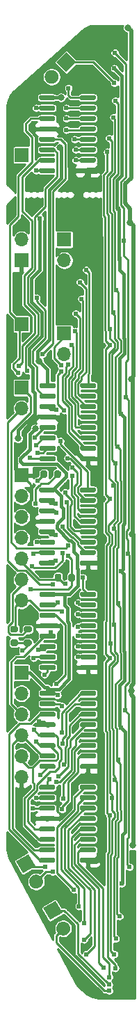
<source format=gbl>
%TF.GenerationSoftware,KiCad,Pcbnew,(5.1.9)-1*%
%TF.CreationDate,2021-11-25T09:31:56+01:00*%
%TF.ProjectId,connector,636f6e6e-6563-4746-9f72-2e6b69636164,rev?*%
%TF.SameCoordinates,Original*%
%TF.FileFunction,Copper,L2,Bot*%
%TF.FilePolarity,Positive*%
%FSLAX46Y46*%
G04 Gerber Fmt 4.6, Leading zero omitted, Abs format (unit mm)*
G04 Created by KiCad (PCBNEW (5.1.9)-1) date 2021-11-25 09:31:56*
%MOMM*%
%LPD*%
G01*
G04 APERTURE LIST*
%TA.AperFunction,ComponentPad*%
%ADD10O,1.700000X1.700000*%
%TD*%
%TA.AperFunction,ComponentPad*%
%ADD11R,1.700000X1.700000*%
%TD*%
%TA.AperFunction,ComponentPad*%
%ADD12C,0.127000*%
%TD*%
%TA.AperFunction,ViaPad*%
%ADD13C,0.609600*%
%TD*%
%TA.AperFunction,ViaPad*%
%ADD14C,0.800000*%
%TD*%
%TA.AperFunction,Conductor*%
%ADD15C,0.250000*%
%TD*%
%TA.AperFunction,Conductor*%
%ADD16C,0.254000*%
%TD*%
%TA.AperFunction,Conductor*%
%ADD17C,0.500000*%
%TD*%
%TA.AperFunction,Conductor*%
%ADD18C,0.400000*%
%TD*%
%TA.AperFunction,Conductor*%
%ADD19C,0.750000*%
%TD*%
%TA.AperFunction,Conductor*%
%ADD20C,0.127000*%
%TD*%
G04 APERTURE END LIST*
D10*
%TO.P,J16,2*%
%TO.N,VLED*%
X80772000Y-55880000D03*
D11*
%TO.P,J16,1*%
%TO.N,GND*%
X80772000Y-58420000D03*
%TD*%
%TO.P,J26,2*%
%TO.N,r6*%
%TA.AperFunction,ComponentPad*%
G36*
G01*
X85037990Y-36687092D02*
X85037990Y-36687092D01*
G75*
G02*
X83835908Y-36687092I-601041J601041D01*
G01*
X83835908Y-36687092D01*
G75*
G02*
X83835908Y-35485010I601041J601041D01*
G01*
X83835908Y-35485010D01*
G75*
G02*
X85037990Y-35485010I601041J-601041D01*
G01*
X85037990Y-35485010D01*
G75*
G02*
X85037990Y-36687092I-601041J-601041D01*
G01*
G37*
%TD.AperFunction*%
%TA.AperFunction,ComponentPad*%
D12*
%TO.P,J26,1*%
%TO.N,LedIn6*%
G36*
X87435082Y-34290000D02*
G01*
X86233000Y-35492082D01*
X85030918Y-34290000D01*
X86233000Y-33087918D01*
X87435082Y-34290000D01*
G37*
%TD.AperFunction*%
%TD*%
D10*
%TO.P,J25,2*%
%TO.N,r5*%
X85979000Y-58420000D03*
D11*
%TO.P,J25,1*%
%TO.N,LedIn5*%
X85979000Y-55880000D03*
%TD*%
D10*
%TO.P,J24,2*%
%TO.N,r4*%
X85979000Y-69850000D03*
D11*
%TO.P,J24,1*%
%TO.N,LedIn4*%
X85979000Y-67310000D03*
%TD*%
D10*
%TO.P,J23,2*%
%TO.N,r3*%
X80772000Y-76454000D03*
D11*
%TO.P,J23,1*%
%TO.N,LedIn3*%
X80772000Y-73914000D03*
%TD*%
%TO.P,J22,2*%
%TO.N,r2*%
%TA.AperFunction,ComponentPad*%
G36*
G01*
X83286122Y-133600705D02*
X83286122Y-133600705D01*
G75*
G02*
X82975000Y-134761827I-736122J-425000D01*
G01*
X82975000Y-134761827D01*
G75*
G02*
X81813878Y-134450705I-425000J736122D01*
G01*
X81813878Y-134450705D01*
G75*
G02*
X82125000Y-133289583I736122J425000D01*
G01*
X82125000Y-133289583D01*
G75*
G02*
X83286122Y-133600705I425000J-736122D01*
G01*
G37*
%TD.AperFunction*%
%TA.AperFunction,ComponentPad*%
D12*
%TO.P,J22,1*%
%TO.N,LedIn2*%
G36*
X81591122Y-130664878D02*
G01*
X82441122Y-132137122D01*
X80968878Y-132987122D01*
X80118878Y-131514878D01*
X81591122Y-130664878D01*
G37*
%TD.AperFunction*%
%TD*%
%TO.P,J21,2*%
%TO.N,r1*%
%TA.AperFunction,ComponentPad*%
G36*
G01*
X86588122Y-139315705D02*
X86588122Y-139315705D01*
G75*
G02*
X86277000Y-140476827I-736122J-425000D01*
G01*
X86277000Y-140476827D01*
G75*
G02*
X85115878Y-140165705I-425000J736122D01*
G01*
X85115878Y-140165705D01*
G75*
G02*
X85427000Y-139004583I736122J425000D01*
G01*
X85427000Y-139004583D01*
G75*
G02*
X86588122Y-139315705I425000J-736122D01*
G01*
G37*
%TD.AperFunction*%
%TA.AperFunction,ComponentPad*%
%TO.P,J21,1*%
%TO.N,LedIn1*%
G36*
X84893122Y-136379878D02*
G01*
X85743122Y-137852122D01*
X84270878Y-138702122D01*
X83420878Y-137229878D01*
X84893122Y-136379878D01*
G37*
%TD.AperFunction*%
%TD*%
D11*
%TO.P,J17,1*%
%TO.N,SHIFTR_AOUT*%
X80772000Y-66167000D03*
%TD*%
%TO.P,U6,16*%
%TO.N,+3V3*%
%TA.AperFunction,SMDPad,CuDef*%
G36*
G01*
X84860000Y-38458000D02*
X84860000Y-38758000D01*
G75*
G02*
X84710000Y-38908000I-150000J0D01*
G01*
X83060000Y-38908000D01*
G75*
G02*
X82910000Y-38758000I0J150000D01*
G01*
X82910000Y-38458000D01*
G75*
G02*
X83060000Y-38308000I150000J0D01*
G01*
X84710000Y-38308000D01*
G75*
G02*
X84860000Y-38458000I0J-150000D01*
G01*
G37*
%TD.AperFunction*%
%TO.P,U6,15*%
%TO.N,41*%
%TA.AperFunction,SMDPad,CuDef*%
G36*
G01*
X84860000Y-39728000D02*
X84860000Y-40028000D01*
G75*
G02*
X84710000Y-40178000I-150000J0D01*
G01*
X83060000Y-40178000D01*
G75*
G02*
X82910000Y-40028000I0J150000D01*
G01*
X82910000Y-39728000D01*
G75*
G02*
X83060000Y-39578000I150000J0D01*
G01*
X84710000Y-39578000D01*
G75*
G02*
X84860000Y-39728000I0J-150000D01*
G01*
G37*
%TD.AperFunction*%
%TO.P,U6,14*%
%TO.N,SHIFTR_AOUT*%
%TA.AperFunction,SMDPad,CuDef*%
G36*
G01*
X84860000Y-40998000D02*
X84860000Y-41298000D01*
G75*
G02*
X84710000Y-41448000I-150000J0D01*
G01*
X83060000Y-41448000D01*
G75*
G02*
X82910000Y-41298000I0J150000D01*
G01*
X82910000Y-40998000D01*
G75*
G02*
X83060000Y-40848000I150000J0D01*
G01*
X84710000Y-40848000D01*
G75*
G02*
X84860000Y-40998000I0J-150000D01*
G01*
G37*
%TD.AperFunction*%
%TO.P,U6,13*%
%TO.N,GND*%
%TA.AperFunction,SMDPad,CuDef*%
G36*
G01*
X84860000Y-42268000D02*
X84860000Y-42568000D01*
G75*
G02*
X84710000Y-42718000I-150000J0D01*
G01*
X83060000Y-42718000D01*
G75*
G02*
X82910000Y-42568000I0J150000D01*
G01*
X82910000Y-42268000D01*
G75*
G02*
X83060000Y-42118000I150000J0D01*
G01*
X84710000Y-42118000D01*
G75*
G02*
X84860000Y-42268000I0J-150000D01*
G01*
G37*
%TD.AperFunction*%
%TO.P,U6,12*%
%TO.N,SHIFTR_LATCH_CLK*%
%TA.AperFunction,SMDPad,CuDef*%
G36*
G01*
X84860000Y-43538000D02*
X84860000Y-43838000D01*
G75*
G02*
X84710000Y-43988000I-150000J0D01*
G01*
X83060000Y-43988000D01*
G75*
G02*
X82910000Y-43838000I0J150000D01*
G01*
X82910000Y-43538000D01*
G75*
G02*
X83060000Y-43388000I150000J0D01*
G01*
X84710000Y-43388000D01*
G75*
G02*
X84860000Y-43538000I0J-150000D01*
G01*
G37*
%TD.AperFunction*%
%TO.P,U6,11*%
%TO.N,SHIFTR_CLK*%
%TA.AperFunction,SMDPad,CuDef*%
G36*
G01*
X84860000Y-44808000D02*
X84860000Y-45108000D01*
G75*
G02*
X84710000Y-45258000I-150000J0D01*
G01*
X83060000Y-45258000D01*
G75*
G02*
X82910000Y-45108000I0J150000D01*
G01*
X82910000Y-44808000D01*
G75*
G02*
X83060000Y-44658000I150000J0D01*
G01*
X84710000Y-44658000D01*
G75*
G02*
X84860000Y-44808000I0J-150000D01*
G01*
G37*
%TD.AperFunction*%
%TO.P,U6,10*%
%TO.N,SHIFTR_RST*%
%TA.AperFunction,SMDPad,CuDef*%
G36*
G01*
X84860000Y-46078000D02*
X84860000Y-46378000D01*
G75*
G02*
X84710000Y-46528000I-150000J0D01*
G01*
X83060000Y-46528000D01*
G75*
G02*
X82910000Y-46378000I0J150000D01*
G01*
X82910000Y-46078000D01*
G75*
G02*
X83060000Y-45928000I150000J0D01*
G01*
X84710000Y-45928000D01*
G75*
G02*
X84860000Y-46078000I0J-150000D01*
G01*
G37*
%TD.AperFunction*%
%TO.P,U6,9*%
%TO.N,SHIFTR_OUT*%
%TA.AperFunction,SMDPad,CuDef*%
G36*
G01*
X84860000Y-47348000D02*
X84860000Y-47648000D01*
G75*
G02*
X84710000Y-47798000I-150000J0D01*
G01*
X83060000Y-47798000D01*
G75*
G02*
X82910000Y-47648000I0J150000D01*
G01*
X82910000Y-47348000D01*
G75*
G02*
X83060000Y-47198000I150000J0D01*
G01*
X84710000Y-47198000D01*
G75*
G02*
X84860000Y-47348000I0J-150000D01*
G01*
G37*
%TD.AperFunction*%
%TO.P,U6,8*%
%TO.N,GND*%
%TA.AperFunction,SMDPad,CuDef*%
G36*
G01*
X89810000Y-47348000D02*
X89810000Y-47648000D01*
G75*
G02*
X89660000Y-47798000I-150000J0D01*
G01*
X88010000Y-47798000D01*
G75*
G02*
X87860000Y-47648000I0J150000D01*
G01*
X87860000Y-47348000D01*
G75*
G02*
X88010000Y-47198000I150000J0D01*
G01*
X89660000Y-47198000D01*
G75*
G02*
X89810000Y-47348000I0J-150000D01*
G01*
G37*
%TD.AperFunction*%
%TO.P,U6,7*%
%TO.N,48*%
%TA.AperFunction,SMDPad,CuDef*%
G36*
G01*
X89810000Y-46078000D02*
X89810000Y-46378000D01*
G75*
G02*
X89660000Y-46528000I-150000J0D01*
G01*
X88010000Y-46528000D01*
G75*
G02*
X87860000Y-46378000I0J150000D01*
G01*
X87860000Y-46078000D01*
G75*
G02*
X88010000Y-45928000I150000J0D01*
G01*
X89660000Y-45928000D01*
G75*
G02*
X89810000Y-46078000I0J-150000D01*
G01*
G37*
%TD.AperFunction*%
%TO.P,U6,6*%
%TO.N,47*%
%TA.AperFunction,SMDPad,CuDef*%
G36*
G01*
X89810000Y-44808000D02*
X89810000Y-45108000D01*
G75*
G02*
X89660000Y-45258000I-150000J0D01*
G01*
X88010000Y-45258000D01*
G75*
G02*
X87860000Y-45108000I0J150000D01*
G01*
X87860000Y-44808000D01*
G75*
G02*
X88010000Y-44658000I150000J0D01*
G01*
X89660000Y-44658000D01*
G75*
G02*
X89810000Y-44808000I0J-150000D01*
G01*
G37*
%TD.AperFunction*%
%TO.P,U6,5*%
%TO.N,46*%
%TA.AperFunction,SMDPad,CuDef*%
G36*
G01*
X89810000Y-43538000D02*
X89810000Y-43838000D01*
G75*
G02*
X89660000Y-43988000I-150000J0D01*
G01*
X88010000Y-43988000D01*
G75*
G02*
X87860000Y-43838000I0J150000D01*
G01*
X87860000Y-43538000D01*
G75*
G02*
X88010000Y-43388000I150000J0D01*
G01*
X89660000Y-43388000D01*
G75*
G02*
X89810000Y-43538000I0J-150000D01*
G01*
G37*
%TD.AperFunction*%
%TO.P,U6,4*%
%TO.N,45*%
%TA.AperFunction,SMDPad,CuDef*%
G36*
G01*
X89810000Y-42268000D02*
X89810000Y-42568000D01*
G75*
G02*
X89660000Y-42718000I-150000J0D01*
G01*
X88010000Y-42718000D01*
G75*
G02*
X87860000Y-42568000I0J150000D01*
G01*
X87860000Y-42268000D01*
G75*
G02*
X88010000Y-42118000I150000J0D01*
G01*
X89660000Y-42118000D01*
G75*
G02*
X89810000Y-42268000I0J-150000D01*
G01*
G37*
%TD.AperFunction*%
%TO.P,U6,3*%
%TO.N,44*%
%TA.AperFunction,SMDPad,CuDef*%
G36*
G01*
X89810000Y-40998000D02*
X89810000Y-41298000D01*
G75*
G02*
X89660000Y-41448000I-150000J0D01*
G01*
X88010000Y-41448000D01*
G75*
G02*
X87860000Y-41298000I0J150000D01*
G01*
X87860000Y-40998000D01*
G75*
G02*
X88010000Y-40848000I150000J0D01*
G01*
X89660000Y-40848000D01*
G75*
G02*
X89810000Y-40998000I0J-150000D01*
G01*
G37*
%TD.AperFunction*%
%TO.P,U6,2*%
%TO.N,43*%
%TA.AperFunction,SMDPad,CuDef*%
G36*
G01*
X89810000Y-39728000D02*
X89810000Y-40028000D01*
G75*
G02*
X89660000Y-40178000I-150000J0D01*
G01*
X88010000Y-40178000D01*
G75*
G02*
X87860000Y-40028000I0J150000D01*
G01*
X87860000Y-39728000D01*
G75*
G02*
X88010000Y-39578000I150000J0D01*
G01*
X89660000Y-39578000D01*
G75*
G02*
X89810000Y-39728000I0J-150000D01*
G01*
G37*
%TD.AperFunction*%
%TO.P,U6,1*%
%TO.N,42*%
%TA.AperFunction,SMDPad,CuDef*%
G36*
G01*
X89810000Y-38458000D02*
X89810000Y-38758000D01*
G75*
G02*
X89660000Y-38908000I-150000J0D01*
G01*
X88010000Y-38908000D01*
G75*
G02*
X87860000Y-38758000I0J150000D01*
G01*
X87860000Y-38458000D01*
G75*
G02*
X88010000Y-38308000I150000J0D01*
G01*
X89660000Y-38308000D01*
G75*
G02*
X89810000Y-38458000I0J-150000D01*
G01*
G37*
%TD.AperFunction*%
%TD*%
%TO.P,U5,16*%
%TO.N,+3V3*%
%TA.AperFunction,SMDPad,CuDef*%
G36*
G01*
X84925000Y-73510000D02*
X84925000Y-73810000D01*
G75*
G02*
X84775000Y-73960000I-150000J0D01*
G01*
X83125000Y-73960000D01*
G75*
G02*
X82975000Y-73810000I0J150000D01*
G01*
X82975000Y-73510000D01*
G75*
G02*
X83125000Y-73360000I150000J0D01*
G01*
X84775000Y-73360000D01*
G75*
G02*
X84925000Y-73510000I0J-150000D01*
G01*
G37*
%TD.AperFunction*%
%TO.P,U5,15*%
%TO.N,33*%
%TA.AperFunction,SMDPad,CuDef*%
G36*
G01*
X84925000Y-74780000D02*
X84925000Y-75080000D01*
G75*
G02*
X84775000Y-75230000I-150000J0D01*
G01*
X83125000Y-75230000D01*
G75*
G02*
X82975000Y-75080000I0J150000D01*
G01*
X82975000Y-74780000D01*
G75*
G02*
X83125000Y-74630000I150000J0D01*
G01*
X84775000Y-74630000D01*
G75*
G02*
X84925000Y-74780000I0J-150000D01*
G01*
G37*
%TD.AperFunction*%
%TO.P,U5,14*%
%TO.N,Net-(U4-Pad9)*%
%TA.AperFunction,SMDPad,CuDef*%
G36*
G01*
X84925000Y-76050000D02*
X84925000Y-76350000D01*
G75*
G02*
X84775000Y-76500000I-150000J0D01*
G01*
X83125000Y-76500000D01*
G75*
G02*
X82975000Y-76350000I0J150000D01*
G01*
X82975000Y-76050000D01*
G75*
G02*
X83125000Y-75900000I150000J0D01*
G01*
X84775000Y-75900000D01*
G75*
G02*
X84925000Y-76050000I0J-150000D01*
G01*
G37*
%TD.AperFunction*%
%TO.P,U5,13*%
%TO.N,GND*%
%TA.AperFunction,SMDPad,CuDef*%
G36*
G01*
X84925000Y-77320000D02*
X84925000Y-77620000D01*
G75*
G02*
X84775000Y-77770000I-150000J0D01*
G01*
X83125000Y-77770000D01*
G75*
G02*
X82975000Y-77620000I0J150000D01*
G01*
X82975000Y-77320000D01*
G75*
G02*
X83125000Y-77170000I150000J0D01*
G01*
X84775000Y-77170000D01*
G75*
G02*
X84925000Y-77320000I0J-150000D01*
G01*
G37*
%TD.AperFunction*%
%TO.P,U5,12*%
%TO.N,SHIFTR_LATCH_CLK*%
%TA.AperFunction,SMDPad,CuDef*%
G36*
G01*
X84925000Y-78590000D02*
X84925000Y-78890000D01*
G75*
G02*
X84775000Y-79040000I-150000J0D01*
G01*
X83125000Y-79040000D01*
G75*
G02*
X82975000Y-78890000I0J150000D01*
G01*
X82975000Y-78590000D01*
G75*
G02*
X83125000Y-78440000I150000J0D01*
G01*
X84775000Y-78440000D01*
G75*
G02*
X84925000Y-78590000I0J-150000D01*
G01*
G37*
%TD.AperFunction*%
%TO.P,U5,11*%
%TO.N,SHIFTR_CLK*%
%TA.AperFunction,SMDPad,CuDef*%
G36*
G01*
X84925000Y-79860000D02*
X84925000Y-80160000D01*
G75*
G02*
X84775000Y-80310000I-150000J0D01*
G01*
X83125000Y-80310000D01*
G75*
G02*
X82975000Y-80160000I0J150000D01*
G01*
X82975000Y-79860000D01*
G75*
G02*
X83125000Y-79710000I150000J0D01*
G01*
X84775000Y-79710000D01*
G75*
G02*
X84925000Y-79860000I0J-150000D01*
G01*
G37*
%TD.AperFunction*%
%TO.P,U5,10*%
%TO.N,SHIFTR_RST*%
%TA.AperFunction,SMDPad,CuDef*%
G36*
G01*
X84925000Y-81130000D02*
X84925000Y-81430000D01*
G75*
G02*
X84775000Y-81580000I-150000J0D01*
G01*
X83125000Y-81580000D01*
G75*
G02*
X82975000Y-81430000I0J150000D01*
G01*
X82975000Y-81130000D01*
G75*
G02*
X83125000Y-80980000I150000J0D01*
G01*
X84775000Y-80980000D01*
G75*
G02*
X84925000Y-81130000I0J-150000D01*
G01*
G37*
%TD.AperFunction*%
%TO.P,U5,9*%
%TO.N,SHIFTR_AOUT*%
%TA.AperFunction,SMDPad,CuDef*%
G36*
G01*
X84925000Y-82400000D02*
X84925000Y-82700000D01*
G75*
G02*
X84775000Y-82850000I-150000J0D01*
G01*
X83125000Y-82850000D01*
G75*
G02*
X82975000Y-82700000I0J150000D01*
G01*
X82975000Y-82400000D01*
G75*
G02*
X83125000Y-82250000I150000J0D01*
G01*
X84775000Y-82250000D01*
G75*
G02*
X84925000Y-82400000I0J-150000D01*
G01*
G37*
%TD.AperFunction*%
%TO.P,U5,8*%
%TO.N,GND*%
%TA.AperFunction,SMDPad,CuDef*%
G36*
G01*
X89875000Y-82400000D02*
X89875000Y-82700000D01*
G75*
G02*
X89725000Y-82850000I-150000J0D01*
G01*
X88075000Y-82850000D01*
G75*
G02*
X87925000Y-82700000I0J150000D01*
G01*
X87925000Y-82400000D01*
G75*
G02*
X88075000Y-82250000I150000J0D01*
G01*
X89725000Y-82250000D01*
G75*
G02*
X89875000Y-82400000I0J-150000D01*
G01*
G37*
%TD.AperFunction*%
%TO.P,U5,7*%
%TO.N,40*%
%TA.AperFunction,SMDPad,CuDef*%
G36*
G01*
X89875000Y-81130000D02*
X89875000Y-81430000D01*
G75*
G02*
X89725000Y-81580000I-150000J0D01*
G01*
X88075000Y-81580000D01*
G75*
G02*
X87925000Y-81430000I0J150000D01*
G01*
X87925000Y-81130000D01*
G75*
G02*
X88075000Y-80980000I150000J0D01*
G01*
X89725000Y-80980000D01*
G75*
G02*
X89875000Y-81130000I0J-150000D01*
G01*
G37*
%TD.AperFunction*%
%TO.P,U5,6*%
%TO.N,39*%
%TA.AperFunction,SMDPad,CuDef*%
G36*
G01*
X89875000Y-79860000D02*
X89875000Y-80160000D01*
G75*
G02*
X89725000Y-80310000I-150000J0D01*
G01*
X88075000Y-80310000D01*
G75*
G02*
X87925000Y-80160000I0J150000D01*
G01*
X87925000Y-79860000D01*
G75*
G02*
X88075000Y-79710000I150000J0D01*
G01*
X89725000Y-79710000D01*
G75*
G02*
X89875000Y-79860000I0J-150000D01*
G01*
G37*
%TD.AperFunction*%
%TO.P,U5,5*%
%TO.N,38*%
%TA.AperFunction,SMDPad,CuDef*%
G36*
G01*
X89875000Y-78590000D02*
X89875000Y-78890000D01*
G75*
G02*
X89725000Y-79040000I-150000J0D01*
G01*
X88075000Y-79040000D01*
G75*
G02*
X87925000Y-78890000I0J150000D01*
G01*
X87925000Y-78590000D01*
G75*
G02*
X88075000Y-78440000I150000J0D01*
G01*
X89725000Y-78440000D01*
G75*
G02*
X89875000Y-78590000I0J-150000D01*
G01*
G37*
%TD.AperFunction*%
%TO.P,U5,4*%
%TO.N,37*%
%TA.AperFunction,SMDPad,CuDef*%
G36*
G01*
X89875000Y-77320000D02*
X89875000Y-77620000D01*
G75*
G02*
X89725000Y-77770000I-150000J0D01*
G01*
X88075000Y-77770000D01*
G75*
G02*
X87925000Y-77620000I0J150000D01*
G01*
X87925000Y-77320000D01*
G75*
G02*
X88075000Y-77170000I150000J0D01*
G01*
X89725000Y-77170000D01*
G75*
G02*
X89875000Y-77320000I0J-150000D01*
G01*
G37*
%TD.AperFunction*%
%TO.P,U5,3*%
%TO.N,36*%
%TA.AperFunction,SMDPad,CuDef*%
G36*
G01*
X89875000Y-76050000D02*
X89875000Y-76350000D01*
G75*
G02*
X89725000Y-76500000I-150000J0D01*
G01*
X88075000Y-76500000D01*
G75*
G02*
X87925000Y-76350000I0J150000D01*
G01*
X87925000Y-76050000D01*
G75*
G02*
X88075000Y-75900000I150000J0D01*
G01*
X89725000Y-75900000D01*
G75*
G02*
X89875000Y-76050000I0J-150000D01*
G01*
G37*
%TD.AperFunction*%
%TO.P,U5,2*%
%TO.N,35*%
%TA.AperFunction,SMDPad,CuDef*%
G36*
G01*
X89875000Y-74780000D02*
X89875000Y-75080000D01*
G75*
G02*
X89725000Y-75230000I-150000J0D01*
G01*
X88075000Y-75230000D01*
G75*
G02*
X87925000Y-75080000I0J150000D01*
G01*
X87925000Y-74780000D01*
G75*
G02*
X88075000Y-74630000I150000J0D01*
G01*
X89725000Y-74630000D01*
G75*
G02*
X89875000Y-74780000I0J-150000D01*
G01*
G37*
%TD.AperFunction*%
%TO.P,U5,1*%
%TO.N,34*%
%TA.AperFunction,SMDPad,CuDef*%
G36*
G01*
X89875000Y-73510000D02*
X89875000Y-73810000D01*
G75*
G02*
X89725000Y-73960000I-150000J0D01*
G01*
X88075000Y-73960000D01*
G75*
G02*
X87925000Y-73810000I0J150000D01*
G01*
X87925000Y-73510000D01*
G75*
G02*
X88075000Y-73360000I150000J0D01*
G01*
X89725000Y-73360000D01*
G75*
G02*
X89875000Y-73510000I0J-150000D01*
G01*
G37*
%TD.AperFunction*%
%TD*%
%TO.P,U4,16*%
%TO.N,+3V3*%
%TA.AperFunction,SMDPad,CuDef*%
G36*
G01*
X84860000Y-86210000D02*
X84860000Y-86510000D01*
G75*
G02*
X84710000Y-86660000I-150000J0D01*
G01*
X83060000Y-86660000D01*
G75*
G02*
X82910000Y-86510000I0J150000D01*
G01*
X82910000Y-86210000D01*
G75*
G02*
X83060000Y-86060000I150000J0D01*
G01*
X84710000Y-86060000D01*
G75*
G02*
X84860000Y-86210000I0J-150000D01*
G01*
G37*
%TD.AperFunction*%
%TO.P,U4,15*%
%TO.N,25*%
%TA.AperFunction,SMDPad,CuDef*%
G36*
G01*
X84860000Y-87480000D02*
X84860000Y-87780000D01*
G75*
G02*
X84710000Y-87930000I-150000J0D01*
G01*
X83060000Y-87930000D01*
G75*
G02*
X82910000Y-87780000I0J150000D01*
G01*
X82910000Y-87480000D01*
G75*
G02*
X83060000Y-87330000I150000J0D01*
G01*
X84710000Y-87330000D01*
G75*
G02*
X84860000Y-87480000I0J-150000D01*
G01*
G37*
%TD.AperFunction*%
%TO.P,U4,14*%
%TO.N,Net-(U3-Pad9)*%
%TA.AperFunction,SMDPad,CuDef*%
G36*
G01*
X84860000Y-88750000D02*
X84860000Y-89050000D01*
G75*
G02*
X84710000Y-89200000I-150000J0D01*
G01*
X83060000Y-89200000D01*
G75*
G02*
X82910000Y-89050000I0J150000D01*
G01*
X82910000Y-88750000D01*
G75*
G02*
X83060000Y-88600000I150000J0D01*
G01*
X84710000Y-88600000D01*
G75*
G02*
X84860000Y-88750000I0J-150000D01*
G01*
G37*
%TD.AperFunction*%
%TO.P,U4,13*%
%TO.N,GND*%
%TA.AperFunction,SMDPad,CuDef*%
G36*
G01*
X84860000Y-90020000D02*
X84860000Y-90320000D01*
G75*
G02*
X84710000Y-90470000I-150000J0D01*
G01*
X83060000Y-90470000D01*
G75*
G02*
X82910000Y-90320000I0J150000D01*
G01*
X82910000Y-90020000D01*
G75*
G02*
X83060000Y-89870000I150000J0D01*
G01*
X84710000Y-89870000D01*
G75*
G02*
X84860000Y-90020000I0J-150000D01*
G01*
G37*
%TD.AperFunction*%
%TO.P,U4,12*%
%TO.N,SHIFTR_LATCH_CLK*%
%TA.AperFunction,SMDPad,CuDef*%
G36*
G01*
X84860000Y-91290000D02*
X84860000Y-91590000D01*
G75*
G02*
X84710000Y-91740000I-150000J0D01*
G01*
X83060000Y-91740000D01*
G75*
G02*
X82910000Y-91590000I0J150000D01*
G01*
X82910000Y-91290000D01*
G75*
G02*
X83060000Y-91140000I150000J0D01*
G01*
X84710000Y-91140000D01*
G75*
G02*
X84860000Y-91290000I0J-150000D01*
G01*
G37*
%TD.AperFunction*%
%TO.P,U4,11*%
%TO.N,SHIFTR_CLK*%
%TA.AperFunction,SMDPad,CuDef*%
G36*
G01*
X84860000Y-92560000D02*
X84860000Y-92860000D01*
G75*
G02*
X84710000Y-93010000I-150000J0D01*
G01*
X83060000Y-93010000D01*
G75*
G02*
X82910000Y-92860000I0J150000D01*
G01*
X82910000Y-92560000D01*
G75*
G02*
X83060000Y-92410000I150000J0D01*
G01*
X84710000Y-92410000D01*
G75*
G02*
X84860000Y-92560000I0J-150000D01*
G01*
G37*
%TD.AperFunction*%
%TO.P,U4,10*%
%TO.N,SHIFTR_RST*%
%TA.AperFunction,SMDPad,CuDef*%
G36*
G01*
X84860000Y-93830000D02*
X84860000Y-94130000D01*
G75*
G02*
X84710000Y-94280000I-150000J0D01*
G01*
X83060000Y-94280000D01*
G75*
G02*
X82910000Y-94130000I0J150000D01*
G01*
X82910000Y-93830000D01*
G75*
G02*
X83060000Y-93680000I150000J0D01*
G01*
X84710000Y-93680000D01*
G75*
G02*
X84860000Y-93830000I0J-150000D01*
G01*
G37*
%TD.AperFunction*%
%TO.P,U4,9*%
%TO.N,Net-(U4-Pad9)*%
%TA.AperFunction,SMDPad,CuDef*%
G36*
G01*
X84860000Y-95100000D02*
X84860000Y-95400000D01*
G75*
G02*
X84710000Y-95550000I-150000J0D01*
G01*
X83060000Y-95550000D01*
G75*
G02*
X82910000Y-95400000I0J150000D01*
G01*
X82910000Y-95100000D01*
G75*
G02*
X83060000Y-94950000I150000J0D01*
G01*
X84710000Y-94950000D01*
G75*
G02*
X84860000Y-95100000I0J-150000D01*
G01*
G37*
%TD.AperFunction*%
%TO.P,U4,8*%
%TO.N,GND*%
%TA.AperFunction,SMDPad,CuDef*%
G36*
G01*
X89810000Y-95100000D02*
X89810000Y-95400000D01*
G75*
G02*
X89660000Y-95550000I-150000J0D01*
G01*
X88010000Y-95550000D01*
G75*
G02*
X87860000Y-95400000I0J150000D01*
G01*
X87860000Y-95100000D01*
G75*
G02*
X88010000Y-94950000I150000J0D01*
G01*
X89660000Y-94950000D01*
G75*
G02*
X89810000Y-95100000I0J-150000D01*
G01*
G37*
%TD.AperFunction*%
%TO.P,U4,7*%
%TO.N,32*%
%TA.AperFunction,SMDPad,CuDef*%
G36*
G01*
X89810000Y-93830000D02*
X89810000Y-94130000D01*
G75*
G02*
X89660000Y-94280000I-150000J0D01*
G01*
X88010000Y-94280000D01*
G75*
G02*
X87860000Y-94130000I0J150000D01*
G01*
X87860000Y-93830000D01*
G75*
G02*
X88010000Y-93680000I150000J0D01*
G01*
X89660000Y-93680000D01*
G75*
G02*
X89810000Y-93830000I0J-150000D01*
G01*
G37*
%TD.AperFunction*%
%TO.P,U4,6*%
%TO.N,31*%
%TA.AperFunction,SMDPad,CuDef*%
G36*
G01*
X89810000Y-92560000D02*
X89810000Y-92860000D01*
G75*
G02*
X89660000Y-93010000I-150000J0D01*
G01*
X88010000Y-93010000D01*
G75*
G02*
X87860000Y-92860000I0J150000D01*
G01*
X87860000Y-92560000D01*
G75*
G02*
X88010000Y-92410000I150000J0D01*
G01*
X89660000Y-92410000D01*
G75*
G02*
X89810000Y-92560000I0J-150000D01*
G01*
G37*
%TD.AperFunction*%
%TO.P,U4,5*%
%TO.N,30*%
%TA.AperFunction,SMDPad,CuDef*%
G36*
G01*
X89810000Y-91290000D02*
X89810000Y-91590000D01*
G75*
G02*
X89660000Y-91740000I-150000J0D01*
G01*
X88010000Y-91740000D01*
G75*
G02*
X87860000Y-91590000I0J150000D01*
G01*
X87860000Y-91290000D01*
G75*
G02*
X88010000Y-91140000I150000J0D01*
G01*
X89660000Y-91140000D01*
G75*
G02*
X89810000Y-91290000I0J-150000D01*
G01*
G37*
%TD.AperFunction*%
%TO.P,U4,4*%
%TO.N,29*%
%TA.AperFunction,SMDPad,CuDef*%
G36*
G01*
X89810000Y-90020000D02*
X89810000Y-90320000D01*
G75*
G02*
X89660000Y-90470000I-150000J0D01*
G01*
X88010000Y-90470000D01*
G75*
G02*
X87860000Y-90320000I0J150000D01*
G01*
X87860000Y-90020000D01*
G75*
G02*
X88010000Y-89870000I150000J0D01*
G01*
X89660000Y-89870000D01*
G75*
G02*
X89810000Y-90020000I0J-150000D01*
G01*
G37*
%TD.AperFunction*%
%TO.P,U4,3*%
%TO.N,28*%
%TA.AperFunction,SMDPad,CuDef*%
G36*
G01*
X89810000Y-88750000D02*
X89810000Y-89050000D01*
G75*
G02*
X89660000Y-89200000I-150000J0D01*
G01*
X88010000Y-89200000D01*
G75*
G02*
X87860000Y-89050000I0J150000D01*
G01*
X87860000Y-88750000D01*
G75*
G02*
X88010000Y-88600000I150000J0D01*
G01*
X89660000Y-88600000D01*
G75*
G02*
X89810000Y-88750000I0J-150000D01*
G01*
G37*
%TD.AperFunction*%
%TO.P,U4,2*%
%TO.N,27*%
%TA.AperFunction,SMDPad,CuDef*%
G36*
G01*
X89810000Y-87480000D02*
X89810000Y-87780000D01*
G75*
G02*
X89660000Y-87930000I-150000J0D01*
G01*
X88010000Y-87930000D01*
G75*
G02*
X87860000Y-87780000I0J150000D01*
G01*
X87860000Y-87480000D01*
G75*
G02*
X88010000Y-87330000I150000J0D01*
G01*
X89660000Y-87330000D01*
G75*
G02*
X89810000Y-87480000I0J-150000D01*
G01*
G37*
%TD.AperFunction*%
%TO.P,U4,1*%
%TO.N,26*%
%TA.AperFunction,SMDPad,CuDef*%
G36*
G01*
X89810000Y-86210000D02*
X89810000Y-86510000D01*
G75*
G02*
X89660000Y-86660000I-150000J0D01*
G01*
X88010000Y-86660000D01*
G75*
G02*
X87860000Y-86510000I0J150000D01*
G01*
X87860000Y-86210000D01*
G75*
G02*
X88010000Y-86060000I150000J0D01*
G01*
X89660000Y-86060000D01*
G75*
G02*
X89810000Y-86210000I0J-150000D01*
G01*
G37*
%TD.AperFunction*%
%TD*%
%TO.P,U3,16*%
%TO.N,+3V3*%
%TA.AperFunction,SMDPad,CuDef*%
G36*
G01*
X84925000Y-98910000D02*
X84925000Y-99210000D01*
G75*
G02*
X84775000Y-99360000I-150000J0D01*
G01*
X83125000Y-99360000D01*
G75*
G02*
X82975000Y-99210000I0J150000D01*
G01*
X82975000Y-98910000D01*
G75*
G02*
X83125000Y-98760000I150000J0D01*
G01*
X84775000Y-98760000D01*
G75*
G02*
X84925000Y-98910000I0J-150000D01*
G01*
G37*
%TD.AperFunction*%
%TO.P,U3,15*%
%TO.N,17*%
%TA.AperFunction,SMDPad,CuDef*%
G36*
G01*
X84925000Y-100180000D02*
X84925000Y-100480000D01*
G75*
G02*
X84775000Y-100630000I-150000J0D01*
G01*
X83125000Y-100630000D01*
G75*
G02*
X82975000Y-100480000I0J150000D01*
G01*
X82975000Y-100180000D01*
G75*
G02*
X83125000Y-100030000I150000J0D01*
G01*
X84775000Y-100030000D01*
G75*
G02*
X84925000Y-100180000I0J-150000D01*
G01*
G37*
%TD.AperFunction*%
%TO.P,U3,14*%
%TO.N,Net-(U2-Pad9)*%
%TA.AperFunction,SMDPad,CuDef*%
G36*
G01*
X84925000Y-101450000D02*
X84925000Y-101750000D01*
G75*
G02*
X84775000Y-101900000I-150000J0D01*
G01*
X83125000Y-101900000D01*
G75*
G02*
X82975000Y-101750000I0J150000D01*
G01*
X82975000Y-101450000D01*
G75*
G02*
X83125000Y-101300000I150000J0D01*
G01*
X84775000Y-101300000D01*
G75*
G02*
X84925000Y-101450000I0J-150000D01*
G01*
G37*
%TD.AperFunction*%
%TO.P,U3,13*%
%TO.N,GND*%
%TA.AperFunction,SMDPad,CuDef*%
G36*
G01*
X84925000Y-102720000D02*
X84925000Y-103020000D01*
G75*
G02*
X84775000Y-103170000I-150000J0D01*
G01*
X83125000Y-103170000D01*
G75*
G02*
X82975000Y-103020000I0J150000D01*
G01*
X82975000Y-102720000D01*
G75*
G02*
X83125000Y-102570000I150000J0D01*
G01*
X84775000Y-102570000D01*
G75*
G02*
X84925000Y-102720000I0J-150000D01*
G01*
G37*
%TD.AperFunction*%
%TO.P,U3,12*%
%TO.N,SHIFTR_LATCH_CLK*%
%TA.AperFunction,SMDPad,CuDef*%
G36*
G01*
X84925000Y-103990000D02*
X84925000Y-104290000D01*
G75*
G02*
X84775000Y-104440000I-150000J0D01*
G01*
X83125000Y-104440000D01*
G75*
G02*
X82975000Y-104290000I0J150000D01*
G01*
X82975000Y-103990000D01*
G75*
G02*
X83125000Y-103840000I150000J0D01*
G01*
X84775000Y-103840000D01*
G75*
G02*
X84925000Y-103990000I0J-150000D01*
G01*
G37*
%TD.AperFunction*%
%TO.P,U3,11*%
%TO.N,SHIFTR_CLK*%
%TA.AperFunction,SMDPad,CuDef*%
G36*
G01*
X84925000Y-105260000D02*
X84925000Y-105560000D01*
G75*
G02*
X84775000Y-105710000I-150000J0D01*
G01*
X83125000Y-105710000D01*
G75*
G02*
X82975000Y-105560000I0J150000D01*
G01*
X82975000Y-105260000D01*
G75*
G02*
X83125000Y-105110000I150000J0D01*
G01*
X84775000Y-105110000D01*
G75*
G02*
X84925000Y-105260000I0J-150000D01*
G01*
G37*
%TD.AperFunction*%
%TO.P,U3,10*%
%TO.N,SHIFTR_RST*%
%TA.AperFunction,SMDPad,CuDef*%
G36*
G01*
X84925000Y-106530000D02*
X84925000Y-106830000D01*
G75*
G02*
X84775000Y-106980000I-150000J0D01*
G01*
X83125000Y-106980000D01*
G75*
G02*
X82975000Y-106830000I0J150000D01*
G01*
X82975000Y-106530000D01*
G75*
G02*
X83125000Y-106380000I150000J0D01*
G01*
X84775000Y-106380000D01*
G75*
G02*
X84925000Y-106530000I0J-150000D01*
G01*
G37*
%TD.AperFunction*%
%TO.P,U3,9*%
%TO.N,Net-(U3-Pad9)*%
%TA.AperFunction,SMDPad,CuDef*%
G36*
G01*
X84925000Y-107800000D02*
X84925000Y-108100000D01*
G75*
G02*
X84775000Y-108250000I-150000J0D01*
G01*
X83125000Y-108250000D01*
G75*
G02*
X82975000Y-108100000I0J150000D01*
G01*
X82975000Y-107800000D01*
G75*
G02*
X83125000Y-107650000I150000J0D01*
G01*
X84775000Y-107650000D01*
G75*
G02*
X84925000Y-107800000I0J-150000D01*
G01*
G37*
%TD.AperFunction*%
%TO.P,U3,8*%
%TO.N,GND*%
%TA.AperFunction,SMDPad,CuDef*%
G36*
G01*
X89875000Y-107800000D02*
X89875000Y-108100000D01*
G75*
G02*
X89725000Y-108250000I-150000J0D01*
G01*
X88075000Y-108250000D01*
G75*
G02*
X87925000Y-108100000I0J150000D01*
G01*
X87925000Y-107800000D01*
G75*
G02*
X88075000Y-107650000I150000J0D01*
G01*
X89725000Y-107650000D01*
G75*
G02*
X89875000Y-107800000I0J-150000D01*
G01*
G37*
%TD.AperFunction*%
%TO.P,U3,7*%
%TO.N,24*%
%TA.AperFunction,SMDPad,CuDef*%
G36*
G01*
X89875000Y-106530000D02*
X89875000Y-106830000D01*
G75*
G02*
X89725000Y-106980000I-150000J0D01*
G01*
X88075000Y-106980000D01*
G75*
G02*
X87925000Y-106830000I0J150000D01*
G01*
X87925000Y-106530000D01*
G75*
G02*
X88075000Y-106380000I150000J0D01*
G01*
X89725000Y-106380000D01*
G75*
G02*
X89875000Y-106530000I0J-150000D01*
G01*
G37*
%TD.AperFunction*%
%TO.P,U3,6*%
%TO.N,23*%
%TA.AperFunction,SMDPad,CuDef*%
G36*
G01*
X89875000Y-105260000D02*
X89875000Y-105560000D01*
G75*
G02*
X89725000Y-105710000I-150000J0D01*
G01*
X88075000Y-105710000D01*
G75*
G02*
X87925000Y-105560000I0J150000D01*
G01*
X87925000Y-105260000D01*
G75*
G02*
X88075000Y-105110000I150000J0D01*
G01*
X89725000Y-105110000D01*
G75*
G02*
X89875000Y-105260000I0J-150000D01*
G01*
G37*
%TD.AperFunction*%
%TO.P,U3,5*%
%TO.N,22*%
%TA.AperFunction,SMDPad,CuDef*%
G36*
G01*
X89875000Y-103990000D02*
X89875000Y-104290000D01*
G75*
G02*
X89725000Y-104440000I-150000J0D01*
G01*
X88075000Y-104440000D01*
G75*
G02*
X87925000Y-104290000I0J150000D01*
G01*
X87925000Y-103990000D01*
G75*
G02*
X88075000Y-103840000I150000J0D01*
G01*
X89725000Y-103840000D01*
G75*
G02*
X89875000Y-103990000I0J-150000D01*
G01*
G37*
%TD.AperFunction*%
%TO.P,U3,4*%
%TO.N,21*%
%TA.AperFunction,SMDPad,CuDef*%
G36*
G01*
X89875000Y-102720000D02*
X89875000Y-103020000D01*
G75*
G02*
X89725000Y-103170000I-150000J0D01*
G01*
X88075000Y-103170000D01*
G75*
G02*
X87925000Y-103020000I0J150000D01*
G01*
X87925000Y-102720000D01*
G75*
G02*
X88075000Y-102570000I150000J0D01*
G01*
X89725000Y-102570000D01*
G75*
G02*
X89875000Y-102720000I0J-150000D01*
G01*
G37*
%TD.AperFunction*%
%TO.P,U3,3*%
%TO.N,20*%
%TA.AperFunction,SMDPad,CuDef*%
G36*
G01*
X89875000Y-101450000D02*
X89875000Y-101750000D01*
G75*
G02*
X89725000Y-101900000I-150000J0D01*
G01*
X88075000Y-101900000D01*
G75*
G02*
X87925000Y-101750000I0J150000D01*
G01*
X87925000Y-101450000D01*
G75*
G02*
X88075000Y-101300000I150000J0D01*
G01*
X89725000Y-101300000D01*
G75*
G02*
X89875000Y-101450000I0J-150000D01*
G01*
G37*
%TD.AperFunction*%
%TO.P,U3,2*%
%TO.N,19*%
%TA.AperFunction,SMDPad,CuDef*%
G36*
G01*
X89875000Y-100180000D02*
X89875000Y-100480000D01*
G75*
G02*
X89725000Y-100630000I-150000J0D01*
G01*
X88075000Y-100630000D01*
G75*
G02*
X87925000Y-100480000I0J150000D01*
G01*
X87925000Y-100180000D01*
G75*
G02*
X88075000Y-100030000I150000J0D01*
G01*
X89725000Y-100030000D01*
G75*
G02*
X89875000Y-100180000I0J-150000D01*
G01*
G37*
%TD.AperFunction*%
%TO.P,U3,1*%
%TO.N,18*%
%TA.AperFunction,SMDPad,CuDef*%
G36*
G01*
X89875000Y-98910000D02*
X89875000Y-99210000D01*
G75*
G02*
X89725000Y-99360000I-150000J0D01*
G01*
X88075000Y-99360000D01*
G75*
G02*
X87925000Y-99210000I0J150000D01*
G01*
X87925000Y-98910000D01*
G75*
G02*
X88075000Y-98760000I150000J0D01*
G01*
X89725000Y-98760000D01*
G75*
G02*
X89875000Y-98910000I0J-150000D01*
G01*
G37*
%TD.AperFunction*%
%TD*%
%TO.P,U2,16*%
%TO.N,+3V3*%
%TA.AperFunction,SMDPad,CuDef*%
G36*
G01*
X84925000Y-110975000D02*
X84925000Y-111275000D01*
G75*
G02*
X84775000Y-111425000I-150000J0D01*
G01*
X83125000Y-111425000D01*
G75*
G02*
X82975000Y-111275000I0J150000D01*
G01*
X82975000Y-110975000D01*
G75*
G02*
X83125000Y-110825000I150000J0D01*
G01*
X84775000Y-110825000D01*
G75*
G02*
X84925000Y-110975000I0J-150000D01*
G01*
G37*
%TD.AperFunction*%
%TO.P,U2,15*%
%TO.N,9*%
%TA.AperFunction,SMDPad,CuDef*%
G36*
G01*
X84925000Y-112245000D02*
X84925000Y-112545000D01*
G75*
G02*
X84775000Y-112695000I-150000J0D01*
G01*
X83125000Y-112695000D01*
G75*
G02*
X82975000Y-112545000I0J150000D01*
G01*
X82975000Y-112245000D01*
G75*
G02*
X83125000Y-112095000I150000J0D01*
G01*
X84775000Y-112095000D01*
G75*
G02*
X84925000Y-112245000I0J-150000D01*
G01*
G37*
%TD.AperFunction*%
%TO.P,U2,14*%
%TO.N,Net-(U1-Pad9)*%
%TA.AperFunction,SMDPad,CuDef*%
G36*
G01*
X84925000Y-113515000D02*
X84925000Y-113815000D01*
G75*
G02*
X84775000Y-113965000I-150000J0D01*
G01*
X83125000Y-113965000D01*
G75*
G02*
X82975000Y-113815000I0J150000D01*
G01*
X82975000Y-113515000D01*
G75*
G02*
X83125000Y-113365000I150000J0D01*
G01*
X84775000Y-113365000D01*
G75*
G02*
X84925000Y-113515000I0J-150000D01*
G01*
G37*
%TD.AperFunction*%
%TO.P,U2,13*%
%TO.N,GND*%
%TA.AperFunction,SMDPad,CuDef*%
G36*
G01*
X84925000Y-114785000D02*
X84925000Y-115085000D01*
G75*
G02*
X84775000Y-115235000I-150000J0D01*
G01*
X83125000Y-115235000D01*
G75*
G02*
X82975000Y-115085000I0J150000D01*
G01*
X82975000Y-114785000D01*
G75*
G02*
X83125000Y-114635000I150000J0D01*
G01*
X84775000Y-114635000D01*
G75*
G02*
X84925000Y-114785000I0J-150000D01*
G01*
G37*
%TD.AperFunction*%
%TO.P,U2,12*%
%TO.N,SHIFTR_LATCH_CLK*%
%TA.AperFunction,SMDPad,CuDef*%
G36*
G01*
X84925000Y-116055000D02*
X84925000Y-116355000D01*
G75*
G02*
X84775000Y-116505000I-150000J0D01*
G01*
X83125000Y-116505000D01*
G75*
G02*
X82975000Y-116355000I0J150000D01*
G01*
X82975000Y-116055000D01*
G75*
G02*
X83125000Y-115905000I150000J0D01*
G01*
X84775000Y-115905000D01*
G75*
G02*
X84925000Y-116055000I0J-150000D01*
G01*
G37*
%TD.AperFunction*%
%TO.P,U2,11*%
%TO.N,SHIFTR_CLK*%
%TA.AperFunction,SMDPad,CuDef*%
G36*
G01*
X84925000Y-117325000D02*
X84925000Y-117625000D01*
G75*
G02*
X84775000Y-117775000I-150000J0D01*
G01*
X83125000Y-117775000D01*
G75*
G02*
X82975000Y-117625000I0J150000D01*
G01*
X82975000Y-117325000D01*
G75*
G02*
X83125000Y-117175000I150000J0D01*
G01*
X84775000Y-117175000D01*
G75*
G02*
X84925000Y-117325000I0J-150000D01*
G01*
G37*
%TD.AperFunction*%
%TO.P,U2,10*%
%TO.N,SHIFTR_RST*%
%TA.AperFunction,SMDPad,CuDef*%
G36*
G01*
X84925000Y-118595000D02*
X84925000Y-118895000D01*
G75*
G02*
X84775000Y-119045000I-150000J0D01*
G01*
X83125000Y-119045000D01*
G75*
G02*
X82975000Y-118895000I0J150000D01*
G01*
X82975000Y-118595000D01*
G75*
G02*
X83125000Y-118445000I150000J0D01*
G01*
X84775000Y-118445000D01*
G75*
G02*
X84925000Y-118595000I0J-150000D01*
G01*
G37*
%TD.AperFunction*%
%TO.P,U2,9*%
%TO.N,Net-(U2-Pad9)*%
%TA.AperFunction,SMDPad,CuDef*%
G36*
G01*
X84925000Y-119865000D02*
X84925000Y-120165000D01*
G75*
G02*
X84775000Y-120315000I-150000J0D01*
G01*
X83125000Y-120315000D01*
G75*
G02*
X82975000Y-120165000I0J150000D01*
G01*
X82975000Y-119865000D01*
G75*
G02*
X83125000Y-119715000I150000J0D01*
G01*
X84775000Y-119715000D01*
G75*
G02*
X84925000Y-119865000I0J-150000D01*
G01*
G37*
%TD.AperFunction*%
%TO.P,U2,8*%
%TO.N,GND*%
%TA.AperFunction,SMDPad,CuDef*%
G36*
G01*
X89875000Y-119865000D02*
X89875000Y-120165000D01*
G75*
G02*
X89725000Y-120315000I-150000J0D01*
G01*
X88075000Y-120315000D01*
G75*
G02*
X87925000Y-120165000I0J150000D01*
G01*
X87925000Y-119865000D01*
G75*
G02*
X88075000Y-119715000I150000J0D01*
G01*
X89725000Y-119715000D01*
G75*
G02*
X89875000Y-119865000I0J-150000D01*
G01*
G37*
%TD.AperFunction*%
%TO.P,U2,7*%
%TO.N,16*%
%TA.AperFunction,SMDPad,CuDef*%
G36*
G01*
X89875000Y-118595000D02*
X89875000Y-118895000D01*
G75*
G02*
X89725000Y-119045000I-150000J0D01*
G01*
X88075000Y-119045000D01*
G75*
G02*
X87925000Y-118895000I0J150000D01*
G01*
X87925000Y-118595000D01*
G75*
G02*
X88075000Y-118445000I150000J0D01*
G01*
X89725000Y-118445000D01*
G75*
G02*
X89875000Y-118595000I0J-150000D01*
G01*
G37*
%TD.AperFunction*%
%TO.P,U2,6*%
%TO.N,15*%
%TA.AperFunction,SMDPad,CuDef*%
G36*
G01*
X89875000Y-117325000D02*
X89875000Y-117625000D01*
G75*
G02*
X89725000Y-117775000I-150000J0D01*
G01*
X88075000Y-117775000D01*
G75*
G02*
X87925000Y-117625000I0J150000D01*
G01*
X87925000Y-117325000D01*
G75*
G02*
X88075000Y-117175000I150000J0D01*
G01*
X89725000Y-117175000D01*
G75*
G02*
X89875000Y-117325000I0J-150000D01*
G01*
G37*
%TD.AperFunction*%
%TO.P,U2,5*%
%TO.N,14*%
%TA.AperFunction,SMDPad,CuDef*%
G36*
G01*
X89875000Y-116055000D02*
X89875000Y-116355000D01*
G75*
G02*
X89725000Y-116505000I-150000J0D01*
G01*
X88075000Y-116505000D01*
G75*
G02*
X87925000Y-116355000I0J150000D01*
G01*
X87925000Y-116055000D01*
G75*
G02*
X88075000Y-115905000I150000J0D01*
G01*
X89725000Y-115905000D01*
G75*
G02*
X89875000Y-116055000I0J-150000D01*
G01*
G37*
%TD.AperFunction*%
%TO.P,U2,4*%
%TO.N,13*%
%TA.AperFunction,SMDPad,CuDef*%
G36*
G01*
X89875000Y-114785000D02*
X89875000Y-115085000D01*
G75*
G02*
X89725000Y-115235000I-150000J0D01*
G01*
X88075000Y-115235000D01*
G75*
G02*
X87925000Y-115085000I0J150000D01*
G01*
X87925000Y-114785000D01*
G75*
G02*
X88075000Y-114635000I150000J0D01*
G01*
X89725000Y-114635000D01*
G75*
G02*
X89875000Y-114785000I0J-150000D01*
G01*
G37*
%TD.AperFunction*%
%TO.P,U2,3*%
%TO.N,12*%
%TA.AperFunction,SMDPad,CuDef*%
G36*
G01*
X89875000Y-113515000D02*
X89875000Y-113815000D01*
G75*
G02*
X89725000Y-113965000I-150000J0D01*
G01*
X88075000Y-113965000D01*
G75*
G02*
X87925000Y-113815000I0J150000D01*
G01*
X87925000Y-113515000D01*
G75*
G02*
X88075000Y-113365000I150000J0D01*
G01*
X89725000Y-113365000D01*
G75*
G02*
X89875000Y-113515000I0J-150000D01*
G01*
G37*
%TD.AperFunction*%
%TO.P,U2,2*%
%TO.N,11*%
%TA.AperFunction,SMDPad,CuDef*%
G36*
G01*
X89875000Y-112245000D02*
X89875000Y-112545000D01*
G75*
G02*
X89725000Y-112695000I-150000J0D01*
G01*
X88075000Y-112695000D01*
G75*
G02*
X87925000Y-112545000I0J150000D01*
G01*
X87925000Y-112245000D01*
G75*
G02*
X88075000Y-112095000I150000J0D01*
G01*
X89725000Y-112095000D01*
G75*
G02*
X89875000Y-112245000I0J-150000D01*
G01*
G37*
%TD.AperFunction*%
%TO.P,U2,1*%
%TO.N,10*%
%TA.AperFunction,SMDPad,CuDef*%
G36*
G01*
X89875000Y-110975000D02*
X89875000Y-111275000D01*
G75*
G02*
X89725000Y-111425000I-150000J0D01*
G01*
X88075000Y-111425000D01*
G75*
G02*
X87925000Y-111275000I0J150000D01*
G01*
X87925000Y-110975000D01*
G75*
G02*
X88075000Y-110825000I150000J0D01*
G01*
X89725000Y-110825000D01*
G75*
G02*
X89875000Y-110975000I0J-150000D01*
G01*
G37*
%TD.AperFunction*%
%TD*%
%TO.P,U1,16*%
%TO.N,+3V3*%
%TA.AperFunction,SMDPad,CuDef*%
G36*
G01*
X84860000Y-122405000D02*
X84860000Y-122705000D01*
G75*
G02*
X84710000Y-122855000I-150000J0D01*
G01*
X83060000Y-122855000D01*
G75*
G02*
X82910000Y-122705000I0J150000D01*
G01*
X82910000Y-122405000D01*
G75*
G02*
X83060000Y-122255000I150000J0D01*
G01*
X84710000Y-122255000D01*
G75*
G02*
X84860000Y-122405000I0J-150000D01*
G01*
G37*
%TD.AperFunction*%
%TO.P,U1,15*%
%TO.N,1*%
%TA.AperFunction,SMDPad,CuDef*%
G36*
G01*
X84860000Y-123675000D02*
X84860000Y-123975000D01*
G75*
G02*
X84710000Y-124125000I-150000J0D01*
G01*
X83060000Y-124125000D01*
G75*
G02*
X82910000Y-123975000I0J150000D01*
G01*
X82910000Y-123675000D01*
G75*
G02*
X83060000Y-123525000I150000J0D01*
G01*
X84710000Y-123525000D01*
G75*
G02*
X84860000Y-123675000I0J-150000D01*
G01*
G37*
%TD.AperFunction*%
%TO.P,U1,14*%
%TO.N,SHIFTR_DATA*%
%TA.AperFunction,SMDPad,CuDef*%
G36*
G01*
X84860000Y-124945000D02*
X84860000Y-125245000D01*
G75*
G02*
X84710000Y-125395000I-150000J0D01*
G01*
X83060000Y-125395000D01*
G75*
G02*
X82910000Y-125245000I0J150000D01*
G01*
X82910000Y-124945000D01*
G75*
G02*
X83060000Y-124795000I150000J0D01*
G01*
X84710000Y-124795000D01*
G75*
G02*
X84860000Y-124945000I0J-150000D01*
G01*
G37*
%TD.AperFunction*%
%TO.P,U1,13*%
%TO.N,GND*%
%TA.AperFunction,SMDPad,CuDef*%
G36*
G01*
X84860000Y-126215000D02*
X84860000Y-126515000D01*
G75*
G02*
X84710000Y-126665000I-150000J0D01*
G01*
X83060000Y-126665000D01*
G75*
G02*
X82910000Y-126515000I0J150000D01*
G01*
X82910000Y-126215000D01*
G75*
G02*
X83060000Y-126065000I150000J0D01*
G01*
X84710000Y-126065000D01*
G75*
G02*
X84860000Y-126215000I0J-150000D01*
G01*
G37*
%TD.AperFunction*%
%TO.P,U1,12*%
%TO.N,SHIFTR_LATCH_CLK*%
%TA.AperFunction,SMDPad,CuDef*%
G36*
G01*
X84860000Y-127485000D02*
X84860000Y-127785000D01*
G75*
G02*
X84710000Y-127935000I-150000J0D01*
G01*
X83060000Y-127935000D01*
G75*
G02*
X82910000Y-127785000I0J150000D01*
G01*
X82910000Y-127485000D01*
G75*
G02*
X83060000Y-127335000I150000J0D01*
G01*
X84710000Y-127335000D01*
G75*
G02*
X84860000Y-127485000I0J-150000D01*
G01*
G37*
%TD.AperFunction*%
%TO.P,U1,11*%
%TO.N,SHIFTR_CLK*%
%TA.AperFunction,SMDPad,CuDef*%
G36*
G01*
X84860000Y-128755000D02*
X84860000Y-129055000D01*
G75*
G02*
X84710000Y-129205000I-150000J0D01*
G01*
X83060000Y-129205000D01*
G75*
G02*
X82910000Y-129055000I0J150000D01*
G01*
X82910000Y-128755000D01*
G75*
G02*
X83060000Y-128605000I150000J0D01*
G01*
X84710000Y-128605000D01*
G75*
G02*
X84860000Y-128755000I0J-150000D01*
G01*
G37*
%TD.AperFunction*%
%TO.P,U1,10*%
%TO.N,SHIFTR_RST*%
%TA.AperFunction,SMDPad,CuDef*%
G36*
G01*
X84860000Y-130025000D02*
X84860000Y-130325000D01*
G75*
G02*
X84710000Y-130475000I-150000J0D01*
G01*
X83060000Y-130475000D01*
G75*
G02*
X82910000Y-130325000I0J150000D01*
G01*
X82910000Y-130025000D01*
G75*
G02*
X83060000Y-129875000I150000J0D01*
G01*
X84710000Y-129875000D01*
G75*
G02*
X84860000Y-130025000I0J-150000D01*
G01*
G37*
%TD.AperFunction*%
%TO.P,U1,9*%
%TO.N,Net-(U1-Pad9)*%
%TA.AperFunction,SMDPad,CuDef*%
G36*
G01*
X84860000Y-131295000D02*
X84860000Y-131595000D01*
G75*
G02*
X84710000Y-131745000I-150000J0D01*
G01*
X83060000Y-131745000D01*
G75*
G02*
X82910000Y-131595000I0J150000D01*
G01*
X82910000Y-131295000D01*
G75*
G02*
X83060000Y-131145000I150000J0D01*
G01*
X84710000Y-131145000D01*
G75*
G02*
X84860000Y-131295000I0J-150000D01*
G01*
G37*
%TD.AperFunction*%
%TO.P,U1,8*%
%TO.N,GND*%
%TA.AperFunction,SMDPad,CuDef*%
G36*
G01*
X89810000Y-131295000D02*
X89810000Y-131595000D01*
G75*
G02*
X89660000Y-131745000I-150000J0D01*
G01*
X88010000Y-131745000D01*
G75*
G02*
X87860000Y-131595000I0J150000D01*
G01*
X87860000Y-131295000D01*
G75*
G02*
X88010000Y-131145000I150000J0D01*
G01*
X89660000Y-131145000D01*
G75*
G02*
X89810000Y-131295000I0J-150000D01*
G01*
G37*
%TD.AperFunction*%
%TO.P,U1,7*%
%TO.N,8*%
%TA.AperFunction,SMDPad,CuDef*%
G36*
G01*
X89810000Y-130025000D02*
X89810000Y-130325000D01*
G75*
G02*
X89660000Y-130475000I-150000J0D01*
G01*
X88010000Y-130475000D01*
G75*
G02*
X87860000Y-130325000I0J150000D01*
G01*
X87860000Y-130025000D01*
G75*
G02*
X88010000Y-129875000I150000J0D01*
G01*
X89660000Y-129875000D01*
G75*
G02*
X89810000Y-130025000I0J-150000D01*
G01*
G37*
%TD.AperFunction*%
%TO.P,U1,6*%
%TO.N,7*%
%TA.AperFunction,SMDPad,CuDef*%
G36*
G01*
X89810000Y-128755000D02*
X89810000Y-129055000D01*
G75*
G02*
X89660000Y-129205000I-150000J0D01*
G01*
X88010000Y-129205000D01*
G75*
G02*
X87860000Y-129055000I0J150000D01*
G01*
X87860000Y-128755000D01*
G75*
G02*
X88010000Y-128605000I150000J0D01*
G01*
X89660000Y-128605000D01*
G75*
G02*
X89810000Y-128755000I0J-150000D01*
G01*
G37*
%TD.AperFunction*%
%TO.P,U1,5*%
%TO.N,6*%
%TA.AperFunction,SMDPad,CuDef*%
G36*
G01*
X89810000Y-127485000D02*
X89810000Y-127785000D01*
G75*
G02*
X89660000Y-127935000I-150000J0D01*
G01*
X88010000Y-127935000D01*
G75*
G02*
X87860000Y-127785000I0J150000D01*
G01*
X87860000Y-127485000D01*
G75*
G02*
X88010000Y-127335000I150000J0D01*
G01*
X89660000Y-127335000D01*
G75*
G02*
X89810000Y-127485000I0J-150000D01*
G01*
G37*
%TD.AperFunction*%
%TO.P,U1,4*%
%TO.N,5*%
%TA.AperFunction,SMDPad,CuDef*%
G36*
G01*
X89810000Y-126215000D02*
X89810000Y-126515000D01*
G75*
G02*
X89660000Y-126665000I-150000J0D01*
G01*
X88010000Y-126665000D01*
G75*
G02*
X87860000Y-126515000I0J150000D01*
G01*
X87860000Y-126215000D01*
G75*
G02*
X88010000Y-126065000I150000J0D01*
G01*
X89660000Y-126065000D01*
G75*
G02*
X89810000Y-126215000I0J-150000D01*
G01*
G37*
%TD.AperFunction*%
%TO.P,U1,3*%
%TO.N,4*%
%TA.AperFunction,SMDPad,CuDef*%
G36*
G01*
X89810000Y-124945000D02*
X89810000Y-125245000D01*
G75*
G02*
X89660000Y-125395000I-150000J0D01*
G01*
X88010000Y-125395000D01*
G75*
G02*
X87860000Y-125245000I0J150000D01*
G01*
X87860000Y-124945000D01*
G75*
G02*
X88010000Y-124795000I150000J0D01*
G01*
X89660000Y-124795000D01*
G75*
G02*
X89810000Y-124945000I0J-150000D01*
G01*
G37*
%TD.AperFunction*%
%TO.P,U1,2*%
%TO.N,3*%
%TA.AperFunction,SMDPad,CuDef*%
G36*
G01*
X89810000Y-123675000D02*
X89810000Y-123975000D01*
G75*
G02*
X89660000Y-124125000I-150000J0D01*
G01*
X88010000Y-124125000D01*
G75*
G02*
X87860000Y-123975000I0J150000D01*
G01*
X87860000Y-123675000D01*
G75*
G02*
X88010000Y-123525000I150000J0D01*
G01*
X89660000Y-123525000D01*
G75*
G02*
X89810000Y-123675000I0J-150000D01*
G01*
G37*
%TD.AperFunction*%
%TO.P,U1,1*%
%TO.N,2*%
%TA.AperFunction,SMDPad,CuDef*%
G36*
G01*
X89810000Y-122405000D02*
X89810000Y-122705000D01*
G75*
G02*
X89660000Y-122855000I-150000J0D01*
G01*
X88010000Y-122855000D01*
G75*
G02*
X87860000Y-122705000I0J150000D01*
G01*
X87860000Y-122405000D01*
G75*
G02*
X88010000Y-122255000I150000J0D01*
G01*
X89660000Y-122255000D01*
G75*
G02*
X89810000Y-122405000I0J-150000D01*
G01*
G37*
%TD.AperFunction*%
%TD*%
%TO.P,R4,2*%
%TO.N,D\u005CC*%
%TA.AperFunction,SMDPad,CuDef*%
G36*
G01*
X80158000Y-103715000D02*
X79608000Y-103715000D01*
G75*
G02*
X79408000Y-103515000I0J200000D01*
G01*
X79408000Y-103115000D01*
G75*
G02*
X79608000Y-102915000I200000J0D01*
G01*
X80158000Y-102915000D01*
G75*
G02*
X80358000Y-103115000I0J-200000D01*
G01*
X80358000Y-103515000D01*
G75*
G02*
X80158000Y-103715000I-200000J0D01*
G01*
G37*
%TD.AperFunction*%
%TO.P,R4,1*%
%TO.N,VDD_3V3*%
%TA.AperFunction,SMDPad,CuDef*%
G36*
G01*
X80158000Y-105365000D02*
X79608000Y-105365000D01*
G75*
G02*
X79408000Y-105165000I0J200000D01*
G01*
X79408000Y-104765000D01*
G75*
G02*
X79608000Y-104565000I200000J0D01*
G01*
X80158000Y-104565000D01*
G75*
G02*
X80358000Y-104765000I0J-200000D01*
G01*
X80358000Y-105165000D01*
G75*
G02*
X80158000Y-105365000I-200000J0D01*
G01*
G37*
%TD.AperFunction*%
%TD*%
%TO.P,R3,2*%
%TO.N,SI*%
%TA.AperFunction,SMDPad,CuDef*%
G36*
G01*
X81809000Y-103715000D02*
X81259000Y-103715000D01*
G75*
G02*
X81059000Y-103515000I0J200000D01*
G01*
X81059000Y-103115000D01*
G75*
G02*
X81259000Y-102915000I200000J0D01*
G01*
X81809000Y-102915000D01*
G75*
G02*
X82009000Y-103115000I0J-200000D01*
G01*
X82009000Y-103515000D01*
G75*
G02*
X81809000Y-103715000I-200000J0D01*
G01*
G37*
%TD.AperFunction*%
%TO.P,R3,1*%
%TO.N,VDD_3V3*%
%TA.AperFunction,SMDPad,CuDef*%
G36*
G01*
X81809000Y-105365000D02*
X81259000Y-105365000D01*
G75*
G02*
X81059000Y-105165000I0J200000D01*
G01*
X81059000Y-104765000D01*
G75*
G02*
X81259000Y-104565000I200000J0D01*
G01*
X81809000Y-104565000D01*
G75*
G02*
X82009000Y-104765000I0J-200000D01*
G01*
X82009000Y-105165000D01*
G75*
G02*
X81809000Y-105365000I-200000J0D01*
G01*
G37*
%TD.AperFunction*%
%TD*%
%TO.P,R2,2*%
%TO.N,CLK*%
%TA.AperFunction,SMDPad,CuDef*%
G36*
G01*
X85617000Y-96753000D02*
X85617000Y-97303000D01*
G75*
G02*
X85417000Y-97503000I-200000J0D01*
G01*
X85017000Y-97503000D01*
G75*
G02*
X84817000Y-97303000I0J200000D01*
G01*
X84817000Y-96753000D01*
G75*
G02*
X85017000Y-96553000I200000J0D01*
G01*
X85417000Y-96553000D01*
G75*
G02*
X85617000Y-96753000I0J-200000D01*
G01*
G37*
%TD.AperFunction*%
%TO.P,R2,1*%
%TO.N,VDD_3V3*%
%TA.AperFunction,SMDPad,CuDef*%
G36*
G01*
X87267000Y-96753000D02*
X87267000Y-97303000D01*
G75*
G02*
X87067000Y-97503000I-200000J0D01*
G01*
X86667000Y-97503000D01*
G75*
G02*
X86467000Y-97303000I0J200000D01*
G01*
X86467000Y-96753000D01*
G75*
G02*
X86667000Y-96553000I200000J0D01*
G01*
X87067000Y-96553000D01*
G75*
G02*
X87267000Y-96753000I0J-200000D01*
G01*
G37*
%TD.AperFunction*%
%TD*%
%TO.P,R1,2*%
%TO.N,RST*%
%TA.AperFunction,SMDPad,CuDef*%
G36*
G01*
X84753000Y-84730000D02*
X84753000Y-84180000D01*
G75*
G02*
X84953000Y-83980000I200000J0D01*
G01*
X85353000Y-83980000D01*
G75*
G02*
X85553000Y-84180000I0J-200000D01*
G01*
X85553000Y-84730000D01*
G75*
G02*
X85353000Y-84930000I-200000J0D01*
G01*
X84953000Y-84930000D01*
G75*
G02*
X84753000Y-84730000I0J200000D01*
G01*
G37*
%TD.AperFunction*%
%TO.P,R1,1*%
%TO.N,VDD_3V3*%
%TA.AperFunction,SMDPad,CuDef*%
G36*
G01*
X83103000Y-84730000D02*
X83103000Y-84180000D01*
G75*
G02*
X83303000Y-83980000I200000J0D01*
G01*
X83703000Y-83980000D01*
G75*
G02*
X83903000Y-84180000I0J-200000D01*
G01*
X83903000Y-84730000D01*
G75*
G02*
X83703000Y-84930000I-200000J0D01*
G01*
X83303000Y-84930000D01*
G75*
G02*
X83103000Y-84730000I0J200000D01*
G01*
G37*
%TD.AperFunction*%
%TD*%
%TO.P,J15,1*%
%TO.N,SHIFTR_OUT*%
X80772000Y-45593000D03*
%TD*%
D10*
%TO.P,J14,6*%
%TO.N,GND*%
X80772000Y-121285000D03*
%TO.P,J14,5*%
%TO.N,SHIFTR_CLK*%
X80772000Y-118745000D03*
%TO.P,J14,4*%
%TO.N,SHIFTR_RST*%
X80772000Y-116205000D03*
%TO.P,J14,3*%
%TO.N,SHIFTR_LATCH_CLK*%
X80772000Y-113665000D03*
%TO.P,J14,2*%
%TO.N,SHIFTR_DATA*%
X80772000Y-111125000D03*
D11*
%TO.P,J14,1*%
%TO.N,+3V3*%
X80772000Y-108585000D03*
%TD*%
D10*
%TO.P,J13,7*%
%TO.N,D\u005CC*%
X80772000Y-99822000D03*
%TO.P,J13,6*%
%TO.N,SI*%
X80772000Y-97282000D03*
%TO.P,J13,5*%
%TO.N,CLK*%
X80772000Y-94742000D03*
%TO.P,J13,4*%
%TO.N,RST*%
X80772000Y-92202000D03*
%TO.P,J13,3*%
%TO.N,VDD_3V3*%
X80772000Y-89662000D03*
%TO.P,J13,2*%
%TO.N,VBAT*%
X80772000Y-87122000D03*
D11*
%TO.P,J13,1*%
%TO.N,GND*%
X80772000Y-84582000D03*
%TD*%
D13*
%TO.N,48*%
X87376000Y-46228000D03*
%TO.N,47*%
X87376000Y-44958000D03*
%TO.N,46*%
X87249000Y-43688000D03*
%TO.N,45*%
X86233000Y-42545000D03*
%TO.N,41*%
X82550000Y-39878000D03*
%TO.N,42*%
X86487000Y-37465000D03*
%TO.N,43*%
X86233000Y-39878000D03*
%TO.N,44*%
X86233000Y-41148000D03*
%TO.N,CLK*%
X91202135Y-45212000D03*
X92182612Y-144556448D03*
X86106000Y-97790000D03*
X91559134Y-87440447D03*
X91527813Y-106807000D03*
X91527811Y-125984000D03*
X91523803Y-68749210D03*
%TO.N,D\u005CC*%
X92075000Y-142875000D03*
X91440000Y-43561000D03*
X91747810Y-123828011D03*
X91560746Y-66802000D03*
X91925610Y-85852516D03*
X91586569Y-105008529D03*
X85725190Y-101117400D03*
D14*
%TO.N,VLED*%
X93726000Y-30082500D03*
X94013931Y-53804889D03*
X94146916Y-72837493D03*
X94179810Y-110770635D03*
X94288588Y-129616200D03*
X94281410Y-91715046D03*
D13*
%TO.N,SI*%
X92131821Y-121666000D03*
X92258821Y-140970000D03*
X91970157Y-41021000D03*
X92015506Y-91108337D03*
X91944757Y-64770000D03*
X92072204Y-102759728D03*
X92200490Y-83127999D03*
X82072761Y-95633784D03*
X85770234Y-94044065D03*
%TO.N,VDD_3V3*%
X93456854Y-75099840D03*
X80899000Y-105918000D03*
X81915000Y-98425000D03*
X92147486Y-33170322D03*
X93396790Y-113199803D03*
X82702210Y-85250351D03*
X93240020Y-56062033D03*
X93929200Y-132249814D03*
X93751400Y-94149802D03*
X86436986Y-94405210D03*
%TO.N,VBAT*%
X92075000Y-35052000D03*
X92899843Y-96236979D03*
X92899843Y-115286978D03*
X92872044Y-77124044D03*
D14*
X80366970Y-80105212D03*
D13*
X92758779Y-58195022D03*
X83002013Y-53327469D03*
X92525729Y-52127270D03*
X92989400Y-134249818D03*
%TO.N,RST*%
X92202000Y-38989000D03*
X92515832Y-119199802D03*
X92515832Y-100149802D03*
X82436811Y-88013373D03*
X85374163Y-84349373D03*
X85970149Y-76660443D03*
X85615669Y-71917785D03*
X92328768Y-62049802D03*
X92710000Y-138249818D03*
X92469119Y-81113557D03*
%TO.N,40*%
X86418440Y-71100360D03*
%TO.N,39*%
X86904202Y-68707000D03*
%TO.N,38*%
X87325179Y-67056000D03*
%TO.N,37*%
X87376000Y-64897000D03*
%TO.N,33*%
X82606208Y-62995821D03*
%TO.N,34*%
X88657449Y-59581243D03*
%TO.N,35*%
X87884000Y-61087000D03*
%TO.N,36*%
X88086190Y-63119000D03*
%TO.N,32*%
X85770419Y-90791156D03*
%TO.N,31*%
X86285159Y-87873231D03*
%TO.N,30*%
X86085779Y-86666239D03*
%TO.N,29*%
X86994810Y-84679103D03*
%TO.N,25*%
X84963000Y-88011000D03*
%TO.N,26*%
X85500803Y-80406036D03*
%TO.N,27*%
X86382706Y-82506784D03*
%TO.N,28*%
X86994810Y-83633388D03*
%TO.N,24*%
X87630000Y-106680000D03*
%TO.N,23*%
X87630000Y-105410000D03*
%TO.N,22*%
X87630000Y-104140000D03*
%TO.N,21*%
X87630000Y-102997000D03*
%TO.N,17*%
X85171320Y-100038360D03*
%TO.N,18*%
X88265000Y-97028000D03*
%TO.N,19*%
X87630000Y-100076000D03*
%TO.N,20*%
X87630000Y-101473000D03*
%TO.N,r3*%
X84582000Y-97865190D03*
%TO.N,16*%
X85725000Y-125222000D03*
%TO.N,15*%
X85817254Y-123961346D03*
%TO.N,14*%
X85016933Y-121899980D03*
%TO.N,13*%
X85294655Y-121214490D03*
%TO.N,9*%
X85649810Y-112649002D03*
%TO.N,10*%
X85649810Y-115915956D03*
%TO.N,11*%
X85739806Y-117256255D03*
%TO.N,12*%
X85926052Y-119791401D03*
%TO.N,r2*%
X84555200Y-132819610D03*
%TO.N,8*%
X91456260Y-145652740D03*
%TO.N,7*%
X90805000Y-144526000D03*
%TO.N,6*%
X88662260Y-142858740D03*
%TO.N,5*%
X88392000Y-141097000D03*
%TO.N,1*%
X82549990Y-123825000D03*
%TO.N,2*%
X87122000Y-135001000D03*
%TO.N,3*%
X87757000Y-137033000D03*
%TO.N,4*%
X88392000Y-139065000D03*
%TO.N,r1*%
X91440000Y-147320000D03*
%TO.N,SHIFTR_CLK*%
X82550000Y-116967000D03*
X82804000Y-105788748D03*
X82603810Y-92710000D03*
X82531510Y-80910202D03*
X81490842Y-71822199D03*
%TO.N,SHIFTR_RST*%
X82242190Y-106807000D03*
X82242190Y-94107000D03*
X82692014Y-81830214D03*
X80415073Y-71292181D03*
%TO.N,SHIFTR_LATCH_CLK*%
X84962596Y-91820596D03*
X82423000Y-80010000D03*
X82262485Y-115572714D03*
X84351036Y-103679810D03*
X83336665Y-69800011D03*
%TO.N,SHIFTR_DATA*%
X82169000Y-125095000D03*
%TO.N,+3V3*%
X84201000Y-121539000D03*
X85168346Y-111330346D03*
D14*
X85453979Y-44704000D03*
X85577990Y-38608000D03*
X82434394Y-78924766D03*
X82901854Y-70633107D03*
D13*
%TO.N,SHIFTR_OUT*%
X82550000Y-47498000D03*
D14*
%TO.N,GND*%
X90750310Y-130200021D03*
D13*
X82922746Y-114513226D03*
D14*
X86839500Y-110645500D03*
D13*
X85116719Y-102926411D03*
D14*
X90750927Y-92343033D03*
X88094818Y-54515009D03*
X91180903Y-38043791D03*
D13*
X82753200Y-48564800D03*
X82042000Y-42418000D03*
X85602969Y-78735031D03*
X86487000Y-80772000D03*
X85598000Y-81788000D03*
X79451200Y-68300600D03*
X79502000Y-106172000D03*
X81661000Y-109982000D03*
X80391000Y-123444000D03*
X80391000Y-126873000D03*
X79883000Y-129794000D03*
X87630000Y-145288000D03*
X86106000Y-141732000D03*
X85090000Y-135001000D03*
X87249000Y-32258000D03*
X79883000Y-39370000D03*
X80645000Y-53721000D03*
X87139700Y-122699700D03*
X87274400Y-115214400D03*
X82194400Y-118668800D03*
X88265000Y-141986000D03*
X87985600Y-37668200D03*
X82067400Y-112598200D03*
X81788000Y-52070000D03*
X79629000Y-52451000D03*
X79248000Y-98425000D03*
X83134200Y-61366400D03*
X87122000Y-100761800D03*
X84201000Y-70789800D03*
X87274400Y-90424000D03*
X86207600Y-85725000D03*
X86283800Y-96037400D03*
X84328000Y-96494600D03*
X82194400Y-126339600D03*
X85293200Y-124485400D03*
X88074500Y-121373900D03*
X81813400Y-91008200D03*
X79883000Y-47244000D03*
D14*
X91262200Y-32054800D03*
X88230663Y-48733663D03*
D13*
%TO.N,LedIn1*%
X91420784Y-146574657D03*
%TO.N,LedIn2*%
X83667600Y-132257800D03*
%TO.N,LedIn3*%
X86476086Y-93123931D03*
%TO.N,LedIn4*%
X85587940Y-71178693D03*
%TO.N,LedIn6*%
X92075000Y-36830000D03*
%TO.N,Net-(U2-Pad9)*%
X83058000Y-121031000D03*
X85021006Y-109972252D03*
%TO.N,Net-(U3-Pad9)*%
X83566000Y-108839000D03*
X85033697Y-89130612D03*
%TO.N,Net-(U4-Pad9)*%
X85029683Y-76585028D03*
X84969244Y-94931836D03*
%TO.N,SHIFTR_AOUT*%
X81796380Y-82414620D03*
X80367722Y-72115372D03*
%TD*%
D15*
%TO.N,48*%
X87376000Y-46228000D02*
X88835000Y-46228000D01*
%TO.N,47*%
X88835000Y-44958000D02*
X87376000Y-44958000D01*
%TO.N,46*%
X87249000Y-43688000D02*
X88835000Y-43688000D01*
%TO.N,45*%
X88708000Y-42545000D02*
X88835000Y-42418000D01*
X86233000Y-42545000D02*
X88708000Y-42545000D01*
%TO.N,41*%
X82550000Y-39878000D02*
X83885000Y-39878000D01*
%TO.N,42*%
X86487000Y-37465000D02*
X86487000Y-38354000D01*
X86741000Y-38608000D02*
X88835000Y-38608000D01*
X86487000Y-38354000D02*
X86741000Y-38608000D01*
%TO.N,43*%
X86233000Y-39878000D02*
X88835000Y-39878000D01*
%TO.N,44*%
X86233000Y-41148000D02*
X88835000Y-41148000D01*
%TO.N,CLK*%
X85979000Y-97790000D02*
X86106000Y-97790000D01*
X85217000Y-97028000D02*
X85979000Y-97790000D01*
D16*
X91436904Y-126074907D02*
X91527811Y-125984000D01*
X91254335Y-130654649D02*
X91436904Y-130472080D01*
X91254335Y-143197119D02*
X91254335Y-130654649D01*
X92182612Y-144125396D02*
X91254335Y-143197119D01*
X92182612Y-144556448D02*
X92182612Y-144125396D01*
X91436904Y-130472080D02*
X91436904Y-126074907D01*
X91012021Y-86893334D02*
X91012021Y-69260992D01*
X91012021Y-69260992D02*
X91523803Y-68749210D01*
X91559134Y-87440447D02*
X91012021Y-86893334D01*
X91559134Y-87440447D02*
X91002187Y-87997394D01*
X91002187Y-87997394D02*
X91002187Y-91530519D01*
X91024767Y-102432624D02*
X91024767Y-106303954D01*
X91436895Y-92796499D02*
X91135201Y-93098193D01*
X91135201Y-102322190D02*
X91024767Y-102432624D01*
X91436895Y-91965227D02*
X91436895Y-92796499D01*
X91002187Y-91530519D02*
X91436895Y-91965227D01*
X91135201Y-93098193D02*
X91135201Y-102322190D01*
X91024767Y-106303954D02*
X91527813Y-106807000D01*
X91223012Y-125679201D02*
X91527811Y-125984000D01*
X91024757Y-107310056D02*
X91024757Y-115687422D01*
X91024757Y-115687422D02*
X91177156Y-115839821D01*
X91527813Y-106807000D02*
X91024757Y-107310056D01*
X91177156Y-115839821D02*
X91177156Y-125633345D01*
X91177156Y-125633345D02*
X91223012Y-125679201D01*
D15*
X82892469Y-97282000D02*
X80772000Y-95161531D01*
X84963000Y-97282000D02*
X82892469Y-97282000D01*
X85217000Y-97028000D02*
X84963000Y-97282000D01*
X80772000Y-95161531D02*
X80772000Y-94742000D01*
D16*
X91012021Y-68237428D02*
X91523803Y-68749210D01*
X90952820Y-66945022D02*
X91012021Y-67004223D01*
X90952820Y-53106820D02*
X90952820Y-66945022D01*
X90805000Y-52959000D02*
X90952820Y-53106820D01*
X91202135Y-47619337D02*
X90805000Y-48016472D01*
X91012021Y-67004223D02*
X91012021Y-68237428D01*
X91202135Y-45212000D02*
X91202135Y-47619337D01*
X90805000Y-48016472D02*
X90805000Y-52959000D01*
%TO.N,D\u005CC*%
X91570011Y-66805011D02*
X91567000Y-66802000D01*
X91567000Y-66802000D02*
X91560746Y-66802000D01*
X91925610Y-85839262D02*
X91925610Y-85852516D01*
X91874810Y-85855010D02*
X91923116Y-85855010D01*
X91923116Y-85855010D02*
X91925610Y-85852516D01*
X92120936Y-85643936D02*
X91925610Y-85839262D01*
X92089613Y-126253666D02*
X92089613Y-125714334D01*
X91820915Y-130631142D02*
X91820915Y-126522364D01*
X91638346Y-142438346D02*
X91638346Y-130813711D01*
X92089613Y-125714334D02*
X91747810Y-125372531D01*
X92075000Y-142875000D02*
X91638346Y-142438346D01*
X91820915Y-126522364D02*
X92089613Y-126253666D01*
X91638346Y-130813711D02*
X91820915Y-130631142D01*
X91747810Y-125372531D02*
X91747810Y-123828011D01*
X91570011Y-67978667D02*
X92085613Y-68494269D01*
X91414621Y-84937621D02*
X92120936Y-85643936D01*
X91414621Y-69703634D02*
X91414621Y-84937621D01*
X91570011Y-66805011D02*
X91570011Y-67978667D01*
X92085613Y-68494269D02*
X92085613Y-69032642D01*
X92085613Y-69032642D02*
X91414621Y-69703634D01*
X91820906Y-92955561D02*
X91570011Y-93206455D01*
X91570011Y-102430453D02*
X91510402Y-102490062D01*
X91510402Y-102490062D02*
X91510402Y-104932362D01*
X91386198Y-90614474D02*
X91386198Y-91371457D01*
X92120936Y-89879736D02*
X91386198Y-90614474D01*
X91386198Y-91371457D02*
X91820906Y-91806165D01*
X91510402Y-104932362D02*
X91586569Y-105008529D01*
X91820906Y-91806165D02*
X91820906Y-92955561D01*
X91570011Y-93206455D02*
X91570011Y-102430453D01*
X92120936Y-85643936D02*
X92120936Y-89879736D01*
X91586569Y-106034286D02*
X91586569Y-105008529D01*
X91747810Y-123396959D02*
X91561167Y-123210316D01*
X91561167Y-123210316D02*
X91561167Y-115680759D01*
X91561167Y-115680759D02*
X91408768Y-115528360D01*
X92089615Y-106537332D02*
X91586569Y-106034286D01*
X92089615Y-107076666D02*
X92089615Y-106537332D01*
X91408768Y-107757513D02*
X92089615Y-107076666D01*
X91747810Y-123828011D02*
X91747810Y-123396959D01*
X91408768Y-115528360D02*
X91408768Y-107757513D01*
D15*
X80035400Y-100558600D02*
X80772000Y-99822000D01*
X80035400Y-103162600D02*
X80035400Y-100558600D01*
X79883000Y-103315000D02*
X80035400Y-103162600D01*
D16*
X85625061Y-101017271D02*
X85725190Y-101117400D01*
X83008671Y-101017271D02*
X85625061Y-101017271D01*
X81813400Y-99822000D02*
X83008671Y-101017271D01*
X80772000Y-99822000D02*
X81813400Y-99822000D01*
X91763945Y-43884945D02*
X91440000Y-43561000D01*
X91189011Y-52708166D02*
X91189011Y-48175534D01*
X91189011Y-48175534D02*
X91763945Y-47600600D01*
X91763945Y-47600600D02*
X91763945Y-43884945D01*
X91380177Y-52899332D02*
X91189011Y-52708166D01*
X91380177Y-66615177D02*
X91380177Y-52899332D01*
X91570011Y-66805011D02*
X91380177Y-66615177D01*
D17*
%TO.N,VLED*%
X94413930Y-72570479D02*
X94146916Y-72837493D01*
X94413930Y-54204888D02*
X94413930Y-72570479D01*
X94013931Y-53804889D02*
X94413930Y-54204888D01*
X94179810Y-110770635D02*
X94179810Y-111336320D01*
X94179810Y-111336320D02*
X94427409Y-111583919D01*
X94427409Y-111583919D02*
X94427409Y-129477379D01*
X94427409Y-129477379D02*
X94288588Y-129616200D01*
X94436201Y-91869837D02*
X94281410Y-91715046D01*
X94436021Y-94478687D02*
X94436201Y-94478507D01*
X94436201Y-94478507D02*
X94436201Y-91869837D01*
X94436021Y-109948739D02*
X94436021Y-94478687D01*
X94179810Y-110204950D02*
X94436021Y-109948739D01*
X94179810Y-110770635D02*
X94179810Y-110204950D01*
X94146916Y-72837493D02*
X94334611Y-73025188D01*
X94334611Y-73025188D02*
X94334611Y-91661845D01*
X94334611Y-91661845D02*
X94281410Y-91715046D01*
X94013931Y-53804889D02*
X94013931Y-52103931D01*
X93378066Y-51468066D02*
X93378066Y-49115934D01*
X93378066Y-49115934D02*
X94125999Y-48368001D01*
X94013931Y-52103931D02*
X93378066Y-51468066D01*
X94125999Y-48368001D02*
X94125999Y-30482499D01*
X94125999Y-30482499D02*
X93726000Y-30082500D01*
D16*
%TO.N,SI*%
X91954022Y-93365517D02*
X92204917Y-93114622D01*
X91954022Y-102749022D02*
X91954022Y-93365517D01*
X92204917Y-93114622D02*
X92204917Y-91297748D01*
X92204917Y-91297748D02*
X92015506Y-91108337D01*
X91954022Y-64779265D02*
X91944757Y-64770000D01*
X91954022Y-64890978D02*
X91954022Y-64779265D01*
X92204924Y-126681428D02*
X92204924Y-130833588D01*
X92022357Y-140733536D02*
X92258821Y-140970000D01*
X92022357Y-131016155D02*
X92022357Y-140733536D01*
X92204924Y-130833588D02*
X92022357Y-131016155D01*
X92473624Y-126412728D02*
X92204924Y-126681428D01*
X92376556Y-125458204D02*
X92473624Y-125555272D01*
X92473624Y-125555272D02*
X92473624Y-126412728D01*
X92376556Y-121910735D02*
X92376556Y-125458204D01*
X92131821Y-121666000D02*
X92376556Y-121910735D01*
X91954022Y-102749022D02*
X92061498Y-102749022D01*
X92061498Y-102749022D02*
X92072204Y-102759728D01*
X92131821Y-121666000D02*
X92131821Y-121234948D01*
X91945178Y-115521697D02*
X91792779Y-115369298D01*
X92148379Y-102943379D02*
X91954022Y-102749022D01*
X92473626Y-106378270D02*
X92148379Y-106053023D01*
X91945178Y-121048305D02*
X91945178Y-115521697D01*
X92148379Y-106053023D02*
X92148379Y-102943379D01*
X91792779Y-107916575D02*
X92473626Y-107235728D01*
X92131821Y-121234948D02*
X91945178Y-121048305D01*
X92473626Y-107235728D02*
X92473626Y-106378270D01*
X91792779Y-115369298D02*
X91792779Y-107916575D01*
X92469624Y-68335207D02*
X92469624Y-69191704D01*
X92504947Y-85464731D02*
X92200490Y-85160274D01*
X92469624Y-69191704D02*
X91798632Y-69862696D01*
X92122556Y-67988139D02*
X92469624Y-68335207D01*
X91954022Y-64890978D02*
X92122556Y-65059512D01*
X91798632Y-82726141D02*
X92200490Y-83127999D01*
X92504947Y-90038798D02*
X92504947Y-85464731D01*
X92015506Y-91108337D02*
X92015506Y-90528239D01*
X92200490Y-85160274D02*
X92200490Y-83127999D01*
X92122556Y-65059512D02*
X92122556Y-67988139D01*
X91798632Y-69862696D02*
X91798632Y-82726141D01*
X92015506Y-90528239D02*
X92504947Y-90038798D01*
D15*
X80878990Y-103970010D02*
X81534000Y-103315000D01*
X79419528Y-103970010D02*
X80878990Y-103970010D01*
X79152990Y-103703472D02*
X79419528Y-103970010D01*
X79152990Y-102926528D02*
X79152990Y-103703472D01*
X79654400Y-102425118D02*
X79152990Y-102926528D01*
X79654400Y-99034600D02*
X79654400Y-102425118D01*
X80772000Y-97917000D02*
X79654400Y-99034600D01*
X80772000Y-97282000D02*
X80772000Y-97917000D01*
D16*
X91573022Y-52549104D02*
X91573022Y-48334596D01*
X91764188Y-52740270D02*
X91573022Y-52549104D01*
X92147956Y-47759662D02*
X92147956Y-41198799D01*
X92147956Y-41198799D02*
X91970157Y-41021000D01*
X91573022Y-48334596D02*
X92147956Y-47759662D01*
X91764188Y-64701144D02*
X91764188Y-52740270D01*
X91954022Y-64890978D02*
X91764188Y-64701144D01*
X84860654Y-95859600D02*
X85770234Y-94950020D01*
X82298577Y-95859600D02*
X84860654Y-95859600D01*
X85770234Y-94950020D02*
X85770234Y-94044065D01*
X82072761Y-95633784D02*
X82298577Y-95859600D01*
D15*
%TO.N,VDD_3V3*%
X79883000Y-104965000D02*
X81534000Y-104965000D01*
X81534000Y-105283000D02*
X80899000Y-105918000D01*
X81534000Y-104965000D02*
X81534000Y-105283000D01*
X86867000Y-98045000D02*
X86867000Y-97028000D01*
X86487000Y-98425000D02*
X86867000Y-98045000D01*
X81915000Y-98425000D02*
X86487000Y-98425000D01*
D16*
X93273032Y-113076045D02*
X93396790Y-113199803D01*
X93456854Y-75099840D02*
X93702979Y-75345965D01*
D15*
X82707649Y-85250351D02*
X82702210Y-85250351D01*
X83503000Y-84455000D02*
X82707649Y-85250351D01*
D16*
X93240020Y-57844797D02*
X93240020Y-56062033D01*
X93767693Y-58372470D02*
X93240020Y-57844797D01*
X93767693Y-70480016D02*
X93767693Y-58372470D01*
X93456854Y-75099840D02*
X93489906Y-75066788D01*
X93489906Y-75066788D02*
X93489906Y-70757803D01*
X93489906Y-70757803D02*
X93767693Y-70480016D01*
X93852811Y-113655824D02*
X93852811Y-128586300D01*
X93624401Y-131945015D02*
X93929200Y-132249814D01*
X93852811Y-128586300D02*
X93624401Y-128814710D01*
X93396790Y-113199803D02*
X93852811Y-113655824D01*
X93624401Y-128814710D02*
X93624401Y-131945015D01*
X93396790Y-112768751D02*
X93396790Y-113199803D01*
X93396790Y-110209610D02*
X93396790Y-112768751D01*
X93929010Y-109677390D02*
X93396790Y-110209610D01*
X93929010Y-94327412D02*
X93929010Y-109677390D01*
X93751400Y-94149802D02*
X93929010Y-94327412D01*
X93751400Y-94149802D02*
X93751400Y-92456000D01*
X93702979Y-75345965D02*
X93710165Y-75345965D01*
X93710165Y-75345965D02*
X93827600Y-75463400D01*
X93827600Y-75463400D02*
X93827600Y-91084400D01*
X93586300Y-91325700D02*
X93586300Y-92290900D01*
X93827600Y-91084400D02*
X93586300Y-91325700D01*
X93751400Y-92456000D02*
X93586300Y-92290900D01*
X86867000Y-94835224D02*
X86436986Y-94405210D01*
X86867000Y-97028000D02*
X86867000Y-94835224D01*
X93472989Y-48278586D02*
X93472989Y-34495825D01*
X93240020Y-56062033D02*
X93240020Y-52047040D01*
X92871055Y-51678075D02*
X92871055Y-48880520D01*
X93240020Y-52047040D02*
X92871055Y-51678075D01*
X92871055Y-48880520D02*
X93472989Y-48278586D01*
X93472989Y-34495825D02*
X92147486Y-33170322D01*
D18*
%TO.N,VBAT*%
X93295968Y-77547968D02*
X92872044Y-77124044D01*
X92899843Y-96236979D02*
X92862788Y-96199924D01*
X92605210Y-52206751D02*
X92525729Y-52127270D01*
X92605210Y-58041453D02*
X92605210Y-52206751D01*
X92758779Y-58195022D02*
X92605210Y-58041453D01*
X92758779Y-58195022D02*
X92758779Y-59611779D01*
X92758779Y-59611779D02*
X93243400Y-60096400D01*
X93310646Y-67972120D02*
X93310646Y-69757354D01*
X93243400Y-67904874D02*
X93310646Y-67972120D01*
X93243400Y-60096400D02*
X93243400Y-67904874D01*
X93310646Y-69757354D02*
X92710000Y-70358000D01*
X92710000Y-76962000D02*
X92872044Y-77124044D01*
X92710000Y-70358000D02*
X92710000Y-76962000D01*
X92899843Y-96236979D02*
X93243400Y-96580536D01*
X93314650Y-106029910D02*
X93314650Y-109529750D01*
X93243400Y-105958660D02*
X93314650Y-106029910D01*
X93243400Y-96580536D02*
X93243400Y-105958660D01*
X93314650Y-109529750D02*
X92684599Y-110159801D01*
X92684599Y-110159801D02*
X92684599Y-115071734D01*
X92684599Y-115071734D02*
X92899843Y-115286978D01*
X92899843Y-115286978D02*
X93395800Y-115782935D01*
X93395800Y-115782935D02*
X93395800Y-128016000D01*
X93395800Y-128016000D02*
X93045945Y-128365855D01*
X93045945Y-134193273D02*
X92989400Y-134249818D01*
X93045945Y-128365855D02*
X93045945Y-134193273D01*
X93116599Y-90616529D02*
X93116599Y-96020223D01*
X93345968Y-85116370D02*
X93345968Y-90387160D01*
X93116599Y-96020223D02*
X92899843Y-96236979D01*
X93295968Y-77547968D02*
X93295968Y-85066370D01*
X93295968Y-85066370D02*
X93345968Y-85116370D01*
X93345968Y-90387160D02*
X93116599Y-90616529D01*
X83002013Y-53758521D02*
X83002013Y-53327469D01*
X81967577Y-60576409D02*
X83002013Y-59541973D01*
X82143600Y-71520371D02*
X81715633Y-71092404D01*
X81967577Y-63480794D02*
X81967577Y-60576409D01*
X83238622Y-64751838D02*
X81967577Y-63480794D01*
X83002013Y-59541973D02*
X83002013Y-53758521D01*
X82143600Y-74334372D02*
X82143600Y-71520371D01*
X83238622Y-67658362D02*
X83238622Y-64751838D01*
X81715634Y-69181350D02*
X83238622Y-67658362D01*
X81715633Y-71092404D02*
X81715634Y-69181350D01*
X82346800Y-74537572D02*
X82143600Y-74334372D01*
X82346800Y-77089000D02*
X82346800Y-74537572D01*
X80366970Y-79068830D02*
X82346800Y-77089000D01*
X80366970Y-80105212D02*
X80366970Y-79068830D01*
X92989400Y-35966400D02*
X92989400Y-48107601D01*
X92414044Y-48682956D02*
X92414044Y-52015585D01*
X92414044Y-52015585D02*
X92525729Y-52127270D01*
X92989400Y-48107601D02*
X92414044Y-48682956D01*
X92075000Y-35052000D02*
X92989400Y-35966400D01*
D16*
%TO.N,RST*%
X92400264Y-119199802D02*
X92338033Y-119262033D01*
X92515832Y-119199802D02*
X92400264Y-119199802D01*
X92382198Y-100149802D02*
X92338033Y-100193967D01*
X92515832Y-100149802D02*
X92382198Y-100149802D01*
X85153000Y-84455000D02*
X85268536Y-84455000D01*
X85268536Y-84455000D02*
X85374163Y-84349373D01*
X85194435Y-72339019D02*
X85615669Y-71917785D01*
X85194435Y-75884729D02*
X85194435Y-72339019D01*
X85970149Y-76660443D02*
X85194435Y-75884729D01*
X92148199Y-61902801D02*
X92181767Y-61902801D01*
X92181767Y-61902801D02*
X92328768Y-62049802D01*
X92338033Y-119262033D02*
X92760567Y-119684567D01*
X92857635Y-125396210D02*
X92857635Y-126571790D01*
X92760567Y-119684567D02*
X92760567Y-125299142D01*
X92760567Y-125299142D02*
X92857635Y-125396210D01*
X92857635Y-126571790D02*
X92588935Y-126840490D01*
X92406368Y-137946186D02*
X92710000Y-138249818D01*
X92588935Y-126840490D02*
X92588935Y-130992650D01*
X92406368Y-131175217D02*
X92406368Y-137946186D01*
X92588935Y-130992650D02*
X92406368Y-131175217D01*
D15*
X82887076Y-85810152D02*
X82436811Y-86260417D01*
X82436811Y-86260417D02*
X82436811Y-88013373D01*
X85153000Y-84455000D02*
X84010000Y-85598000D01*
X83157667Y-85598000D02*
X82945515Y-85810152D01*
X84010000Y-85598000D02*
X83157667Y-85598000D01*
X82945515Y-85810152D02*
X82887076Y-85810152D01*
D16*
X92786389Y-106147960D02*
X92857637Y-106219208D01*
X92857637Y-106219208D02*
X92857637Y-109340452D01*
X92338033Y-100193967D02*
X92786389Y-100642323D01*
X92338033Y-115371479D02*
X92338033Y-119262033D01*
X92227588Y-115261034D02*
X92338033Y-115371479D01*
X92227588Y-109970501D02*
X92227588Y-115261034D01*
X92857637Y-109340452D02*
X92227588Y-109970501D01*
X92786389Y-100642323D02*
X92786389Y-106147960D01*
X92148199Y-61902801D02*
X92506567Y-62261169D01*
X92853635Y-69568054D02*
X92231505Y-70190184D01*
X92338033Y-93524579D02*
X92588934Y-93273679D01*
X92853635Y-68176145D02*
X92853635Y-69568054D01*
X92338033Y-100193967D02*
X92338033Y-93524579D01*
X92773918Y-85190629D02*
X92773918Y-81418356D01*
X92888958Y-85305669D02*
X92773918Y-85190629D01*
X92506567Y-67829077D02*
X92853635Y-68176145D01*
X92588934Y-93273679D02*
X92588934Y-90497885D01*
X92888958Y-90197861D02*
X92888958Y-85305669D01*
X92231505Y-80875943D02*
X92469119Y-81113557D01*
X92588934Y-90497885D02*
X92888958Y-90197861D01*
X92773918Y-81418356D02*
X92469119Y-81113557D01*
X92506567Y-62261169D02*
X92506567Y-67829077D01*
X92231505Y-70190184D02*
X92231505Y-80875943D01*
X91957033Y-48493657D02*
X92532389Y-47918301D01*
X92532389Y-47918301D02*
X92532389Y-39319389D01*
X92532389Y-39319389D02*
X92202000Y-38989000D01*
X91957033Y-52390042D02*
X91957033Y-48493657D01*
X92148199Y-52581208D02*
X91957033Y-52390042D01*
X92148199Y-61902801D02*
X92148199Y-52581208D01*
D15*
%TO.N,40*%
X85769940Y-75497376D02*
X85769940Y-72555208D01*
X85769940Y-72555208D02*
X86175546Y-72149602D01*
X88900000Y-81280000D02*
X88460168Y-81280000D01*
X86529957Y-76257393D02*
X85769940Y-75497376D01*
X86529957Y-79349789D02*
X86529957Y-76257393D01*
X86175546Y-71343254D02*
X86418440Y-71100360D01*
X86175546Y-72149602D02*
X86175546Y-71343254D01*
X88460168Y-81280000D02*
X86529957Y-79349789D01*
%TO.N,39*%
X86909968Y-78994968D02*
X86909968Y-76099983D01*
X86909968Y-76099983D02*
X86149950Y-75339965D01*
X87084000Y-71307780D02*
X87084000Y-68886799D01*
X86149950Y-72712614D02*
X86564102Y-72298462D01*
X86149950Y-75339965D02*
X86149950Y-72712614D01*
X88900000Y-80010000D02*
X87925000Y-80010000D01*
X86564102Y-72298462D02*
X86564103Y-71827677D01*
X86564103Y-71827677D02*
X87084000Y-71307780D01*
X87925000Y-80010000D02*
X86909968Y-78994968D01*
X87084000Y-68886799D02*
X86904202Y-68707000D01*
%TO.N,38*%
X87289978Y-75942577D02*
X86529960Y-75182559D01*
X86529960Y-72870020D02*
X86944113Y-72455867D01*
X86944113Y-72455867D02*
X86944113Y-71985083D01*
X87464011Y-71465185D02*
X87464011Y-67194832D01*
X87464011Y-67194832D02*
X87325179Y-67056000D01*
X86529960Y-75182559D02*
X86529960Y-72870020D01*
X87376000Y-78740000D02*
X87289979Y-78653979D01*
X87289979Y-78653979D02*
X87289978Y-75942577D01*
X86944113Y-71985083D02*
X87464011Y-71465185D01*
X88900000Y-78740000D02*
X87376000Y-78740000D01*
%TO.N,37*%
X87324124Y-72613272D02*
X87324125Y-72142487D01*
X87884989Y-71581623D02*
X87884989Y-65405989D01*
X88900000Y-77470000D02*
X87925000Y-77470000D01*
X87669990Y-77214990D02*
X87669990Y-75785173D01*
X87884989Y-65405989D02*
X87376000Y-64897000D01*
X87925000Y-77470000D02*
X87669990Y-77214990D01*
X87324125Y-72142487D02*
X87884989Y-71581623D01*
X86909970Y-73027426D02*
X87324124Y-72613272D01*
X86909970Y-75025153D02*
X86909970Y-73027426D01*
X87669990Y-75785173D02*
X86909970Y-75025153D01*
%TO.N,33*%
X83950000Y-74930000D02*
X83312000Y-74930000D01*
X82606208Y-63426873D02*
X82606208Y-62995821D01*
X83693633Y-64514298D02*
X82606208Y-63426873D01*
X83693633Y-67846833D02*
X83693633Y-64514298D01*
X82170644Y-70903933D02*
X82170644Y-69369822D01*
X82601785Y-74092785D02*
X82601784Y-71335073D01*
X83439000Y-74930000D02*
X82601785Y-74092785D01*
X83950000Y-74930000D02*
X83439000Y-74930000D01*
X82170644Y-69369822D02*
X83693633Y-67846833D01*
X82601784Y-71335073D02*
X82170644Y-70903933D01*
%TO.N,34*%
X89026010Y-59949804D02*
X88657449Y-59581243D01*
X89026010Y-72166405D02*
X89026010Y-59949804D01*
X88900000Y-72292415D02*
X89026010Y-72166405D01*
X88900000Y-73660000D02*
X88900000Y-72292415D01*
%TO.N,35*%
X88646000Y-61849000D02*
X87884000Y-61087000D01*
X88900000Y-74930000D02*
X87925000Y-74930000D01*
X88646000Y-72009000D02*
X88646000Y-61849000D01*
X88084146Y-72570851D02*
X88646000Y-72009000D01*
X88084146Y-72928082D02*
X88084146Y-72570851D01*
X87669990Y-74674990D02*
X87669990Y-73342238D01*
X87925000Y-74930000D02*
X87669990Y-74674990D01*
X87669990Y-73342238D02*
X88084146Y-72928082D01*
%TO.N,36*%
X88622233Y-76200000D02*
X87289980Y-74867747D01*
X87289980Y-74867747D02*
X87289980Y-73184832D01*
X88265000Y-63297810D02*
X88086190Y-63119000D01*
X87704135Y-72770677D02*
X87704135Y-72299893D01*
X88265000Y-71739028D02*
X88265000Y-63297810D01*
X87704135Y-72299893D02*
X88265000Y-71739028D01*
X88900000Y-76200000D02*
X88622233Y-76200000D01*
X87289980Y-73184832D02*
X87704135Y-72770677D01*
%TO.N,32*%
X88835000Y-93980000D02*
X88557228Y-93980000D01*
X87604981Y-93027753D02*
X87604981Y-92688997D01*
X88557228Y-93980000D02*
X87604981Y-93027753D01*
X86989004Y-92073020D02*
X86883388Y-92073020D01*
X86883388Y-92073020D02*
X85770419Y-90960051D01*
X85770419Y-90960051D02*
X85770419Y-90791156D01*
X87604981Y-92688997D02*
X86989004Y-92073020D01*
%TO.N,31*%
X87146411Y-91693011D02*
X87040794Y-91693010D01*
X86330221Y-90982437D02*
X86330221Y-87918293D01*
X88163400Y-92710000D02*
X87146411Y-91693011D01*
X87040794Y-91693010D02*
X86330221Y-90982437D01*
X86330221Y-87918293D02*
X86285159Y-87873231D01*
X88835000Y-92710000D02*
X88163400Y-92710000D01*
%TO.N,30*%
X86085779Y-86844976D02*
X86085779Y-86666239D01*
X86844959Y-87604157D02*
X86085779Y-86844976D01*
X86844959Y-88141971D02*
X86844959Y-87604157D01*
X86710232Y-88276698D02*
X86844959Y-88141971D01*
X86710232Y-90825032D02*
X86710232Y-88276698D01*
X87198200Y-91313000D02*
X86710232Y-90825032D01*
X88708000Y-91313000D02*
X87198200Y-91313000D01*
X88835000Y-91440000D02*
X88708000Y-91313000D01*
%TO.N,29*%
X86844969Y-84828944D02*
X86994810Y-84679103D01*
X86844969Y-86992570D02*
X86844969Y-84828944D01*
X87224978Y-87372583D02*
X86844969Y-86992570D01*
X87224978Y-89534978D02*
X87224978Y-87372583D01*
X87860000Y-90170000D02*
X87224978Y-89534978D01*
X88835000Y-90170000D02*
X87860000Y-90170000D01*
%TO.N,25*%
X83885000Y-87630000D02*
X84266000Y-88011000D01*
X84266000Y-88011000D02*
X84963000Y-88011000D01*
%TO.N,26*%
X88835000Y-86360000D02*
X88835000Y-84137309D01*
X88835000Y-84137309D02*
X85500803Y-80803112D01*
X85500803Y-80803112D02*
X85500803Y-80406036D01*
%TO.N,27*%
X88835000Y-87630000D02*
X88557228Y-87630000D01*
X87966021Y-85681207D02*
X87966021Y-83805746D01*
X86667059Y-82506784D02*
X86382706Y-82506784D01*
X87604990Y-86677762D02*
X87604990Y-86042238D01*
X87604990Y-86042238D02*
X87966021Y-85681207D01*
X87966021Y-83805746D02*
X86667059Y-82506784D01*
X88557228Y-87630000D02*
X87604990Y-86677762D01*
%TO.N,28*%
X87224980Y-86835165D02*
X87224980Y-85884832D01*
X87554611Y-84193189D02*
X86994810Y-83633388D01*
X87604992Y-88644992D02*
X87604992Y-87215180D01*
X87604992Y-87215180D02*
X87224980Y-86835165D01*
X87554611Y-85555201D02*
X87554611Y-84193189D01*
X87224980Y-85884832D02*
X87554611Y-85555201D01*
X87860000Y-88900000D02*
X87604992Y-88644992D01*
X88835000Y-88900000D02*
X87860000Y-88900000D01*
%TO.N,24*%
X87630000Y-106680000D02*
X88900000Y-106680000D01*
%TO.N,23*%
X88900000Y-105410000D02*
X87630000Y-105410000D01*
%TO.N,22*%
X87630000Y-104140000D02*
X88900000Y-104140000D01*
%TO.N,21*%
X87757000Y-102870000D02*
X87630000Y-102997000D01*
X88900000Y-102870000D02*
X87757000Y-102870000D01*
%TO.N,17*%
X84879680Y-100330000D02*
X85171320Y-100038360D01*
X83950000Y-100330000D02*
X84879680Y-100330000D01*
%TO.N,18*%
X88265000Y-98425000D02*
X88900000Y-99060000D01*
X88265000Y-97028000D02*
X88265000Y-98425000D01*
%TO.N,19*%
X87630000Y-100076000D02*
X87630000Y-100203000D01*
X87757000Y-100330000D02*
X88900000Y-100330000D01*
X87630000Y-100203000D02*
X87757000Y-100330000D01*
%TO.N,20*%
X87757000Y-101600000D02*
X87630000Y-101473000D01*
X88900000Y-101600000D02*
X87757000Y-101600000D01*
%TO.N,r3*%
X80772000Y-76454000D02*
X79121989Y-78104011D01*
X80301999Y-96176999D02*
X81250052Y-96176999D01*
X81250052Y-96176999D02*
X82938243Y-97865190D01*
X79121989Y-78104011D02*
X79121989Y-94996989D01*
X79121989Y-94996989D02*
X80301999Y-96176999D01*
X82938243Y-97865190D02*
X84582000Y-97865190D01*
%TO.N,16*%
X86488001Y-124144505D02*
X86488001Y-121912155D01*
X87925000Y-118745000D02*
X88900000Y-118745000D01*
X85725000Y-125222000D02*
X85725000Y-124907506D01*
X87669990Y-119000010D02*
X87925000Y-118745000D01*
X87669990Y-120730166D02*
X87669990Y-119000010D01*
X86488001Y-121912155D02*
X87669990Y-120730166D01*
X85725000Y-124907506D02*
X86488001Y-124144505D01*
%TO.N,15*%
X87249000Y-118151000D02*
X87249000Y-120613740D01*
X87925000Y-117475000D02*
X87249000Y-118151000D01*
X88900000Y-117475000D02*
X87925000Y-117475000D01*
X85817254Y-122045486D02*
X85817254Y-123961346D01*
X87249000Y-120613740D02*
X85817254Y-122045486D01*
%TO.N,14*%
X85425344Y-121899980D02*
X85016933Y-121899980D01*
X86868989Y-120456335D02*
X85425344Y-121899980D01*
X87376000Y-117486584D02*
X86868989Y-117993595D01*
X87376000Y-116754000D02*
X87376000Y-117486584D01*
X87925000Y-116205000D02*
X87376000Y-116754000D01*
X88900000Y-116205000D02*
X87925000Y-116205000D01*
X86868989Y-117993595D02*
X86868989Y-120456335D01*
%TO.N,13*%
X86679632Y-117645536D02*
X86488978Y-117836190D01*
X86488978Y-117836190D02*
X86488978Y-120020167D01*
X88900000Y-114935000D02*
X88534106Y-114935000D01*
X88534106Y-114935000D02*
X86679633Y-116789473D01*
X86488978Y-120020167D02*
X85294655Y-121214490D01*
X86679633Y-116789473D02*
X86679632Y-117645536D01*
%TO.N,9*%
X83950000Y-112395000D02*
X85395808Y-112395000D01*
X85395808Y-112395000D02*
X85649810Y-112649002D01*
%TO.N,10*%
X88900000Y-111125000D02*
X88002318Y-111125000D01*
X88002318Y-111125000D02*
X85649810Y-113477508D01*
X85649810Y-113477508D02*
X85649810Y-115915956D01*
%TO.N,11*%
X85739806Y-116654468D02*
X85739806Y-117256255D01*
X88900000Y-112395000D02*
X87269734Y-112395000D01*
X87269734Y-112395000D02*
X86209612Y-113455122D01*
X86209612Y-113455122D02*
X86209612Y-116184662D01*
X86209612Y-116184662D02*
X85739806Y-116654468D01*
%TO.N,12*%
X86299622Y-117488130D02*
X86108967Y-117678785D01*
X86299622Y-116632068D02*
X86299622Y-117488130D01*
X87925000Y-113665000D02*
X86589623Y-115000377D01*
X88900000Y-113665000D02*
X87925000Y-113665000D01*
X86589622Y-116342068D02*
X86299622Y-116632068D01*
X86108967Y-119608486D02*
X85926052Y-119791401D01*
X86589623Y-115000377D02*
X86589622Y-116342068D01*
X86108967Y-117678785D02*
X86108967Y-119608486D01*
D16*
%TO.N,r2*%
X83756095Y-132819610D02*
X84555200Y-132819610D01*
X82550000Y-134025705D02*
X83756095Y-132819610D01*
%TO.N,8*%
X91456260Y-144006960D02*
X91456260Y-145652740D01*
X90678000Y-143228700D02*
X91456260Y-144006960D01*
X87841410Y-132002010D02*
X90678000Y-134838600D01*
X87602990Y-130432010D02*
X87602990Y-131763590D01*
X87602990Y-131763590D02*
X87841410Y-132002010D01*
X87860000Y-130175000D02*
X87602990Y-130432010D01*
X90678000Y-134838600D02*
X90678000Y-143228700D01*
X88835000Y-130175000D02*
X87860000Y-130175000D01*
%TO.N,7*%
X90170000Y-143891000D02*
X90805000Y-144526000D01*
X90170000Y-134873672D02*
X90170000Y-143891000D01*
X87218979Y-131922651D02*
X90170000Y-134873672D01*
X87218979Y-129546021D02*
X87218979Y-131922651D01*
X87860000Y-128905000D02*
X87218979Y-129546021D01*
X88835000Y-128905000D02*
X87860000Y-128905000D01*
%TO.N,6*%
X89662000Y-135001001D02*
X89662000Y-141859000D01*
X87860000Y-127635000D02*
X86834968Y-128660032D01*
X89662000Y-141859000D02*
X88662260Y-142858740D01*
X88835000Y-127635000D02*
X87860000Y-127635000D01*
X86834968Y-128660032D02*
X86834968Y-132173969D01*
X86834968Y-132173969D02*
X89662000Y-135001001D01*
%TO.N,5*%
X88392000Y-141097000D02*
X89154000Y-140335000D01*
X89154000Y-140335000D02*
X89154000Y-135057856D01*
X89154000Y-135057856D02*
X86450957Y-132354813D01*
X86450957Y-132354813D02*
X86450957Y-127774043D01*
X86450957Y-127774043D02*
X87860000Y-126365000D01*
X87860000Y-126365000D02*
X88835000Y-126365000D01*
%TO.N,1*%
X83885000Y-123825000D02*
X82549990Y-123825000D01*
%TO.N,2*%
X85117010Y-132996010D02*
X85117010Y-127389062D01*
X87254023Y-123760295D02*
X88459318Y-122555000D01*
X87218979Y-125287094D02*
X87218979Y-124496845D01*
X87122000Y-135001000D02*
X85117010Y-132996010D01*
X88459318Y-122555000D02*
X88835000Y-122555000D01*
X85117010Y-127389062D02*
X87218979Y-125287094D01*
X87218979Y-124496845D02*
X87254023Y-124461801D01*
X87254023Y-124461801D02*
X87254023Y-123760295D01*
%TO.N,3*%
X87602990Y-125446156D02*
X87602990Y-124630507D01*
X87757000Y-134747000D02*
X85598000Y-132588000D01*
X88408497Y-123825000D02*
X88835000Y-123825000D01*
X87602990Y-124630507D02*
X88408497Y-123825000D01*
X85598000Y-127451145D02*
X87602990Y-125446156D01*
X85598000Y-132588000D02*
X85598000Y-127451145D01*
X87757000Y-137033000D02*
X87757000Y-134747000D01*
%TO.N,4*%
X88392000Y-134838928D02*
X86066946Y-132513874D01*
X86066946Y-132513874D02*
X86066946Y-127525273D01*
X86066946Y-127525273D02*
X88497219Y-125095000D01*
X88497219Y-125095000D02*
X88835000Y-125095000D01*
X88392000Y-139065000D02*
X88392000Y-134838928D01*
%TO.N,r1*%
X85852000Y-139740705D02*
X85002001Y-140590704D01*
X90881948Y-147320000D02*
X91440000Y-147320000D01*
X85002001Y-140590704D02*
X85002001Y-141440053D01*
X85002001Y-141440053D02*
X90881948Y-147320000D01*
%TO.N,SHIFTR_CLK*%
X83058000Y-117475000D02*
X82550000Y-116967000D01*
X83950000Y-117475000D02*
X83058000Y-117475000D01*
X83950000Y-105410000D02*
X83571252Y-105788748D01*
X83571252Y-105788748D02*
X82804000Y-105788748D01*
X83885000Y-92710000D02*
X82603810Y-92710000D01*
X83431712Y-80010000D02*
X82531510Y-80910202D01*
X83950000Y-80010000D02*
X83431712Y-80010000D01*
X84263997Y-117475000D02*
X83950000Y-117475000D01*
X85182010Y-118393013D02*
X84263997Y-117475000D01*
X85182010Y-119063590D02*
X85182010Y-118393013D01*
X84943590Y-119302010D02*
X85182010Y-119063590D01*
X83008990Y-119302010D02*
X84943590Y-119302010D01*
X82169000Y-120142000D02*
X83008990Y-119302010D01*
X81151989Y-123851411D02*
X82272979Y-122730421D01*
X82169000Y-121975025D02*
X82169000Y-120142000D01*
X81151989Y-127146989D02*
X81151989Y-123851411D01*
X82272979Y-122730421D02*
X82272979Y-122079004D01*
X82910000Y-128905000D02*
X81151989Y-127146989D01*
X82272979Y-122079004D02*
X82169000Y-121975025D01*
X83885000Y-128905000D02*
X82910000Y-128905000D01*
X80772000Y-119253000D02*
X80772000Y-118745000D01*
X81661000Y-120142000D02*
X80772000Y-119253000D01*
X82169000Y-120142000D02*
X81661000Y-120142000D01*
X84752636Y-44958000D02*
X85117010Y-45322374D01*
X85117010Y-45322374D02*
X85117010Y-48213198D01*
X85117010Y-48213198D02*
X83684501Y-49645707D01*
X83885000Y-44958000D02*
X84752636Y-44958000D01*
X82400611Y-59497064D02*
X81510566Y-60387109D01*
X82400611Y-53134350D02*
X82400611Y-59497064D01*
X81510566Y-60387109D02*
X81510566Y-63670094D01*
X83684501Y-51850460D02*
X82400611Y-53134350D01*
X82781611Y-64941138D02*
X82781611Y-67469062D01*
X81258624Y-68992051D02*
X81258624Y-71589981D01*
X81510566Y-63670094D02*
X82781611Y-64941138D01*
X81258624Y-71589981D02*
X81490842Y-71822199D01*
X83684501Y-49645707D02*
X83684501Y-51850460D01*
X82781611Y-67469062D02*
X81258624Y-68992051D01*
%TO.N,SHIFTR_RST*%
X83312000Y-118745000D02*
X83950000Y-118745000D01*
X80772000Y-116205000D02*
X83312000Y-118745000D01*
X83950000Y-106680000D02*
X82369190Y-106680000D01*
X82369190Y-106680000D02*
X82242190Y-106807000D01*
X83885000Y-93980000D02*
X82369190Y-93980000D01*
X82369190Y-93980000D02*
X82242190Y-94107000D01*
X83950000Y-81280000D02*
X83399786Y-81830214D01*
X83399786Y-81830214D02*
X82692014Y-81830214D01*
X82305672Y-130175000D02*
X79664999Y-127534327D01*
X79664999Y-127534327D02*
X79664999Y-117312001D01*
X83885000Y-130175000D02*
X82305672Y-130175000D01*
X79664999Y-117312001D02*
X80772000Y-116205000D01*
X82016600Y-53568600D02*
X82016600Y-59338002D01*
X80874614Y-68832990D02*
X80874613Y-70832641D01*
X82397600Y-67310004D02*
X80874614Y-68832990D01*
X82910000Y-46228000D02*
X80899000Y-48239000D01*
X82397600Y-65100200D02*
X82397600Y-67310004D01*
X83885000Y-46228000D02*
X82910000Y-46228000D01*
X80899000Y-48239000D02*
X80899000Y-52451000D01*
X81126555Y-60228047D02*
X81126555Y-63829156D01*
X80899000Y-52451000D02*
X82016600Y-53568600D01*
X82016600Y-59338002D02*
X81126555Y-60228047D01*
X80874613Y-70832641D02*
X80415073Y-71292181D01*
X81126555Y-63829156D02*
X82397600Y-65100200D01*
D15*
%TO.N,SHIFTR_LATCH_CLK*%
X84265596Y-91820596D02*
X84962596Y-91820596D01*
X83885000Y-91440000D02*
X84265596Y-91820596D01*
X79502000Y-112395000D02*
X80772000Y-113665000D01*
X79502000Y-107315000D02*
X79502000Y-112395000D01*
X80137000Y-106680000D02*
X79502000Y-107315000D01*
X81032430Y-106680000D02*
X80137000Y-106680000D01*
X83572430Y-104140000D02*
X81032430Y-106680000D01*
X83950000Y-104140000D02*
X83572430Y-104140000D01*
X82894771Y-116205000D02*
X82262485Y-115572714D01*
X83950000Y-116205000D02*
X82894771Y-116205000D01*
X83950000Y-104140000D02*
X84351036Y-103738964D01*
X84351036Y-103738964D02*
X84351036Y-103679810D01*
X82423000Y-80010000D02*
X82423000Y-79905564D01*
X83588564Y-78740000D02*
X83950000Y-78740000D01*
X82423000Y-79905564D02*
X83588564Y-78740000D01*
X84596523Y-50023477D02*
X84596523Y-64179293D01*
X86108989Y-44245585D02*
X86108989Y-48511011D01*
X85551404Y-43688000D02*
X86108989Y-44245585D01*
X84603655Y-64186425D02*
X84603655Y-68533021D01*
X84596523Y-64179293D02*
X84603655Y-64186425D01*
X83885000Y-43688000D02*
X85551404Y-43688000D01*
X84603655Y-68533021D02*
X83336665Y-69800011D01*
X86108989Y-48511011D02*
X84596523Y-50023477D01*
X84242228Y-120650000D02*
X84862772Y-120650000D01*
X85564021Y-119221824D02*
X85564021Y-117908978D01*
X85180004Y-116460004D02*
X84925000Y-116205000D01*
X84862772Y-120650000D02*
X85366250Y-120146522D01*
X83885000Y-127635000D02*
X82423000Y-127635000D01*
X82423000Y-127635000D02*
X81534000Y-126746000D01*
X81534000Y-126746000D02*
X81534000Y-124009644D01*
X85564021Y-117908978D02*
X85180004Y-117524961D01*
X82654990Y-122237238D02*
X84242228Y-120650000D01*
X84925000Y-116205000D02*
X83950000Y-116205000D01*
X81534000Y-124009644D02*
X82654990Y-122888655D01*
X85366250Y-120146522D02*
X85366250Y-119419595D01*
X85366250Y-119419595D02*
X85564021Y-119221824D01*
X82654990Y-122888655D02*
X82654990Y-122237238D01*
X85180004Y-117524961D02*
X85180004Y-116460004D01*
%TO.N,SHIFTR_DATA*%
X83885000Y-125095000D02*
X82169000Y-125095000D01*
%TO.N,+3V3*%
X83885000Y-121855000D02*
X84201000Y-121539000D01*
X83885000Y-122555000D02*
X83885000Y-121855000D01*
X84963000Y-111125000D02*
X85168346Y-111330346D01*
X83950000Y-111125000D02*
X84963000Y-111125000D01*
D18*
X83950000Y-110366000D02*
X83950000Y-111125000D01*
X83947000Y-110363000D02*
X83950000Y-110366000D01*
X83566000Y-110363000D02*
X83947000Y-110363000D01*
X81788000Y-108585000D02*
X83566000Y-110363000D01*
X80772000Y-108585000D02*
X81788000Y-108585000D01*
X83885000Y-38608000D02*
X85577990Y-38608000D01*
X83950000Y-110366000D02*
X84191053Y-110607053D01*
X85315620Y-110607053D02*
X86571332Y-109351341D01*
X86571332Y-102565200D02*
X86360000Y-102353868D01*
X84191053Y-110607053D02*
X85315620Y-110607053D01*
X86571332Y-109351341D02*
X86571332Y-102565200D01*
X86360000Y-100761800D02*
X86360000Y-100736400D01*
X86360000Y-102353868D02*
X86360000Y-100761800D01*
X86360000Y-100736400D02*
X86004400Y-100380800D01*
X86004400Y-99060000D02*
X83950000Y-99060000D01*
X86004400Y-100380800D02*
X86004400Y-99060000D01*
X84148644Y-64374896D02*
X84148644Y-68035304D01*
X84148644Y-68035304D02*
X82701855Y-69482093D01*
X82701855Y-69482093D02*
X82701855Y-70433108D01*
X84141512Y-64367764D02*
X84148644Y-64374896D01*
X85598000Y-48378518D02*
X84141512Y-49835006D01*
X84141512Y-49835006D02*
X84141512Y-64367764D01*
X83950000Y-73660000D02*
X83950000Y-71681253D01*
X85453979Y-44704000D02*
X85598000Y-44848021D01*
X82701855Y-70433108D02*
X82901854Y-70633107D01*
X85598000Y-44848021D02*
X85598000Y-48378518D01*
X83950000Y-71681253D02*
X82901854Y-70633107D01*
X80645198Y-82529444D02*
X81788199Y-81386443D01*
X80645198Y-82854706D02*
X80645198Y-82529444D01*
X81788199Y-81386443D02*
X81788199Y-79570961D01*
X85107350Y-83184802D02*
X80975294Y-83184802D01*
X81788199Y-79570961D02*
X82434394Y-78924766D01*
X80975294Y-83184802D02*
X80645198Y-82854706D01*
X86233000Y-84310452D02*
X85107350Y-83184802D01*
X84582000Y-86360000D02*
X86233000Y-84709000D01*
X86233000Y-84709000D02*
X86233000Y-84310452D01*
X83885000Y-86360000D02*
X84582000Y-86360000D01*
X87529954Y-94291307D02*
X87529954Y-95911954D01*
X87149970Y-92877468D02*
X87149970Y-93911323D01*
X85190010Y-90518828D02*
X85090177Y-90618661D01*
X86644117Y-92477231D02*
X86694917Y-92528031D01*
X87149970Y-93911323D02*
X87529954Y-94291307D01*
X87529954Y-95911954D02*
X87597010Y-95979010D01*
X87597010Y-95979010D02*
X87597010Y-98051590D01*
X86558737Y-92477231D02*
X86644117Y-92477231D01*
X87597010Y-98051590D02*
X86588600Y-99060000D01*
X86588600Y-99060000D02*
X86004400Y-99060000D01*
X84860000Y-86360000D02*
X85597801Y-87097801D01*
X85090177Y-90618661D02*
X85090177Y-90991339D01*
X85597801Y-87097801D02*
X85597801Y-88404544D01*
X83885000Y-86360000D02*
X84860000Y-86360000D01*
X85825417Y-89731415D02*
X85190010Y-90366822D01*
X85597801Y-88404544D02*
X85825417Y-88632160D01*
X85825417Y-88632160D02*
X85825417Y-89731415D01*
X85190010Y-90366822D02*
X85190010Y-90518828D01*
X86694917Y-92528031D02*
X86800533Y-92528031D01*
X85190010Y-91091172D02*
X85190010Y-91108504D01*
X85090177Y-90991339D02*
X85190010Y-91091172D01*
X86800533Y-92528031D02*
X87149970Y-92877468D01*
X85190010Y-91108504D02*
X86558737Y-92477231D01*
D15*
%TO.N,SHIFTR_OUT*%
X83885000Y-47498000D02*
X82550000Y-47498000D01*
D17*
%TO.N,GND*%
X88835000Y-95250000D02*
X90213020Y-95250000D01*
X90213020Y-95250000D02*
X90255010Y-95208010D01*
X88900000Y-107950000D02*
X90170000Y-107950000D01*
X88941990Y-119973010D02*
X88900000Y-120015000D01*
X90255010Y-119973010D02*
X88941990Y-119973010D01*
D15*
X83950000Y-114935000D02*
X83528226Y-114513226D01*
X83528226Y-114513226D02*
X82922746Y-114513226D01*
D19*
X87588010Y-109896990D02*
X86839500Y-110645500D01*
X90255010Y-109896990D02*
X87588010Y-109896990D01*
D17*
X83950000Y-102870000D02*
X85060308Y-102870000D01*
X85060308Y-102870000D02*
X85116719Y-102926411D01*
D15*
X81877001Y-85687001D02*
X80772000Y-84582000D01*
X81877001Y-89751001D02*
X81877001Y-85687001D01*
X82296000Y-90170000D02*
X81877001Y-89751001D01*
X83885000Y-90170000D02*
X82296000Y-90170000D01*
D17*
X88941990Y-82591990D02*
X88900000Y-82550000D01*
X90255010Y-82591990D02*
X88941990Y-82591990D01*
X85602969Y-78147969D02*
X84925000Y-77470000D01*
X84925000Y-77470000D02*
X83950000Y-77470000D01*
X85602969Y-78735031D02*
X85602969Y-78147969D01*
X85602969Y-79136992D02*
X85602969Y-78735031D01*
X86487000Y-80021023D02*
X85602969Y-79136992D01*
X86487000Y-80772000D02*
X86487000Y-80772000D01*
X88265000Y-82550000D02*
X86487000Y-80772000D01*
X88900000Y-82550000D02*
X88265000Y-82550000D01*
X86487000Y-80772000D02*
X86487000Y-80021023D01*
X90517333Y-38707361D02*
X91180903Y-38043791D01*
D19*
X89810000Y-131445000D02*
X88835000Y-131445000D01*
X90255010Y-130999990D02*
X89810000Y-131445000D01*
X90255010Y-130695321D02*
X90255010Y-130999990D01*
X90750310Y-130200021D02*
X90255010Y-130695321D01*
X90373200Y-120091200D02*
X90255010Y-119973010D01*
X90381640Y-120099640D02*
X90373200Y-120091200D01*
X90381640Y-127237040D02*
X90381640Y-120099640D01*
X90750310Y-127605710D02*
X90381640Y-127237040D01*
X90750310Y-130200021D02*
X90750310Y-127605710D01*
X90380010Y-120109790D02*
X90373200Y-120116600D01*
X90373200Y-120116600D02*
X90373200Y-120091200D01*
X90380010Y-110065010D02*
X90380010Y-120109790D01*
X90211990Y-109896990D02*
X90380010Y-110065010D01*
X90255010Y-109896990D02*
X90211990Y-109896990D01*
X90380010Y-92713950D02*
X90750927Y-92343033D01*
X90380010Y-110065010D02*
X90380010Y-92713950D01*
X90370177Y-91792306D02*
X90370177Y-82707157D01*
X90750927Y-92173055D02*
X90370177Y-91792306D01*
X90750927Y-92343033D02*
X90750927Y-92173055D01*
X90370177Y-82707157D02*
X90255010Y-82591990D01*
X90370177Y-82707157D02*
X90380010Y-82697324D01*
X90320810Y-67206809D02*
X90320810Y-55599010D01*
X90380010Y-67266009D02*
X90320810Y-67206809D01*
X90380010Y-82697324D02*
X90380010Y-67266009D01*
X89236809Y-54515009D02*
X88094818Y-54515009D01*
X90320810Y-55599010D02*
X89236809Y-54515009D01*
X89810000Y-47498000D02*
X90347800Y-46960200D01*
X88835000Y-47498000D02*
X89810000Y-47498000D01*
X90347800Y-38876894D02*
X91180903Y-38043791D01*
X90347800Y-46960200D02*
X90347800Y-38876894D01*
D17*
X87045800Y-47498000D02*
X88835000Y-47498000D01*
X86614000Y-47066200D02*
X87045800Y-47498000D01*
X86614000Y-44036403D02*
X86614000Y-47066200D01*
X84995597Y-42418000D02*
X86614000Y-44036403D01*
X83885000Y-42418000D02*
X84995597Y-42418000D01*
X80065187Y-83875187D02*
X80772000Y-84582000D01*
X81208188Y-81146195D02*
X80065187Y-82289196D01*
X82786058Y-77470000D02*
X81208188Y-79047870D01*
X83950000Y-77470000D02*
X82786058Y-77470000D01*
X80065187Y-82289196D02*
X80065187Y-83875187D01*
X81208188Y-79047870D02*
X81208188Y-81146195D01*
D16*
X86870012Y-124302739D02*
X86870012Y-122969388D01*
X86834968Y-125128032D02*
X86834968Y-124337783D01*
X86870012Y-122969388D02*
X87139700Y-122699700D01*
X85598000Y-126365000D02*
X86834968Y-125128032D01*
X86834968Y-124337783D02*
X86870012Y-124302739D01*
X83885000Y-126365000D02*
X85598000Y-126365000D01*
X87139700Y-122308700D02*
X88074500Y-121373900D01*
X88900000Y-120548400D02*
X88900000Y-120015000D01*
X87139700Y-122699700D02*
X87139700Y-122308700D01*
X88074500Y-121373900D02*
X88900000Y-120548400D01*
D19*
X88835000Y-48129326D02*
X88835000Y-47498000D01*
X87757000Y-49207326D02*
X88230663Y-48733663D01*
X87757000Y-54177191D02*
X87757000Y-49207326D01*
X88094818Y-54515009D02*
X87757000Y-54177191D01*
X88230663Y-48733663D02*
X88835000Y-48129326D01*
D16*
%TO.N,LedIn1*%
X84582000Y-137541000D02*
X85979000Y-137541000D01*
X85979000Y-137541000D02*
X87630000Y-139192000D01*
X87630000Y-142783873D02*
X91420784Y-146574657D01*
X87630000Y-139192000D02*
X87630000Y-142783873D01*
%TO.N,LedIn2*%
X81280000Y-131826000D02*
X81711800Y-132257800D01*
X81711800Y-132257800D02*
X83667600Y-132257800D01*
D15*
%TO.N,LedIn3*%
X80204208Y-93412208D02*
X86187809Y-93412208D01*
X79502000Y-92710000D02*
X80204208Y-93412208D01*
X80772000Y-73914000D02*
X81877001Y-75019001D01*
X81877001Y-75019001D02*
X81877001Y-76915317D01*
X81877001Y-76915317D02*
X79502000Y-79290318D01*
X79502000Y-79290318D02*
X79502000Y-92710000D01*
X86187809Y-93412208D02*
X86476086Y-93123931D01*
%TO.N,LedIn4*%
X84734400Y-70325153D02*
X85587940Y-71178693D01*
X84734400Y-68939692D02*
X84734400Y-70325153D01*
X85979000Y-67695092D02*
X84734400Y-68939692D01*
X85979000Y-67310000D02*
X85979000Y-67695092D01*
%TO.N,LedIn6*%
X89535000Y-34290000D02*
X86233000Y-34290000D01*
X92075000Y-36830000D02*
X89535000Y-34290000D01*
D16*
%TO.N,Net-(U1-Pad9)*%
X82975000Y-113665000D02*
X83950000Y-113665000D01*
X81867999Y-114772001D02*
X82975000Y-113665000D01*
X80566637Y-114772001D02*
X81867999Y-114772001D01*
X79248000Y-127345928D02*
X79248000Y-116090638D01*
X79244991Y-127348937D02*
X79248000Y-127345928D01*
X79244991Y-127657391D02*
X79244991Y-127348937D01*
X79248000Y-116090638D02*
X80566637Y-114772001D01*
X83032600Y-131445000D02*
X79244991Y-127657391D01*
X83885000Y-131445000D02*
X83032600Y-131445000D01*
D15*
%TO.N,Net-(U2-Pad9)*%
X83950000Y-120139000D02*
X83058000Y-121031000D01*
X83950000Y-120015000D02*
X83950000Y-120139000D01*
X84925000Y-101600000D02*
X86106000Y-102781000D01*
X86106000Y-108887258D02*
X85021006Y-109972252D01*
X83950000Y-101600000D02*
X84925000Y-101600000D01*
X86106000Y-102781000D02*
X86106000Y-108887258D01*
%TO.N,Net-(U3-Pad9)*%
X83950000Y-108455000D02*
X83566000Y-108839000D01*
X83950000Y-107950000D02*
X83950000Y-108455000D01*
X84803085Y-88900000D02*
X85033697Y-89130612D01*
X83885000Y-88900000D02*
X84803085Y-88900000D01*
%TO.N,Net-(U4-Pad9)*%
X83950000Y-76200000D02*
X84335028Y-76585028D01*
X84335028Y-76585028D02*
X85029683Y-76585028D01*
X84203164Y-94931836D02*
X84969244Y-94931836D01*
X83885000Y-95250000D02*
X84203164Y-94931836D01*
%TO.N,SHIFTR_AOUT*%
X81915000Y-41148000D02*
X83885000Y-41148000D01*
X81280000Y-41783000D02*
X81915000Y-41148000D01*
X81280000Y-42672000D02*
X81280000Y-41783000D01*
X82042000Y-43434000D02*
X81280000Y-42672000D01*
X82042000Y-46482002D02*
X82042000Y-43434000D01*
X80391000Y-48133002D02*
X82042000Y-46482002D01*
X80391000Y-53086000D02*
X80391000Y-48133002D01*
X79375000Y-54102000D02*
X80391000Y-53086000D01*
X79375000Y-64770000D02*
X79375000Y-54102000D01*
X80772000Y-66167000D02*
X79375000Y-64770000D01*
X81931760Y-82550000D02*
X81796380Y-82414620D01*
X83950000Y-82550000D02*
X81931760Y-82550000D01*
X79775021Y-71522671D02*
X80367722Y-72115372D01*
X79775021Y-71024779D02*
X79775021Y-71522671D01*
X80492603Y-70307197D02*
X79775021Y-71024779D01*
X80492603Y-66446397D02*
X80492603Y-70307197D01*
X80772000Y-66167000D02*
X80492603Y-66446397D01*
%TD*%
D16*
%TO.N,GND*%
X94091114Y-130267184D02*
X94221909Y-130293200D01*
X94355267Y-130293200D01*
X94486062Y-130267184D01*
X94541601Y-130244179D01*
X94541601Y-148210907D01*
X94486961Y-148265548D01*
X90941264Y-148265548D01*
X90165374Y-148214485D01*
X89431408Y-148022408D01*
X88747005Y-147695006D01*
X88136859Y-147244093D01*
X87615913Y-146678255D01*
X87505836Y-146524909D01*
X85182637Y-142192031D01*
X90582246Y-147591640D01*
X90594895Y-147607053D01*
X90656412Y-147657538D01*
X90726596Y-147695053D01*
X90802750Y-147718154D01*
X90862108Y-147724000D01*
X90862110Y-147724000D01*
X90881948Y-147725954D01*
X90901785Y-147724000D01*
X91021210Y-147724000D01*
X91069124Y-147771914D01*
X91164414Y-147835584D01*
X91270295Y-147879442D01*
X91382698Y-147901800D01*
X91497302Y-147901800D01*
X91609705Y-147879442D01*
X91715586Y-147835584D01*
X91810876Y-147771914D01*
X91891914Y-147690876D01*
X91955584Y-147595586D01*
X91999442Y-147489705D01*
X92021800Y-147377302D01*
X92021800Y-147262698D01*
X91999442Y-147150295D01*
X91955584Y-147044414D01*
X91891914Y-146949124D01*
X91878956Y-146936166D01*
X91936368Y-146850243D01*
X91980226Y-146744362D01*
X92002584Y-146631959D01*
X92002584Y-146517355D01*
X91980226Y-146404952D01*
X91936368Y-146299071D01*
X91872698Y-146203781D01*
X91795026Y-146126109D01*
X91827136Y-146104654D01*
X91908174Y-146023616D01*
X91971844Y-145928326D01*
X92015702Y-145822445D01*
X92038060Y-145710042D01*
X92038060Y-145595438D01*
X92015702Y-145483035D01*
X91971844Y-145377154D01*
X91908174Y-145281864D01*
X91860260Y-145233950D01*
X91860260Y-145040784D01*
X91907026Y-145072032D01*
X92012907Y-145115890D01*
X92125310Y-145138248D01*
X92239914Y-145138248D01*
X92352317Y-145115890D01*
X92458198Y-145072032D01*
X92553488Y-145008362D01*
X92634526Y-144927324D01*
X92698196Y-144832034D01*
X92742054Y-144726153D01*
X92764412Y-144613750D01*
X92764412Y-144499146D01*
X92742054Y-144386743D01*
X92698196Y-144280862D01*
X92634526Y-144185572D01*
X92587291Y-144138337D01*
X92588566Y-144125396D01*
X92584701Y-144086157D01*
X92580766Y-144046198D01*
X92557712Y-143970198D01*
X92557665Y-143970043D01*
X92520150Y-143899860D01*
X92482312Y-143853753D01*
X92482309Y-143853750D01*
X92469665Y-143838343D01*
X92454258Y-143825699D01*
X92085359Y-143456800D01*
X92132302Y-143456800D01*
X92244705Y-143434442D01*
X92350586Y-143390584D01*
X92445876Y-143326914D01*
X92526914Y-143245876D01*
X92590584Y-143150586D01*
X92634442Y-143044705D01*
X92656800Y-142932302D01*
X92656800Y-142817698D01*
X92634442Y-142705295D01*
X92590584Y-142599414D01*
X92526914Y-142504124D01*
X92445876Y-142423086D01*
X92350586Y-142359416D01*
X92244705Y-142315558D01*
X92132302Y-142293200D01*
X92064542Y-142293200D01*
X92042346Y-142271004D01*
X92042346Y-141510069D01*
X92089116Y-141529442D01*
X92201519Y-141551800D01*
X92316123Y-141551800D01*
X92428526Y-141529442D01*
X92534407Y-141485584D01*
X92629697Y-141421914D01*
X92710735Y-141340876D01*
X92774405Y-141245586D01*
X92818263Y-141139705D01*
X92840621Y-141027302D01*
X92840621Y-140912698D01*
X92818263Y-140800295D01*
X92774405Y-140694414D01*
X92710735Y-140599124D01*
X92629697Y-140518086D01*
X92534407Y-140454416D01*
X92428526Y-140410558D01*
X92426357Y-140410127D01*
X92426357Y-138760019D01*
X92434414Y-138765402D01*
X92540295Y-138809260D01*
X92652698Y-138831618D01*
X92767302Y-138831618D01*
X92879705Y-138809260D01*
X92985586Y-138765402D01*
X93080876Y-138701732D01*
X93161914Y-138620694D01*
X93225584Y-138525404D01*
X93269442Y-138419523D01*
X93291800Y-138307120D01*
X93291800Y-138192516D01*
X93269442Y-138080113D01*
X93225584Y-137974232D01*
X93161914Y-137878942D01*
X93080876Y-137797904D01*
X92985586Y-137734234D01*
X92879705Y-137690376D01*
X92810368Y-137676584D01*
X92810368Y-134805397D01*
X92819695Y-134809260D01*
X92932098Y-134831618D01*
X93046702Y-134831618D01*
X93159105Y-134809260D01*
X93264986Y-134765402D01*
X93360276Y-134701732D01*
X93441314Y-134620694D01*
X93504984Y-134525404D01*
X93548842Y-134419523D01*
X93571200Y-134307120D01*
X93571200Y-134192516D01*
X93548842Y-134080113D01*
X93522945Y-134017593D01*
X93522945Y-132666349D01*
X93558324Y-132701728D01*
X93653614Y-132765398D01*
X93759495Y-132809256D01*
X93871898Y-132831614D01*
X93986502Y-132831614D01*
X94098905Y-132809256D01*
X94204786Y-132765398D01*
X94300076Y-132701728D01*
X94381114Y-132620690D01*
X94444784Y-132525400D01*
X94488642Y-132419519D01*
X94511000Y-132307116D01*
X94511000Y-132192512D01*
X94488642Y-132080109D01*
X94444784Y-131974228D01*
X94381114Y-131878938D01*
X94300076Y-131797900D01*
X94204786Y-131734230D01*
X94098905Y-131690372D01*
X94028401Y-131676348D01*
X94028401Y-130241207D01*
X94091114Y-130267184D01*
%TA.AperFunction,Conductor*%
D20*
G36*
X94091114Y-130267184D02*
G01*
X94221909Y-130293200D01*
X94355267Y-130293200D01*
X94486062Y-130267184D01*
X94541601Y-130244179D01*
X94541601Y-148210907D01*
X94486961Y-148265548D01*
X90941264Y-148265548D01*
X90165374Y-148214485D01*
X89431408Y-148022408D01*
X88747005Y-147695006D01*
X88136859Y-147244093D01*
X87615913Y-146678255D01*
X87505836Y-146524909D01*
X85182637Y-142192031D01*
X90582246Y-147591640D01*
X90594895Y-147607053D01*
X90656412Y-147657538D01*
X90726596Y-147695053D01*
X90802750Y-147718154D01*
X90862108Y-147724000D01*
X90862110Y-147724000D01*
X90881948Y-147725954D01*
X90901785Y-147724000D01*
X91021210Y-147724000D01*
X91069124Y-147771914D01*
X91164414Y-147835584D01*
X91270295Y-147879442D01*
X91382698Y-147901800D01*
X91497302Y-147901800D01*
X91609705Y-147879442D01*
X91715586Y-147835584D01*
X91810876Y-147771914D01*
X91891914Y-147690876D01*
X91955584Y-147595586D01*
X91999442Y-147489705D01*
X92021800Y-147377302D01*
X92021800Y-147262698D01*
X91999442Y-147150295D01*
X91955584Y-147044414D01*
X91891914Y-146949124D01*
X91878956Y-146936166D01*
X91936368Y-146850243D01*
X91980226Y-146744362D01*
X92002584Y-146631959D01*
X92002584Y-146517355D01*
X91980226Y-146404952D01*
X91936368Y-146299071D01*
X91872698Y-146203781D01*
X91795026Y-146126109D01*
X91827136Y-146104654D01*
X91908174Y-146023616D01*
X91971844Y-145928326D01*
X92015702Y-145822445D01*
X92038060Y-145710042D01*
X92038060Y-145595438D01*
X92015702Y-145483035D01*
X91971844Y-145377154D01*
X91908174Y-145281864D01*
X91860260Y-145233950D01*
X91860260Y-145040784D01*
X91907026Y-145072032D01*
X92012907Y-145115890D01*
X92125310Y-145138248D01*
X92239914Y-145138248D01*
X92352317Y-145115890D01*
X92458198Y-145072032D01*
X92553488Y-145008362D01*
X92634526Y-144927324D01*
X92698196Y-144832034D01*
X92742054Y-144726153D01*
X92764412Y-144613750D01*
X92764412Y-144499146D01*
X92742054Y-144386743D01*
X92698196Y-144280862D01*
X92634526Y-144185572D01*
X92587291Y-144138337D01*
X92588566Y-144125396D01*
X92584701Y-144086157D01*
X92580766Y-144046198D01*
X92557712Y-143970198D01*
X92557665Y-143970043D01*
X92520150Y-143899860D01*
X92482312Y-143853753D01*
X92482309Y-143853750D01*
X92469665Y-143838343D01*
X92454258Y-143825699D01*
X92085359Y-143456800D01*
X92132302Y-143456800D01*
X92244705Y-143434442D01*
X92350586Y-143390584D01*
X92445876Y-143326914D01*
X92526914Y-143245876D01*
X92590584Y-143150586D01*
X92634442Y-143044705D01*
X92656800Y-142932302D01*
X92656800Y-142817698D01*
X92634442Y-142705295D01*
X92590584Y-142599414D01*
X92526914Y-142504124D01*
X92445876Y-142423086D01*
X92350586Y-142359416D01*
X92244705Y-142315558D01*
X92132302Y-142293200D01*
X92064542Y-142293200D01*
X92042346Y-142271004D01*
X92042346Y-141510069D01*
X92089116Y-141529442D01*
X92201519Y-141551800D01*
X92316123Y-141551800D01*
X92428526Y-141529442D01*
X92534407Y-141485584D01*
X92629697Y-141421914D01*
X92710735Y-141340876D01*
X92774405Y-141245586D01*
X92818263Y-141139705D01*
X92840621Y-141027302D01*
X92840621Y-140912698D01*
X92818263Y-140800295D01*
X92774405Y-140694414D01*
X92710735Y-140599124D01*
X92629697Y-140518086D01*
X92534407Y-140454416D01*
X92428526Y-140410558D01*
X92426357Y-140410127D01*
X92426357Y-138760019D01*
X92434414Y-138765402D01*
X92540295Y-138809260D01*
X92652698Y-138831618D01*
X92767302Y-138831618D01*
X92879705Y-138809260D01*
X92985586Y-138765402D01*
X93080876Y-138701732D01*
X93161914Y-138620694D01*
X93225584Y-138525404D01*
X93269442Y-138419523D01*
X93291800Y-138307120D01*
X93291800Y-138192516D01*
X93269442Y-138080113D01*
X93225584Y-137974232D01*
X93161914Y-137878942D01*
X93080876Y-137797904D01*
X92985586Y-137734234D01*
X92879705Y-137690376D01*
X92810368Y-137676584D01*
X92810368Y-134805397D01*
X92819695Y-134809260D01*
X92932098Y-134831618D01*
X93046702Y-134831618D01*
X93159105Y-134809260D01*
X93264986Y-134765402D01*
X93360276Y-134701732D01*
X93441314Y-134620694D01*
X93504984Y-134525404D01*
X93548842Y-134419523D01*
X93571200Y-134307120D01*
X93571200Y-134192516D01*
X93548842Y-134080113D01*
X93522945Y-134017593D01*
X93522945Y-132666349D01*
X93558324Y-132701728D01*
X93653614Y-132765398D01*
X93759495Y-132809256D01*
X93871898Y-132831614D01*
X93986502Y-132831614D01*
X94098905Y-132809256D01*
X94204786Y-132765398D01*
X94300076Y-132701728D01*
X94381114Y-132620690D01*
X94444784Y-132525400D01*
X94488642Y-132419519D01*
X94511000Y-132307116D01*
X94511000Y-132192512D01*
X94488642Y-132080109D01*
X94444784Y-131974228D01*
X94381114Y-131878938D01*
X94300076Y-131797900D01*
X94204786Y-131734230D01*
X94098905Y-131690372D01*
X94028401Y-131676348D01*
X94028401Y-130241207D01*
X94091114Y-130267184D01*
G37*
%TD.AperFunction*%
D16*
X81444429Y-130428171D02*
X79979708Y-131273828D01*
X79935356Y-131305611D01*
X79898056Y-131345435D01*
X79869242Y-131391771D01*
X79850022Y-131442838D01*
X79841134Y-131496674D01*
X79842919Y-131551209D01*
X79855309Y-131604347D01*
X79877828Y-131654048D01*
X80727828Y-133126292D01*
X80759611Y-133170644D01*
X80799435Y-133207944D01*
X80845771Y-133236758D01*
X80896838Y-133255978D01*
X80950674Y-133264866D01*
X81005209Y-133263081D01*
X81058347Y-133250691D01*
X81108048Y-133228172D01*
X82089034Y-132661800D01*
X83248810Y-132661800D01*
X83295686Y-132708676D01*
X83008568Y-132995794D01*
X82878734Y-132942015D01*
X82661000Y-132898705D01*
X82439000Y-132898705D01*
X82221266Y-132942015D01*
X82016165Y-133026971D01*
X81831579Y-133150307D01*
X81674602Y-133307284D01*
X81551266Y-133491870D01*
X81466310Y-133696971D01*
X81423000Y-133914705D01*
X81423000Y-134136705D01*
X81466310Y-134354439D01*
X81551266Y-134559540D01*
X81674602Y-134744126D01*
X81831579Y-134901103D01*
X82016165Y-135024439D01*
X82221266Y-135109395D01*
X82439000Y-135152705D01*
X82661000Y-135152705D01*
X82878734Y-135109395D01*
X83083835Y-135024439D01*
X83268421Y-134901103D01*
X83425398Y-134744126D01*
X83548734Y-134559540D01*
X83633690Y-134354439D01*
X83677000Y-134136705D01*
X83677000Y-133914705D01*
X83633690Y-133696971D01*
X83579911Y-133567137D01*
X83923438Y-133223610D01*
X84136410Y-133223610D01*
X84184324Y-133271524D01*
X84279614Y-133335194D01*
X84385495Y-133379052D01*
X84497898Y-133401410D01*
X84612502Y-133401410D01*
X84724905Y-133379052D01*
X84830786Y-133335194D01*
X84863196Y-133313538D01*
X86540200Y-134990543D01*
X86540200Y-135058302D01*
X86562558Y-135170705D01*
X86606416Y-135276586D01*
X86670086Y-135371876D01*
X86751124Y-135452914D01*
X86846414Y-135516584D01*
X86952295Y-135560442D01*
X87064698Y-135582800D01*
X87179302Y-135582800D01*
X87291705Y-135560442D01*
X87353001Y-135535052D01*
X87353000Y-136614210D01*
X87305086Y-136662124D01*
X87241416Y-136757414D01*
X87197558Y-136863295D01*
X87175200Y-136975698D01*
X87175200Y-137090302D01*
X87197558Y-137202705D01*
X87241416Y-137308586D01*
X87305086Y-137403876D01*
X87386124Y-137484914D01*
X87481414Y-137548584D01*
X87587295Y-137592442D01*
X87699698Y-137614800D01*
X87814302Y-137614800D01*
X87926705Y-137592442D01*
X87988000Y-137567052D01*
X87988000Y-138646210D01*
X87940086Y-138694124D01*
X87876416Y-138789414D01*
X87853670Y-138844328D01*
X86278702Y-137269360D01*
X86266053Y-137253947D01*
X86204536Y-137203462D01*
X86134352Y-137165947D01*
X86058198Y-137142846D01*
X85998840Y-137137000D01*
X85998837Y-137137000D01*
X85979000Y-137135046D01*
X85959163Y-137137000D01*
X85651646Y-137137000D01*
X85134172Y-136240708D01*
X85102389Y-136196356D01*
X85062565Y-136159056D01*
X85016229Y-136130242D01*
X84965162Y-136111022D01*
X84911326Y-136102134D01*
X84856791Y-136103919D01*
X84803653Y-136116309D01*
X84753952Y-136138828D01*
X83281708Y-136988828D01*
X83237356Y-137020611D01*
X83200056Y-137060435D01*
X83171242Y-137106771D01*
X83152022Y-137157838D01*
X83143134Y-137211674D01*
X83144919Y-137266209D01*
X83157309Y-137319347D01*
X83179828Y-137369048D01*
X84029828Y-138841292D01*
X84061611Y-138885644D01*
X84101435Y-138922944D01*
X84147771Y-138951758D01*
X84198838Y-138970978D01*
X84252674Y-138979866D01*
X84307209Y-138978081D01*
X84360347Y-138965691D01*
X84410048Y-138943172D01*
X85882292Y-138093172D01*
X85926644Y-138061389D01*
X85927323Y-138060665D01*
X87226000Y-139359342D01*
X87226001Y-142764026D01*
X87224046Y-142783873D01*
X87229230Y-142836500D01*
X87231847Y-142863071D01*
X87240368Y-142891162D01*
X87254948Y-142939225D01*
X87292462Y-143009408D01*
X87330300Y-143055515D01*
X87330304Y-143055519D01*
X87342948Y-143070926D01*
X87358355Y-143083570D01*
X90838984Y-146564200D01*
X90838984Y-146631959D01*
X90857292Y-146724002D01*
X85406001Y-141272711D01*
X85406001Y-140775822D01*
X85523266Y-140824395D01*
X85741000Y-140867705D01*
X85963000Y-140867705D01*
X86180734Y-140824395D01*
X86385835Y-140739439D01*
X86570421Y-140616103D01*
X86727398Y-140459126D01*
X86850734Y-140274540D01*
X86935690Y-140069439D01*
X86979000Y-139851705D01*
X86979000Y-139629705D01*
X86935690Y-139411971D01*
X86850734Y-139206870D01*
X86727398Y-139022284D01*
X86570421Y-138865307D01*
X86385835Y-138741971D01*
X86180734Y-138657015D01*
X85963000Y-138613705D01*
X85741000Y-138613705D01*
X85523266Y-138657015D01*
X85318165Y-138741971D01*
X85133579Y-138865307D01*
X84976602Y-139022284D01*
X84853266Y-139206870D01*
X84768310Y-139411971D01*
X84725000Y-139629705D01*
X84725000Y-139851705D01*
X84768310Y-140069439D01*
X84822089Y-140199273D01*
X84730361Y-140291002D01*
X84714948Y-140303651D01*
X84664463Y-140365169D01*
X84626948Y-140435353D01*
X84603847Y-140511507D01*
X84598001Y-140570864D01*
X84596047Y-140590704D01*
X84598001Y-140610542D01*
X84598002Y-141101658D01*
X79232964Y-131095603D01*
X79082705Y-130533102D01*
X79042000Y-130035664D01*
X79042000Y-128025742D01*
X81444429Y-130428171D01*
%TA.AperFunction,Conductor*%
D20*
G36*
X81444429Y-130428171D02*
G01*
X79979708Y-131273828D01*
X79935356Y-131305611D01*
X79898056Y-131345435D01*
X79869242Y-131391771D01*
X79850022Y-131442838D01*
X79841134Y-131496674D01*
X79842919Y-131551209D01*
X79855309Y-131604347D01*
X79877828Y-131654048D01*
X80727828Y-133126292D01*
X80759611Y-133170644D01*
X80799435Y-133207944D01*
X80845771Y-133236758D01*
X80896838Y-133255978D01*
X80950674Y-133264866D01*
X81005209Y-133263081D01*
X81058347Y-133250691D01*
X81108048Y-133228172D01*
X82089034Y-132661800D01*
X83248810Y-132661800D01*
X83295686Y-132708676D01*
X83008568Y-132995794D01*
X82878734Y-132942015D01*
X82661000Y-132898705D01*
X82439000Y-132898705D01*
X82221266Y-132942015D01*
X82016165Y-133026971D01*
X81831579Y-133150307D01*
X81674602Y-133307284D01*
X81551266Y-133491870D01*
X81466310Y-133696971D01*
X81423000Y-133914705D01*
X81423000Y-134136705D01*
X81466310Y-134354439D01*
X81551266Y-134559540D01*
X81674602Y-134744126D01*
X81831579Y-134901103D01*
X82016165Y-135024439D01*
X82221266Y-135109395D01*
X82439000Y-135152705D01*
X82661000Y-135152705D01*
X82878734Y-135109395D01*
X83083835Y-135024439D01*
X83268421Y-134901103D01*
X83425398Y-134744126D01*
X83548734Y-134559540D01*
X83633690Y-134354439D01*
X83677000Y-134136705D01*
X83677000Y-133914705D01*
X83633690Y-133696971D01*
X83579911Y-133567137D01*
X83923438Y-133223610D01*
X84136410Y-133223610D01*
X84184324Y-133271524D01*
X84279614Y-133335194D01*
X84385495Y-133379052D01*
X84497898Y-133401410D01*
X84612502Y-133401410D01*
X84724905Y-133379052D01*
X84830786Y-133335194D01*
X84863196Y-133313538D01*
X86540200Y-134990543D01*
X86540200Y-135058302D01*
X86562558Y-135170705D01*
X86606416Y-135276586D01*
X86670086Y-135371876D01*
X86751124Y-135452914D01*
X86846414Y-135516584D01*
X86952295Y-135560442D01*
X87064698Y-135582800D01*
X87179302Y-135582800D01*
X87291705Y-135560442D01*
X87353001Y-135535052D01*
X87353000Y-136614210D01*
X87305086Y-136662124D01*
X87241416Y-136757414D01*
X87197558Y-136863295D01*
X87175200Y-136975698D01*
X87175200Y-137090302D01*
X87197558Y-137202705D01*
X87241416Y-137308586D01*
X87305086Y-137403876D01*
X87386124Y-137484914D01*
X87481414Y-137548584D01*
X87587295Y-137592442D01*
X87699698Y-137614800D01*
X87814302Y-137614800D01*
X87926705Y-137592442D01*
X87988000Y-137567052D01*
X87988000Y-138646210D01*
X87940086Y-138694124D01*
X87876416Y-138789414D01*
X87853670Y-138844328D01*
X86278702Y-137269360D01*
X86266053Y-137253947D01*
X86204536Y-137203462D01*
X86134352Y-137165947D01*
X86058198Y-137142846D01*
X85998840Y-137137000D01*
X85998837Y-137137000D01*
X85979000Y-137135046D01*
X85959163Y-137137000D01*
X85651646Y-137137000D01*
X85134172Y-136240708D01*
X85102389Y-136196356D01*
X85062565Y-136159056D01*
X85016229Y-136130242D01*
X84965162Y-136111022D01*
X84911326Y-136102134D01*
X84856791Y-136103919D01*
X84803653Y-136116309D01*
X84753952Y-136138828D01*
X83281708Y-136988828D01*
X83237356Y-137020611D01*
X83200056Y-137060435D01*
X83171242Y-137106771D01*
X83152022Y-137157838D01*
X83143134Y-137211674D01*
X83144919Y-137266209D01*
X83157309Y-137319347D01*
X83179828Y-137369048D01*
X84029828Y-138841292D01*
X84061611Y-138885644D01*
X84101435Y-138922944D01*
X84147771Y-138951758D01*
X84198838Y-138970978D01*
X84252674Y-138979866D01*
X84307209Y-138978081D01*
X84360347Y-138965691D01*
X84410048Y-138943172D01*
X85882292Y-138093172D01*
X85926644Y-138061389D01*
X85927323Y-138060665D01*
X87226000Y-139359342D01*
X87226001Y-142764026D01*
X87224046Y-142783873D01*
X87229230Y-142836500D01*
X87231847Y-142863071D01*
X87240368Y-142891162D01*
X87254948Y-142939225D01*
X87292462Y-143009408D01*
X87330300Y-143055515D01*
X87330304Y-143055519D01*
X87342948Y-143070926D01*
X87358355Y-143083570D01*
X90838984Y-146564200D01*
X90838984Y-146631959D01*
X90857292Y-146724002D01*
X85406001Y-141272711D01*
X85406001Y-140775822D01*
X85523266Y-140824395D01*
X85741000Y-140867705D01*
X85963000Y-140867705D01*
X86180734Y-140824395D01*
X86385835Y-140739439D01*
X86570421Y-140616103D01*
X86727398Y-140459126D01*
X86850734Y-140274540D01*
X86935690Y-140069439D01*
X86979000Y-139851705D01*
X86979000Y-139629705D01*
X86935690Y-139411971D01*
X86850734Y-139206870D01*
X86727398Y-139022284D01*
X86570421Y-138865307D01*
X86385835Y-138741971D01*
X86180734Y-138657015D01*
X85963000Y-138613705D01*
X85741000Y-138613705D01*
X85523266Y-138657015D01*
X85318165Y-138741971D01*
X85133579Y-138865307D01*
X84976602Y-139022284D01*
X84853266Y-139206870D01*
X84768310Y-139411971D01*
X84725000Y-139629705D01*
X84725000Y-139851705D01*
X84768310Y-140069439D01*
X84822089Y-140199273D01*
X84730361Y-140291002D01*
X84714948Y-140303651D01*
X84664463Y-140365169D01*
X84626948Y-140435353D01*
X84603847Y-140511507D01*
X84598001Y-140570864D01*
X84596047Y-140590704D01*
X84598001Y-140610542D01*
X84598002Y-141101658D01*
X79232964Y-131095603D01*
X79082705Y-130533102D01*
X79042000Y-130035664D01*
X79042000Y-128025742D01*
X81444429Y-130428171D01*
G37*
%TD.AperFunction*%
D16*
X89258001Y-141691656D02*
X88672718Y-142276940D01*
X88604958Y-142276940D01*
X88492555Y-142299298D01*
X88386674Y-142343156D01*
X88291384Y-142406826D01*
X88210346Y-142487864D01*
X88146676Y-142583154D01*
X88103898Y-142686429D01*
X88034000Y-142616531D01*
X88034000Y-141557517D01*
X88116414Y-141612584D01*
X88222295Y-141656442D01*
X88334698Y-141678800D01*
X88449302Y-141678800D01*
X88561705Y-141656442D01*
X88667586Y-141612584D01*
X88762876Y-141548914D01*
X88843914Y-141467876D01*
X88907584Y-141372586D01*
X88951442Y-141266705D01*
X88973800Y-141154302D01*
X88973800Y-141086542D01*
X89258001Y-140802341D01*
X89258001Y-141691656D01*
%TA.AperFunction,Conductor*%
D20*
G36*
X89258001Y-141691656D02*
G01*
X88672718Y-142276940D01*
X88604958Y-142276940D01*
X88492555Y-142299298D01*
X88386674Y-142343156D01*
X88291384Y-142406826D01*
X88210346Y-142487864D01*
X88146676Y-142583154D01*
X88103898Y-142686429D01*
X88034000Y-142616531D01*
X88034000Y-141557517D01*
X88116414Y-141612584D01*
X88222295Y-141656442D01*
X88334698Y-141678800D01*
X88449302Y-141678800D01*
X88561705Y-141656442D01*
X88667586Y-141612584D01*
X88762876Y-141548914D01*
X88843914Y-141467876D01*
X88907584Y-141372586D01*
X88951442Y-141266705D01*
X88973800Y-141154302D01*
X88973800Y-141086542D01*
X89258001Y-140802341D01*
X89258001Y-141691656D01*
G37*
%TD.AperFunction*%
D16*
X93075016Y-29885026D02*
X93049000Y-30015821D01*
X93049000Y-30149179D01*
X93075016Y-30279974D01*
X93126050Y-30403180D01*
X93200140Y-30514063D01*
X93294437Y-30608360D01*
X93405320Y-30682450D01*
X93528526Y-30733484D01*
X93599000Y-30747502D01*
X93599000Y-34050494D01*
X92729286Y-33180780D01*
X92729286Y-33113020D01*
X92706928Y-33000617D01*
X92663070Y-32894736D01*
X92599400Y-32799446D01*
X92518362Y-32718408D01*
X92423072Y-32654738D01*
X92317191Y-32610880D01*
X92204788Y-32588522D01*
X92090184Y-32588522D01*
X91977781Y-32610880D01*
X91871900Y-32654738D01*
X91776610Y-32718408D01*
X91695572Y-32799446D01*
X91631902Y-32894736D01*
X91588044Y-33000617D01*
X91565686Y-33113020D01*
X91565686Y-33227624D01*
X91588044Y-33340027D01*
X91631902Y-33445908D01*
X91695572Y-33541198D01*
X91776610Y-33622236D01*
X91871900Y-33685906D01*
X91977781Y-33729764D01*
X92090184Y-33752122D01*
X92157944Y-33752122D01*
X93068990Y-34663168D01*
X93068990Y-35371410D01*
X92647991Y-34950412D01*
X92634442Y-34882295D01*
X92590584Y-34776414D01*
X92526914Y-34681124D01*
X92445876Y-34600086D01*
X92350586Y-34536416D01*
X92244705Y-34492558D01*
X92132302Y-34470200D01*
X92017698Y-34470200D01*
X91905295Y-34492558D01*
X91799414Y-34536416D01*
X91704124Y-34600086D01*
X91623086Y-34681124D01*
X91559416Y-34776414D01*
X91515558Y-34882295D01*
X91493200Y-34994698D01*
X91493200Y-35109302D01*
X91515558Y-35221705D01*
X91559416Y-35327586D01*
X91623086Y-35422876D01*
X91704124Y-35503914D01*
X91799414Y-35567584D01*
X91905295Y-35611442D01*
X91973412Y-35624991D01*
X92512400Y-36163980D01*
X92512400Y-36444610D01*
X92445876Y-36378086D01*
X92350586Y-36314416D01*
X92244705Y-36270558D01*
X92132302Y-36248200D01*
X92061714Y-36248200D01*
X89833223Y-34019710D01*
X89820632Y-34004368D01*
X89759420Y-33954132D01*
X89689583Y-33916803D01*
X89613806Y-33893817D01*
X89554747Y-33888000D01*
X89554739Y-33888000D01*
X89535000Y-33886056D01*
X89515261Y-33888000D01*
X87426714Y-33888000D01*
X86429816Y-32891102D01*
X86387637Y-32856487D01*
X86339516Y-32830765D01*
X86287301Y-32814926D01*
X86233000Y-32809578D01*
X86178699Y-32814926D01*
X86126484Y-32830765D01*
X86078363Y-32856487D01*
X86036184Y-32891102D01*
X84834102Y-34093184D01*
X84799487Y-34135363D01*
X84773765Y-34183484D01*
X84757926Y-34235699D01*
X84752578Y-34290000D01*
X84757926Y-34344301D01*
X84773765Y-34396516D01*
X84799487Y-34444637D01*
X84834102Y-34486816D01*
X86036184Y-35688898D01*
X86078363Y-35723513D01*
X86126484Y-35749235D01*
X86178699Y-35765074D01*
X86233000Y-35770422D01*
X86287301Y-35765074D01*
X86339516Y-35749235D01*
X86387637Y-35723513D01*
X86429816Y-35688898D01*
X87426714Y-34692000D01*
X89368487Y-34692000D01*
X91493200Y-36816714D01*
X91493200Y-36887302D01*
X91515558Y-36999705D01*
X91559416Y-37105586D01*
X91623086Y-37200876D01*
X91704124Y-37281914D01*
X91799414Y-37345584D01*
X91905295Y-37389442D01*
X92017698Y-37411800D01*
X92132302Y-37411800D01*
X92244705Y-37389442D01*
X92350586Y-37345584D01*
X92445876Y-37281914D01*
X92512400Y-37215390D01*
X92512400Y-38496678D01*
X92477586Y-38473416D01*
X92371705Y-38429558D01*
X92259302Y-38407200D01*
X92144698Y-38407200D01*
X92032295Y-38429558D01*
X91926414Y-38473416D01*
X91831124Y-38537086D01*
X91750086Y-38618124D01*
X91686416Y-38713414D01*
X91642558Y-38819295D01*
X91620200Y-38931698D01*
X91620200Y-39046302D01*
X91642558Y-39158705D01*
X91686416Y-39264586D01*
X91750086Y-39359876D01*
X91831124Y-39440914D01*
X91926414Y-39504584D01*
X92032295Y-39548442D01*
X92128390Y-39567556D01*
X92128390Y-40459276D01*
X92027459Y-40439200D01*
X91912855Y-40439200D01*
X91800452Y-40461558D01*
X91694571Y-40505416D01*
X91599281Y-40569086D01*
X91518243Y-40650124D01*
X91454573Y-40745414D01*
X91410715Y-40851295D01*
X91388357Y-40963698D01*
X91388357Y-41078302D01*
X91410715Y-41190705D01*
X91454573Y-41296586D01*
X91518243Y-41391876D01*
X91599281Y-41472914D01*
X91694571Y-41536584D01*
X91743957Y-41557041D01*
X91743957Y-43064372D01*
X91715586Y-43045416D01*
X91609705Y-43001558D01*
X91497302Y-42979200D01*
X91382698Y-42979200D01*
X91270295Y-43001558D01*
X91164414Y-43045416D01*
X91069124Y-43109086D01*
X90988086Y-43190124D01*
X90924416Y-43285414D01*
X90880558Y-43391295D01*
X90858200Y-43503698D01*
X90858200Y-43618302D01*
X90880558Y-43730705D01*
X90924416Y-43836586D01*
X90988086Y-43931876D01*
X91069124Y-44012914D01*
X91164414Y-44076584D01*
X91270295Y-44120442D01*
X91359946Y-44138274D01*
X91359946Y-44650192D01*
X91259437Y-44630200D01*
X91144833Y-44630200D01*
X91032430Y-44652558D01*
X90926549Y-44696416D01*
X90831259Y-44760086D01*
X90750221Y-44841124D01*
X90686551Y-44936414D01*
X90642693Y-45042295D01*
X90620335Y-45154698D01*
X90620335Y-45269302D01*
X90642693Y-45381705D01*
X90686551Y-45487586D01*
X90750221Y-45582876D01*
X90798135Y-45630790D01*
X90798136Y-47451994D01*
X90533360Y-47716770D01*
X90517947Y-47729419D01*
X90467462Y-47790937D01*
X90444545Y-47833811D01*
X90448072Y-47798000D01*
X90445000Y-47783750D01*
X90286250Y-47625000D01*
X88962000Y-47625000D01*
X88962000Y-48274250D01*
X89120750Y-48433000D01*
X89810000Y-48436072D01*
X89934482Y-48423812D01*
X90054180Y-48387502D01*
X90164494Y-48328537D01*
X90261185Y-48249185D01*
X90340537Y-48152494D01*
X90399502Y-48042180D01*
X90401000Y-48037242D01*
X90401000Y-49947370D01*
X90316220Y-49912252D01*
X90214405Y-49892000D01*
X90110595Y-49892000D01*
X90008780Y-49912252D01*
X89912872Y-49951979D01*
X89826557Y-50009652D01*
X89785250Y-50050959D01*
X89743943Y-50009652D01*
X89657628Y-49951979D01*
X89561720Y-49912252D01*
X89459905Y-49892000D01*
X89356095Y-49892000D01*
X89254280Y-49912252D01*
X89158372Y-49951979D01*
X89072057Y-50009652D01*
X89033000Y-50048709D01*
X88993943Y-50009652D01*
X88907628Y-49951979D01*
X88811720Y-49912252D01*
X88709905Y-49892000D01*
X88606095Y-49892000D01*
X88504280Y-49912252D01*
X88408372Y-49951979D01*
X88322057Y-50009652D01*
X88248652Y-50083057D01*
X88190979Y-50169372D01*
X88151252Y-50265280D01*
X88131000Y-50367095D01*
X88131000Y-50470905D01*
X88151252Y-50572720D01*
X88190979Y-50668628D01*
X88248652Y-50754943D01*
X88322057Y-50828348D01*
X88408372Y-50886021D01*
X88504280Y-50925748D01*
X88606095Y-50946000D01*
X88709905Y-50946000D01*
X88811720Y-50925748D01*
X88907628Y-50886021D01*
X88993943Y-50828348D01*
X89033000Y-50789291D01*
X89072057Y-50828348D01*
X89158372Y-50886021D01*
X89254280Y-50925748D01*
X89356095Y-50946000D01*
X89459905Y-50946000D01*
X89561720Y-50925748D01*
X89657628Y-50886021D01*
X89743943Y-50828348D01*
X89785250Y-50787041D01*
X89826557Y-50828348D01*
X89912872Y-50886021D01*
X90008780Y-50925748D01*
X90110595Y-50946000D01*
X90214405Y-50946000D01*
X90316220Y-50925748D01*
X90401001Y-50890630D01*
X90401001Y-52939153D01*
X90399046Y-52959000D01*
X90405776Y-53027323D01*
X90406847Y-53038198D01*
X90418863Y-53077809D01*
X90429948Y-53114352D01*
X90467462Y-53184535D01*
X90505300Y-53230642D01*
X90505304Y-53230646D01*
X90517948Y-53246053D01*
X90533355Y-53258697D01*
X90548820Y-53274162D01*
X90548821Y-66925175D01*
X90546866Y-66945022D01*
X90553595Y-67013331D01*
X90554667Y-67024220D01*
X90566464Y-67063108D01*
X90577768Y-67100374D01*
X90608021Y-67156973D01*
X90608022Y-68217581D01*
X90606067Y-68237428D01*
X90612566Y-68303403D01*
X90613868Y-68316626D01*
X90631320Y-68374158D01*
X90636969Y-68392780D01*
X90674483Y-68462963D01*
X90712321Y-68509070D01*
X90712325Y-68509074D01*
X90724969Y-68524481D01*
X90740376Y-68537125D01*
X90942003Y-68738752D01*
X90942003Y-68759668D01*
X90740376Y-68961295D01*
X90724969Y-68973939D01*
X90712325Y-68989346D01*
X90712321Y-68989350D01*
X90674483Y-69035457D01*
X90647067Y-69086748D01*
X90636969Y-69105640D01*
X90613868Y-69181794D01*
X90613257Y-69187994D01*
X90606067Y-69260992D01*
X90608022Y-69280839D01*
X90608021Y-86873497D01*
X90606067Y-86893334D01*
X90608021Y-86913171D01*
X90608021Y-86913173D01*
X90613867Y-86972531D01*
X90636968Y-87048685D01*
X90674483Y-87118869D01*
X90724968Y-87180387D01*
X90740381Y-87193036D01*
X90977334Y-87429989D01*
X90977334Y-87450905D01*
X90730546Y-87697693D01*
X90715134Y-87710341D01*
X90664649Y-87771859D01*
X90627134Y-87842043D01*
X90604033Y-87918197D01*
X90599338Y-87965868D01*
X90596233Y-87997394D01*
X90598187Y-88017231D01*
X90598188Y-91510672D01*
X90596233Y-91530519D01*
X90602092Y-91590000D01*
X90604034Y-91609717D01*
X90609486Y-91627689D01*
X90627135Y-91685871D01*
X90664649Y-91756054D01*
X90702487Y-91802161D01*
X90702491Y-91802165D01*
X90715135Y-91817572D01*
X90730542Y-91830216D01*
X91032895Y-92132570D01*
X91032896Y-92629156D01*
X90863561Y-92798491D01*
X90848148Y-92811140D01*
X90797663Y-92872658D01*
X90760148Y-92942842D01*
X90737047Y-93018996D01*
X90731295Y-93077398D01*
X90729247Y-93098193D01*
X90731201Y-93118030D01*
X90731202Y-102153506D01*
X90687229Y-102207089D01*
X90649714Y-102277273D01*
X90626613Y-102353427D01*
X90621258Y-102407803D01*
X90618813Y-102432624D01*
X90620767Y-102452461D01*
X90620768Y-106284107D01*
X90618813Y-106303954D01*
X90625310Y-106369914D01*
X90626614Y-106383152D01*
X90637671Y-106419602D01*
X90649715Y-106459306D01*
X90687229Y-106529489D01*
X90725067Y-106575596D01*
X90725071Y-106575600D01*
X90737715Y-106591007D01*
X90753122Y-106603651D01*
X90946013Y-106796542D01*
X90946013Y-106817458D01*
X90753117Y-107010354D01*
X90737704Y-107023003D01*
X90687219Y-107084521D01*
X90649704Y-107154705D01*
X90626603Y-107230859D01*
X90623556Y-107261800D01*
X90618803Y-107310056D01*
X90620757Y-107329893D01*
X90620758Y-115667575D01*
X90618803Y-115687422D01*
X90625176Y-115752118D01*
X90626604Y-115766620D01*
X90629884Y-115777433D01*
X90649705Y-115842774D01*
X90687219Y-115912957D01*
X90725057Y-115959064D01*
X90725061Y-115959068D01*
X90737705Y-115974475D01*
X90753113Y-115987120D01*
X90773156Y-116007163D01*
X90773157Y-125613498D01*
X90771202Y-125633345D01*
X90775719Y-125679200D01*
X90779003Y-125712543D01*
X90799006Y-125778485D01*
X90802104Y-125788697D01*
X90839618Y-125858880D01*
X90877456Y-125904987D01*
X90877460Y-125904991D01*
X90890104Y-125920398D01*
X90905511Y-125933042D01*
X90946011Y-125973542D01*
X90946011Y-126041302D01*
X90968369Y-126153705D01*
X91012227Y-126259586D01*
X91032905Y-126290533D01*
X91032904Y-130304738D01*
X90982691Y-130354951D01*
X90967283Y-130367596D01*
X90954639Y-130383003D01*
X90954635Y-130383007D01*
X90916797Y-130429114D01*
X90901071Y-130458535D01*
X90879283Y-130499297D01*
X90856182Y-130575451D01*
X90855640Y-130580954D01*
X90848381Y-130654649D01*
X90850336Y-130674496D01*
X90850336Y-134439593D01*
X88669996Y-132259254D01*
X88708000Y-132221250D01*
X88708000Y-131572000D01*
X88962000Y-131572000D01*
X88962000Y-132221250D01*
X89120750Y-132380000D01*
X89810000Y-132383072D01*
X89934482Y-132370812D01*
X90054180Y-132334502D01*
X90164494Y-132275537D01*
X90261185Y-132196185D01*
X90340537Y-132099494D01*
X90399502Y-131989180D01*
X90435812Y-131869482D01*
X90448072Y-131745000D01*
X90445000Y-131730750D01*
X90286250Y-131572000D01*
X88962000Y-131572000D01*
X88708000Y-131572000D01*
X88688000Y-131572000D01*
X88688000Y-131318000D01*
X88708000Y-131318000D01*
X88708000Y-131298000D01*
X88962000Y-131298000D01*
X88962000Y-131318000D01*
X90286250Y-131318000D01*
X90445000Y-131159250D01*
X90448072Y-131145000D01*
X90435812Y-131020518D01*
X90399502Y-130900820D01*
X90340537Y-130790506D01*
X90261185Y-130693815D01*
X90164494Y-130614463D01*
X90054180Y-130555498D01*
X90024896Y-130546615D01*
X90055735Y-130488919D01*
X90080110Y-130408565D01*
X90088340Y-130325000D01*
X90088340Y-130025000D01*
X90080110Y-129941435D01*
X90055735Y-129861081D01*
X90016152Y-129787027D01*
X89962882Y-129722118D01*
X89897973Y-129668848D01*
X89823919Y-129629265D01*
X89743565Y-129604890D01*
X89660000Y-129596660D01*
X88010000Y-129596660D01*
X87926435Y-129604890D01*
X87846081Y-129629265D01*
X87772027Y-129668848D01*
X87707118Y-129722118D01*
X87653848Y-129787027D01*
X87622979Y-129844778D01*
X87622979Y-129713363D01*
X87876408Y-129459934D01*
X87926435Y-129475110D01*
X88010000Y-129483340D01*
X89660000Y-129483340D01*
X89743565Y-129475110D01*
X89823919Y-129450735D01*
X89897973Y-129411152D01*
X89962882Y-129357882D01*
X90016152Y-129292973D01*
X90055735Y-129218919D01*
X90080110Y-129138565D01*
X90088340Y-129055000D01*
X90088340Y-128755000D01*
X90080110Y-128671435D01*
X90055735Y-128591081D01*
X90016152Y-128517027D01*
X89962882Y-128452118D01*
X89897973Y-128398848D01*
X89823919Y-128359265D01*
X89743565Y-128334890D01*
X89660000Y-128326660D01*
X88010000Y-128326660D01*
X87926435Y-128334890D01*
X87846081Y-128359265D01*
X87772027Y-128398848D01*
X87707118Y-128452118D01*
X87653848Y-128517027D01*
X87620971Y-128578534D01*
X87608007Y-128589174D01*
X87572947Y-128617947D01*
X87560301Y-128633357D01*
X87238968Y-128954690D01*
X87238968Y-128827374D01*
X87876408Y-128189935D01*
X87926435Y-128205110D01*
X88010000Y-128213340D01*
X89660000Y-128213340D01*
X89743565Y-128205110D01*
X89823919Y-128180735D01*
X89897973Y-128141152D01*
X89962882Y-128087882D01*
X90016152Y-128022973D01*
X90055735Y-127948919D01*
X90080110Y-127868565D01*
X90088340Y-127785000D01*
X90088340Y-127485000D01*
X90080110Y-127401435D01*
X90055735Y-127321081D01*
X90016152Y-127247027D01*
X89962882Y-127182118D01*
X89897973Y-127128848D01*
X89823919Y-127089265D01*
X89743565Y-127064890D01*
X89660000Y-127056660D01*
X88010000Y-127056660D01*
X87926435Y-127064890D01*
X87846081Y-127089265D01*
X87772027Y-127128848D01*
X87707118Y-127182118D01*
X87653848Y-127247027D01*
X87620971Y-127308534D01*
X87588357Y-127335300D01*
X87588354Y-127335303D01*
X87572947Y-127347947D01*
X87560303Y-127363354D01*
X86854957Y-128068701D01*
X86854957Y-127941385D01*
X87876408Y-126919934D01*
X87926435Y-126935110D01*
X88010000Y-126943340D01*
X89660000Y-126943340D01*
X89743565Y-126935110D01*
X89823919Y-126910735D01*
X89897973Y-126871152D01*
X89962882Y-126817882D01*
X90016152Y-126752973D01*
X90055735Y-126678919D01*
X90080110Y-126598565D01*
X90088340Y-126515000D01*
X90088340Y-126215000D01*
X90080110Y-126131435D01*
X90055735Y-126051081D01*
X90016152Y-125977027D01*
X89962882Y-125912118D01*
X89897973Y-125858848D01*
X89823919Y-125819265D01*
X89743565Y-125794890D01*
X89660000Y-125786660D01*
X88376902Y-125786660D01*
X88490222Y-125673340D01*
X89660000Y-125673340D01*
X89743565Y-125665110D01*
X89823919Y-125640735D01*
X89897973Y-125601152D01*
X89962882Y-125547882D01*
X90016152Y-125482973D01*
X90055735Y-125408919D01*
X90080110Y-125328565D01*
X90088340Y-125245000D01*
X90088340Y-124945000D01*
X90080110Y-124861435D01*
X90055735Y-124781081D01*
X90016152Y-124707027D01*
X89962882Y-124642118D01*
X89897973Y-124588848D01*
X89823919Y-124549265D01*
X89743565Y-124524890D01*
X89660000Y-124516660D01*
X88288179Y-124516660D01*
X88401500Y-124403340D01*
X89660000Y-124403340D01*
X89743565Y-124395110D01*
X89823919Y-124370735D01*
X89897973Y-124331152D01*
X89962882Y-124277882D01*
X90016152Y-124212973D01*
X90055735Y-124138919D01*
X90080110Y-124058565D01*
X90088340Y-123975000D01*
X90088340Y-123675000D01*
X90080110Y-123591435D01*
X90055735Y-123511081D01*
X90016152Y-123437027D01*
X89962882Y-123372118D01*
X89897973Y-123318848D01*
X89823919Y-123279265D01*
X89743565Y-123254890D01*
X89660000Y-123246660D01*
X88339000Y-123246660D01*
X88452320Y-123133340D01*
X89660000Y-123133340D01*
X89743565Y-123125110D01*
X89823919Y-123100735D01*
X89897973Y-123061152D01*
X89962882Y-123007882D01*
X90016152Y-122942973D01*
X90055735Y-122868919D01*
X90080110Y-122788565D01*
X90088340Y-122705000D01*
X90088340Y-122405000D01*
X90080110Y-122321435D01*
X90055735Y-122241081D01*
X90016152Y-122167027D01*
X89962882Y-122102118D01*
X89897973Y-122048848D01*
X89823919Y-122009265D01*
X89743565Y-121984890D01*
X89660000Y-121976660D01*
X88010000Y-121976660D01*
X87926435Y-121984890D01*
X87846081Y-122009265D01*
X87772027Y-122048848D01*
X87707118Y-122102118D01*
X87653848Y-122167027D01*
X87614265Y-122241081D01*
X87589890Y-122321435D01*
X87581660Y-122405000D01*
X87581660Y-122705000D01*
X87589890Y-122788565D01*
X87604907Y-122838069D01*
X86982378Y-123460598D01*
X86966971Y-123473242D01*
X86954327Y-123488649D01*
X86954323Y-123488653D01*
X86916485Y-123534760D01*
X86892427Y-123579769D01*
X86890001Y-123584308D01*
X86890001Y-122078668D01*
X87940287Y-121028383D01*
X87955622Y-121015798D01*
X88005858Y-120954586D01*
X88006862Y-120952707D01*
X88614250Y-120950000D01*
X88773000Y-120791250D01*
X88773000Y-120142000D01*
X89027000Y-120142000D01*
X89027000Y-120791250D01*
X89185750Y-120950000D01*
X89875000Y-120953072D01*
X89999482Y-120940812D01*
X90119180Y-120904502D01*
X90229494Y-120845537D01*
X90326185Y-120766185D01*
X90405537Y-120669494D01*
X90464502Y-120559180D01*
X90500812Y-120439482D01*
X90513072Y-120315000D01*
X90510000Y-120300750D01*
X90351250Y-120142000D01*
X89027000Y-120142000D01*
X88773000Y-120142000D01*
X88753000Y-120142000D01*
X88753000Y-119888000D01*
X88773000Y-119888000D01*
X88773000Y-119868000D01*
X89027000Y-119868000D01*
X89027000Y-119888000D01*
X90351250Y-119888000D01*
X90510000Y-119729250D01*
X90513072Y-119715000D01*
X90500812Y-119590518D01*
X90464502Y-119470820D01*
X90405537Y-119360506D01*
X90326185Y-119263815D01*
X90229494Y-119184463D01*
X90119180Y-119125498D01*
X90089896Y-119116615D01*
X90120735Y-119058919D01*
X90145110Y-118978565D01*
X90153340Y-118895000D01*
X90153340Y-118595000D01*
X90145110Y-118511435D01*
X90120735Y-118431081D01*
X90081152Y-118357027D01*
X90027882Y-118292118D01*
X89962973Y-118238848D01*
X89888919Y-118199265D01*
X89808565Y-118174890D01*
X89725000Y-118166660D01*
X88075000Y-118166660D01*
X87991435Y-118174890D01*
X87911081Y-118199265D01*
X87837027Y-118238848D01*
X87772118Y-118292118D01*
X87718848Y-118357027D01*
X87683508Y-118423143D01*
X87651000Y-118449822D01*
X87651000Y-118317513D01*
X87939237Y-118029276D01*
X87991435Y-118045110D01*
X88075000Y-118053340D01*
X89725000Y-118053340D01*
X89808565Y-118045110D01*
X89888919Y-118020735D01*
X89962973Y-117981152D01*
X90027882Y-117927882D01*
X90081152Y-117862973D01*
X90120735Y-117788919D01*
X90145110Y-117708565D01*
X90153340Y-117625000D01*
X90153340Y-117325000D01*
X90145110Y-117241435D01*
X90120735Y-117161081D01*
X90081152Y-117087027D01*
X90027882Y-117022118D01*
X89962973Y-116968848D01*
X89888919Y-116929265D01*
X89808565Y-116904890D01*
X89725000Y-116896660D01*
X88075000Y-116896660D01*
X87991435Y-116904890D01*
X87911081Y-116929265D01*
X87837027Y-116968848D01*
X87778000Y-117017291D01*
X87778000Y-116920513D01*
X87939237Y-116759276D01*
X87991435Y-116775110D01*
X88075000Y-116783340D01*
X89725000Y-116783340D01*
X89808565Y-116775110D01*
X89888919Y-116750735D01*
X89962973Y-116711152D01*
X90027882Y-116657882D01*
X90081152Y-116592973D01*
X90120735Y-116518919D01*
X90145110Y-116438565D01*
X90153340Y-116355000D01*
X90153340Y-116055000D01*
X90145110Y-115971435D01*
X90120735Y-115891081D01*
X90081152Y-115817027D01*
X90027882Y-115752118D01*
X89962973Y-115698848D01*
X89888919Y-115659265D01*
X89808565Y-115634890D01*
X89725000Y-115626660D01*
X88410960Y-115626660D01*
X88524280Y-115513340D01*
X89725000Y-115513340D01*
X89808565Y-115505110D01*
X89888919Y-115480735D01*
X89962973Y-115441152D01*
X90027882Y-115387882D01*
X90081152Y-115322973D01*
X90120735Y-115248919D01*
X90145110Y-115168565D01*
X90153340Y-115085000D01*
X90153340Y-114785000D01*
X90145110Y-114701435D01*
X90120735Y-114621081D01*
X90081152Y-114547027D01*
X90027882Y-114482118D01*
X89962973Y-114428848D01*
X89888919Y-114389265D01*
X89808565Y-114364890D01*
X89725000Y-114356660D01*
X88075000Y-114356660D01*
X87991435Y-114364890D01*
X87911081Y-114389265D01*
X87837027Y-114428848D01*
X87772118Y-114482118D01*
X87718848Y-114547027D01*
X87679265Y-114621081D01*
X87654890Y-114701435D01*
X87646660Y-114785000D01*
X87646660Y-115085000D01*
X87654890Y-115168565D01*
X87672843Y-115227749D01*
X86991622Y-115908971D01*
X86991623Y-115166890D01*
X87939237Y-114219276D01*
X87991435Y-114235110D01*
X88075000Y-114243340D01*
X89725000Y-114243340D01*
X89808565Y-114235110D01*
X89888919Y-114210735D01*
X89962973Y-114171152D01*
X90027882Y-114117882D01*
X90081152Y-114052973D01*
X90120735Y-113978919D01*
X90145110Y-113898565D01*
X90153340Y-113815000D01*
X90153340Y-113515000D01*
X90145110Y-113431435D01*
X90120735Y-113351081D01*
X90081152Y-113277027D01*
X90027882Y-113212118D01*
X89962973Y-113158848D01*
X89888919Y-113119265D01*
X89808565Y-113094890D01*
X89725000Y-113086660D01*
X88075000Y-113086660D01*
X87991435Y-113094890D01*
X87911081Y-113119265D01*
X87837027Y-113158848D01*
X87772118Y-113212118D01*
X87718848Y-113277027D01*
X87683508Y-113343143D01*
X87639368Y-113379368D01*
X87626777Y-113394710D01*
X86611612Y-114409875D01*
X86611612Y-113621635D01*
X87436248Y-112797000D01*
X87730360Y-112797000D01*
X87772118Y-112847882D01*
X87837027Y-112901152D01*
X87911081Y-112940735D01*
X87991435Y-112965110D01*
X88075000Y-112973340D01*
X89725000Y-112973340D01*
X89808565Y-112965110D01*
X89888919Y-112940735D01*
X89962973Y-112901152D01*
X90027882Y-112847882D01*
X90081152Y-112782973D01*
X90120735Y-112708919D01*
X90145110Y-112628565D01*
X90153340Y-112545000D01*
X90153340Y-112245000D01*
X90145110Y-112161435D01*
X90120735Y-112081081D01*
X90081152Y-112007027D01*
X90027882Y-111942118D01*
X89962973Y-111888848D01*
X89888919Y-111849265D01*
X89808565Y-111824890D01*
X89725000Y-111816660D01*
X88075000Y-111816660D01*
X87991435Y-111824890D01*
X87911081Y-111849265D01*
X87837027Y-111888848D01*
X87772118Y-111942118D01*
X87730360Y-111993000D01*
X87702832Y-111993000D01*
X87999889Y-111695943D01*
X88075000Y-111703340D01*
X89725000Y-111703340D01*
X89808565Y-111695110D01*
X89888919Y-111670735D01*
X89962973Y-111631152D01*
X90027882Y-111577882D01*
X90081152Y-111512973D01*
X90120735Y-111438919D01*
X90145110Y-111358565D01*
X90153340Y-111275000D01*
X90153340Y-110975000D01*
X90145110Y-110891435D01*
X90120735Y-110811081D01*
X90081152Y-110737027D01*
X90027882Y-110672118D01*
X89962973Y-110618848D01*
X89888919Y-110579265D01*
X89808565Y-110554890D01*
X89725000Y-110546660D01*
X88075000Y-110546660D01*
X87991435Y-110554890D01*
X87911081Y-110579265D01*
X87837027Y-110618848D01*
X87772118Y-110672118D01*
X87718848Y-110737027D01*
X87679265Y-110811081D01*
X87654890Y-110891435D01*
X87653527Y-110905277D01*
X86171250Y-112387554D01*
X86165394Y-112373416D01*
X86101724Y-112278126D01*
X86020686Y-112197088D01*
X85925396Y-112133418D01*
X85819515Y-112089560D01*
X85707112Y-112067202D01*
X85630061Y-112067202D01*
X85620228Y-112059132D01*
X85550391Y-112021803D01*
X85474614Y-111998817D01*
X85415555Y-111993000D01*
X85415547Y-111993000D01*
X85395808Y-111991056D01*
X85376069Y-111993000D01*
X85119640Y-111993000D01*
X85077882Y-111942118D01*
X85019070Y-111893851D01*
X85111044Y-111912146D01*
X85225648Y-111912146D01*
X85338051Y-111889788D01*
X85443932Y-111845930D01*
X85539222Y-111782260D01*
X85620260Y-111701222D01*
X85683930Y-111605932D01*
X85727788Y-111500051D01*
X85750146Y-111387648D01*
X85750146Y-111273044D01*
X85727788Y-111160641D01*
X85683930Y-111054760D01*
X85626577Y-110968924D01*
X85654541Y-110945974D01*
X85669475Y-110927777D01*
X86892061Y-109705192D01*
X86910253Y-109690262D01*
X86969861Y-109617630D01*
X87014154Y-109534764D01*
X87041429Y-109444849D01*
X87048332Y-109374764D01*
X87048332Y-109374756D01*
X87050638Y-109351341D01*
X87048332Y-109327926D01*
X87048332Y-108250000D01*
X87286928Y-108250000D01*
X87299188Y-108374482D01*
X87335498Y-108494180D01*
X87394463Y-108604494D01*
X87473815Y-108701185D01*
X87570506Y-108780537D01*
X87680820Y-108839502D01*
X87800518Y-108875812D01*
X87925000Y-108888072D01*
X88614250Y-108885000D01*
X88773000Y-108726250D01*
X88773000Y-108077000D01*
X89027000Y-108077000D01*
X89027000Y-108726250D01*
X89185750Y-108885000D01*
X89875000Y-108888072D01*
X89999482Y-108875812D01*
X90119180Y-108839502D01*
X90229494Y-108780537D01*
X90326185Y-108701185D01*
X90405537Y-108604494D01*
X90464502Y-108494180D01*
X90500812Y-108374482D01*
X90513072Y-108250000D01*
X90510000Y-108235750D01*
X90351250Y-108077000D01*
X89027000Y-108077000D01*
X88773000Y-108077000D01*
X87448750Y-108077000D01*
X87290000Y-108235750D01*
X87286928Y-108250000D01*
X87048332Y-108250000D01*
X87048332Y-106737966D01*
X87070558Y-106849705D01*
X87114416Y-106955586D01*
X87178086Y-107050876D01*
X87259124Y-107131914D01*
X87354414Y-107195584D01*
X87445502Y-107233314D01*
X87394463Y-107295506D01*
X87335498Y-107405820D01*
X87299188Y-107525518D01*
X87286928Y-107650000D01*
X87290000Y-107664250D01*
X87448750Y-107823000D01*
X88773000Y-107823000D01*
X88773000Y-107803000D01*
X89027000Y-107803000D01*
X89027000Y-107823000D01*
X90351250Y-107823000D01*
X90510000Y-107664250D01*
X90513072Y-107650000D01*
X90500812Y-107525518D01*
X90464502Y-107405820D01*
X90405537Y-107295506D01*
X90326185Y-107198815D01*
X90229494Y-107119463D01*
X90119180Y-107060498D01*
X90089896Y-107051615D01*
X90120735Y-106993919D01*
X90145110Y-106913565D01*
X90153340Y-106830000D01*
X90153340Y-106530000D01*
X90145110Y-106446435D01*
X90120735Y-106366081D01*
X90081152Y-106292027D01*
X90027882Y-106227118D01*
X89962973Y-106173848D01*
X89888919Y-106134265D01*
X89808565Y-106109890D01*
X89725000Y-106101660D01*
X88075000Y-106101660D01*
X87991435Y-106109890D01*
X87911081Y-106134265D01*
X87876902Y-106152534D01*
X87799705Y-106120558D01*
X87687302Y-106098200D01*
X87572698Y-106098200D01*
X87460295Y-106120558D01*
X87354414Y-106164416D01*
X87259124Y-106228086D01*
X87178086Y-106309124D01*
X87114416Y-106404414D01*
X87070558Y-106510295D01*
X87048332Y-106622034D01*
X87048332Y-105467966D01*
X87070558Y-105579705D01*
X87114416Y-105685586D01*
X87178086Y-105780876D01*
X87259124Y-105861914D01*
X87354414Y-105925584D01*
X87460295Y-105969442D01*
X87572698Y-105991800D01*
X87687302Y-105991800D01*
X87799705Y-105969442D01*
X87876902Y-105937466D01*
X87911081Y-105955735D01*
X87991435Y-105980110D01*
X88075000Y-105988340D01*
X89725000Y-105988340D01*
X89808565Y-105980110D01*
X89888919Y-105955735D01*
X89962973Y-105916152D01*
X90027882Y-105862882D01*
X90081152Y-105797973D01*
X90120735Y-105723919D01*
X90145110Y-105643565D01*
X90153340Y-105560000D01*
X90153340Y-105260000D01*
X90145110Y-105176435D01*
X90120735Y-105096081D01*
X90081152Y-105022027D01*
X90027882Y-104957118D01*
X89962973Y-104903848D01*
X89888919Y-104864265D01*
X89808565Y-104839890D01*
X89725000Y-104831660D01*
X88075000Y-104831660D01*
X87991435Y-104839890D01*
X87911081Y-104864265D01*
X87876902Y-104882534D01*
X87799705Y-104850558D01*
X87687302Y-104828200D01*
X87572698Y-104828200D01*
X87460295Y-104850558D01*
X87354414Y-104894416D01*
X87259124Y-104958086D01*
X87178086Y-105039124D01*
X87114416Y-105134414D01*
X87070558Y-105240295D01*
X87048332Y-105352034D01*
X87048332Y-104197966D01*
X87070558Y-104309705D01*
X87114416Y-104415586D01*
X87178086Y-104510876D01*
X87259124Y-104591914D01*
X87354414Y-104655584D01*
X87460295Y-104699442D01*
X87572698Y-104721800D01*
X87687302Y-104721800D01*
X87799705Y-104699442D01*
X87876902Y-104667466D01*
X87911081Y-104685735D01*
X87991435Y-104710110D01*
X88075000Y-104718340D01*
X89725000Y-104718340D01*
X89808565Y-104710110D01*
X89888919Y-104685735D01*
X89962973Y-104646152D01*
X90027882Y-104592882D01*
X90081152Y-104527973D01*
X90120735Y-104453919D01*
X90145110Y-104373565D01*
X90153340Y-104290000D01*
X90153340Y-103990000D01*
X90145110Y-103906435D01*
X90120735Y-103826081D01*
X90081152Y-103752027D01*
X90027882Y-103687118D01*
X89962973Y-103633848D01*
X89888919Y-103594265D01*
X89808565Y-103569890D01*
X89725000Y-103561660D01*
X88075000Y-103561660D01*
X87991435Y-103569890D01*
X87911081Y-103594265D01*
X87876902Y-103612534D01*
X87799705Y-103580558D01*
X87739084Y-103568500D01*
X87799705Y-103556442D01*
X87905586Y-103512584D01*
X88000876Y-103448914D01*
X88008044Y-103441746D01*
X88075000Y-103448340D01*
X89725000Y-103448340D01*
X89808565Y-103440110D01*
X89888919Y-103415735D01*
X89962973Y-103376152D01*
X90027882Y-103322882D01*
X90081152Y-103257973D01*
X90120735Y-103183919D01*
X90145110Y-103103565D01*
X90153340Y-103020000D01*
X90153340Y-102720000D01*
X90145110Y-102636435D01*
X90120735Y-102556081D01*
X90081152Y-102482027D01*
X90027882Y-102417118D01*
X89962973Y-102363848D01*
X89888919Y-102324265D01*
X89808565Y-102299890D01*
X89725000Y-102291660D01*
X88075000Y-102291660D01*
X87991435Y-102299890D01*
X87911081Y-102324265D01*
X87837027Y-102363848D01*
X87772118Y-102417118D01*
X87761569Y-102429972D01*
X87687302Y-102415200D01*
X87572698Y-102415200D01*
X87460295Y-102437558D01*
X87354414Y-102481416D01*
X87259124Y-102545086D01*
X87178086Y-102626124D01*
X87114416Y-102721414D01*
X87070558Y-102827295D01*
X87048332Y-102939034D01*
X87048332Y-102588615D01*
X87050638Y-102565200D01*
X87048332Y-102541785D01*
X87048332Y-102541777D01*
X87041429Y-102471692D01*
X87014154Y-102381777D01*
X86969861Y-102298911D01*
X86910253Y-102226279D01*
X86892056Y-102211345D01*
X86837000Y-102156289D01*
X86837000Y-101415698D01*
X87048200Y-101415698D01*
X87048200Y-101530302D01*
X87070558Y-101642705D01*
X87114416Y-101748586D01*
X87178086Y-101843876D01*
X87259124Y-101924914D01*
X87354414Y-101988584D01*
X87460295Y-102032442D01*
X87572698Y-102054800D01*
X87687302Y-102054800D01*
X87761569Y-102040028D01*
X87772118Y-102052882D01*
X87837027Y-102106152D01*
X87911081Y-102145735D01*
X87991435Y-102170110D01*
X88075000Y-102178340D01*
X89725000Y-102178340D01*
X89808565Y-102170110D01*
X89888919Y-102145735D01*
X89962973Y-102106152D01*
X90027882Y-102052882D01*
X90081152Y-101987973D01*
X90120735Y-101913919D01*
X90145110Y-101833565D01*
X90153340Y-101750000D01*
X90153340Y-101450000D01*
X90145110Y-101366435D01*
X90120735Y-101286081D01*
X90081152Y-101212027D01*
X90027882Y-101147118D01*
X89962973Y-101093848D01*
X89888919Y-101054265D01*
X89808565Y-101029890D01*
X89725000Y-101021660D01*
X88075000Y-101021660D01*
X88008044Y-101028254D01*
X88000876Y-101021086D01*
X87905586Y-100957416D01*
X87799705Y-100913558D01*
X87687302Y-100891200D01*
X87572698Y-100891200D01*
X87460295Y-100913558D01*
X87354414Y-100957416D01*
X87259124Y-101021086D01*
X87178086Y-101102124D01*
X87114416Y-101197414D01*
X87070558Y-101303295D01*
X87048200Y-101415698D01*
X86837000Y-101415698D01*
X86837000Y-100759814D01*
X86839306Y-100736399D01*
X86837000Y-100712984D01*
X86837000Y-100712978D01*
X86830097Y-100642893D01*
X86830097Y-100642891D01*
X86813549Y-100588341D01*
X86802822Y-100552978D01*
X86758529Y-100470111D01*
X86721826Y-100425388D01*
X86713852Y-100415672D01*
X86713850Y-100415670D01*
X86698921Y-100397479D01*
X86680729Y-100382549D01*
X86481400Y-100183221D01*
X86481400Y-99537000D01*
X86565185Y-99537000D01*
X86588600Y-99539306D01*
X86612015Y-99537000D01*
X86612023Y-99537000D01*
X86682108Y-99530097D01*
X86772023Y-99502822D01*
X86854889Y-99458529D01*
X86927521Y-99398921D01*
X86942455Y-99380724D01*
X87864384Y-98458796D01*
X87868817Y-98503805D01*
X87877444Y-98532244D01*
X87837027Y-98553848D01*
X87772118Y-98607118D01*
X87718848Y-98672027D01*
X87679265Y-98746081D01*
X87654890Y-98826435D01*
X87646660Y-98910000D01*
X87646660Y-99210000D01*
X87654890Y-99293565D01*
X87679265Y-99373919D01*
X87718848Y-99447973D01*
X87770341Y-99510717D01*
X87687302Y-99494200D01*
X87572698Y-99494200D01*
X87460295Y-99516558D01*
X87354414Y-99560416D01*
X87259124Y-99624086D01*
X87178086Y-99705124D01*
X87114416Y-99800414D01*
X87070558Y-99906295D01*
X87048200Y-100018698D01*
X87048200Y-100133302D01*
X87070558Y-100245705D01*
X87114416Y-100351586D01*
X87178086Y-100446876D01*
X87259124Y-100527914D01*
X87354414Y-100591584D01*
X87460295Y-100635442D01*
X87506770Y-100644686D01*
X87532580Y-100665868D01*
X87602417Y-100703197D01*
X87678194Y-100726183D01*
X87729754Y-100731261D01*
X87772118Y-100782882D01*
X87837027Y-100836152D01*
X87911081Y-100875735D01*
X87991435Y-100900110D01*
X88075000Y-100908340D01*
X89725000Y-100908340D01*
X89808565Y-100900110D01*
X89888919Y-100875735D01*
X89962973Y-100836152D01*
X90027882Y-100782882D01*
X90081152Y-100717973D01*
X90120735Y-100643919D01*
X90145110Y-100563565D01*
X90153340Y-100480000D01*
X90153340Y-100180000D01*
X90145110Y-100096435D01*
X90120735Y-100016081D01*
X90081152Y-99942027D01*
X90027882Y-99877118D01*
X89962973Y-99823848D01*
X89888919Y-99784265D01*
X89808565Y-99759890D01*
X89725000Y-99751660D01*
X88113008Y-99751660D01*
X88081914Y-99705124D01*
X88008589Y-99631799D01*
X88075000Y-99638340D01*
X89725000Y-99638340D01*
X89808565Y-99630110D01*
X89888919Y-99605735D01*
X89962973Y-99566152D01*
X90027882Y-99512882D01*
X90081152Y-99447973D01*
X90120735Y-99373919D01*
X90145110Y-99293565D01*
X90153340Y-99210000D01*
X90153340Y-98910000D01*
X90145110Y-98826435D01*
X90120735Y-98746081D01*
X90081152Y-98672027D01*
X90027882Y-98607118D01*
X89962973Y-98553848D01*
X89888919Y-98514265D01*
X89808565Y-98489890D01*
X89725000Y-98481660D01*
X88890174Y-98481660D01*
X88667000Y-98258487D01*
X88667000Y-97448790D01*
X88716914Y-97398876D01*
X88780584Y-97303586D01*
X88824442Y-97197705D01*
X88846800Y-97085302D01*
X88846800Y-96970698D01*
X88824442Y-96858295D01*
X88780584Y-96752414D01*
X88716914Y-96657124D01*
X88635876Y-96576086D01*
X88540586Y-96512416D01*
X88434705Y-96468558D01*
X88322302Y-96446200D01*
X88207698Y-96446200D01*
X88095295Y-96468558D01*
X88074010Y-96477375D01*
X88074010Y-96187118D01*
X88549250Y-96185000D01*
X88708000Y-96026250D01*
X88708000Y-95377000D01*
X88962000Y-95377000D01*
X88962000Y-96026250D01*
X89120750Y-96185000D01*
X89810000Y-96188072D01*
X89934482Y-96175812D01*
X90054180Y-96139502D01*
X90164494Y-96080537D01*
X90261185Y-96001185D01*
X90340537Y-95904494D01*
X90399502Y-95794180D01*
X90435812Y-95674482D01*
X90448072Y-95550000D01*
X90445000Y-95535750D01*
X90286250Y-95377000D01*
X88962000Y-95377000D01*
X88708000Y-95377000D01*
X88688000Y-95377000D01*
X88688000Y-95123000D01*
X88708000Y-95123000D01*
X88708000Y-95103000D01*
X88962000Y-95103000D01*
X88962000Y-95123000D01*
X90286250Y-95123000D01*
X90445000Y-94964250D01*
X90448072Y-94950000D01*
X90435812Y-94825518D01*
X90399502Y-94705820D01*
X90340537Y-94595506D01*
X90261185Y-94498815D01*
X90164494Y-94419463D01*
X90054180Y-94360498D01*
X90024896Y-94351615D01*
X90055735Y-94293919D01*
X90080110Y-94213565D01*
X90088340Y-94130000D01*
X90088340Y-93830000D01*
X90080110Y-93746435D01*
X90055735Y-93666081D01*
X90016152Y-93592027D01*
X89962882Y-93527118D01*
X89897973Y-93473848D01*
X89823919Y-93434265D01*
X89743565Y-93409890D01*
X89660000Y-93401660D01*
X88547402Y-93401660D01*
X88434082Y-93288340D01*
X89660000Y-93288340D01*
X89743565Y-93280110D01*
X89823919Y-93255735D01*
X89897973Y-93216152D01*
X89962882Y-93162882D01*
X90016152Y-93097973D01*
X90055735Y-93023919D01*
X90080110Y-92943565D01*
X90088340Y-92860000D01*
X90088340Y-92560000D01*
X90080110Y-92476435D01*
X90055735Y-92396081D01*
X90016152Y-92322027D01*
X89962882Y-92257118D01*
X89897973Y-92203848D01*
X89823919Y-92164265D01*
X89743565Y-92139890D01*
X89660000Y-92131660D01*
X88153574Y-92131660D01*
X88040254Y-92018340D01*
X89660000Y-92018340D01*
X89743565Y-92010110D01*
X89823919Y-91985735D01*
X89897973Y-91946152D01*
X89962882Y-91892882D01*
X90016152Y-91827973D01*
X90055735Y-91753919D01*
X90080110Y-91673565D01*
X90088340Y-91590000D01*
X90088340Y-91290000D01*
X90080110Y-91206435D01*
X90055735Y-91126081D01*
X90016152Y-91052027D01*
X89962882Y-90987118D01*
X89897973Y-90933848D01*
X89823919Y-90894265D01*
X89743565Y-90869890D01*
X89660000Y-90861660D01*
X88010000Y-90861660D01*
X87926435Y-90869890D01*
X87846081Y-90894265D01*
X87814772Y-90911000D01*
X87364714Y-90911000D01*
X87112232Y-90658519D01*
X87112232Y-89990745D01*
X87561781Y-90440295D01*
X87574368Y-90455632D01*
X87589704Y-90468218D01*
X87589706Y-90468220D01*
X87618508Y-90491858D01*
X87653848Y-90557973D01*
X87707118Y-90622882D01*
X87772027Y-90676152D01*
X87846081Y-90715735D01*
X87926435Y-90740110D01*
X88010000Y-90748340D01*
X89660000Y-90748340D01*
X89743565Y-90740110D01*
X89823919Y-90715735D01*
X89897973Y-90676152D01*
X89962882Y-90622882D01*
X90016152Y-90557973D01*
X90055735Y-90483919D01*
X90080110Y-90403565D01*
X90088340Y-90320000D01*
X90088340Y-90020000D01*
X90080110Y-89936435D01*
X90055735Y-89856081D01*
X90016152Y-89782027D01*
X89962882Y-89717118D01*
X89897973Y-89663848D01*
X89823919Y-89624265D01*
X89743565Y-89599890D01*
X89660000Y-89591660D01*
X88010000Y-89591660D01*
X87926435Y-89599890D01*
X87874237Y-89615724D01*
X87626978Y-89368465D01*
X87626978Y-89237703D01*
X87653848Y-89287973D01*
X87707118Y-89352882D01*
X87772027Y-89406152D01*
X87846081Y-89445735D01*
X87926435Y-89470110D01*
X88010000Y-89478340D01*
X89660000Y-89478340D01*
X89743565Y-89470110D01*
X89823919Y-89445735D01*
X89897973Y-89406152D01*
X89962882Y-89352882D01*
X90016152Y-89287973D01*
X90055735Y-89213919D01*
X90080110Y-89133565D01*
X90088340Y-89050000D01*
X90088340Y-88750000D01*
X90080110Y-88666435D01*
X90055735Y-88586081D01*
X90016152Y-88512027D01*
X89962882Y-88447118D01*
X89897973Y-88393848D01*
X89823919Y-88354265D01*
X89743565Y-88329890D01*
X89660000Y-88321660D01*
X88010000Y-88321660D01*
X88006992Y-88321956D01*
X88006992Y-88208044D01*
X88010000Y-88208340D01*
X89660000Y-88208340D01*
X89743565Y-88200110D01*
X89823919Y-88175735D01*
X89897973Y-88136152D01*
X89962882Y-88082882D01*
X90016152Y-88017973D01*
X90055735Y-87943919D01*
X90080110Y-87863565D01*
X90088340Y-87780000D01*
X90088340Y-87480000D01*
X90080110Y-87396435D01*
X90055735Y-87316081D01*
X90016152Y-87242027D01*
X89962882Y-87177118D01*
X89897973Y-87123848D01*
X89823919Y-87084265D01*
X89743565Y-87059890D01*
X89660000Y-87051660D01*
X88547402Y-87051660D01*
X88434082Y-86938340D01*
X89660000Y-86938340D01*
X89743565Y-86930110D01*
X89823919Y-86905735D01*
X89897973Y-86866152D01*
X89962882Y-86812882D01*
X90016152Y-86747973D01*
X90055735Y-86673919D01*
X90080110Y-86593565D01*
X90088340Y-86510000D01*
X90088340Y-86210000D01*
X90080110Y-86126435D01*
X90055735Y-86046081D01*
X90016152Y-85972027D01*
X89962882Y-85907118D01*
X89897973Y-85853848D01*
X89823919Y-85814265D01*
X89743565Y-85789890D01*
X89660000Y-85781660D01*
X89237000Y-85781660D01*
X89237000Y-84157048D01*
X89238944Y-84137309D01*
X89237000Y-84117569D01*
X89237000Y-84117562D01*
X89231183Y-84058503D01*
X89226833Y-84044163D01*
X89208197Y-83982725D01*
X89170868Y-83912889D01*
X89133220Y-83867015D01*
X89133218Y-83867013D01*
X89120632Y-83851677D01*
X89105295Y-83839091D01*
X88682727Y-83416523D01*
X88773000Y-83326250D01*
X88773000Y-82677000D01*
X89027000Y-82677000D01*
X89027000Y-83326250D01*
X89185750Y-83485000D01*
X89875000Y-83488072D01*
X89999482Y-83475812D01*
X90119180Y-83439502D01*
X90229494Y-83380537D01*
X90326185Y-83301185D01*
X90405537Y-83204494D01*
X90464502Y-83094180D01*
X90500812Y-82974482D01*
X90513072Y-82850000D01*
X90510000Y-82835750D01*
X90351250Y-82677000D01*
X89027000Y-82677000D01*
X88773000Y-82677000D01*
X88753000Y-82677000D01*
X88753000Y-82423000D01*
X88773000Y-82423000D01*
X88773000Y-82403000D01*
X89027000Y-82403000D01*
X89027000Y-82423000D01*
X90351250Y-82423000D01*
X90510000Y-82264250D01*
X90513072Y-82250000D01*
X90500812Y-82125518D01*
X90464502Y-82005820D01*
X90405537Y-81895506D01*
X90326185Y-81798815D01*
X90229494Y-81719463D01*
X90119180Y-81660498D01*
X90089896Y-81651615D01*
X90120735Y-81593919D01*
X90145110Y-81513565D01*
X90153340Y-81430000D01*
X90153340Y-81130000D01*
X90145110Y-81046435D01*
X90120735Y-80966081D01*
X90081152Y-80892027D01*
X90027882Y-80827118D01*
X89962973Y-80773848D01*
X89888919Y-80734265D01*
X89808565Y-80709890D01*
X89725000Y-80701660D01*
X88450342Y-80701660D01*
X88337022Y-80588340D01*
X89725000Y-80588340D01*
X89808565Y-80580110D01*
X89888919Y-80555735D01*
X89962973Y-80516152D01*
X90027882Y-80462882D01*
X90081152Y-80397973D01*
X90120735Y-80323919D01*
X90145110Y-80243565D01*
X90153340Y-80160000D01*
X90153340Y-79860000D01*
X90145110Y-79776435D01*
X90120735Y-79696081D01*
X90081152Y-79622027D01*
X90027882Y-79557118D01*
X89962973Y-79503848D01*
X89888919Y-79464265D01*
X89808565Y-79439890D01*
X89725000Y-79431660D01*
X88075000Y-79431660D01*
X87991435Y-79439890D01*
X87939238Y-79455724D01*
X87625513Y-79142000D01*
X87730360Y-79142000D01*
X87772118Y-79192882D01*
X87837027Y-79246152D01*
X87911081Y-79285735D01*
X87991435Y-79310110D01*
X88075000Y-79318340D01*
X89725000Y-79318340D01*
X89808565Y-79310110D01*
X89888919Y-79285735D01*
X89962973Y-79246152D01*
X90027882Y-79192882D01*
X90081152Y-79127973D01*
X90120735Y-79053919D01*
X90145110Y-78973565D01*
X90153340Y-78890000D01*
X90153340Y-78590000D01*
X90145110Y-78506435D01*
X90120735Y-78426081D01*
X90081152Y-78352027D01*
X90027882Y-78287118D01*
X89962973Y-78233848D01*
X89888919Y-78194265D01*
X89808565Y-78169890D01*
X89725000Y-78161660D01*
X88075000Y-78161660D01*
X87991435Y-78169890D01*
X87911081Y-78194265D01*
X87837027Y-78233848D01*
X87772118Y-78287118D01*
X87730360Y-78338000D01*
X87691979Y-78338000D01*
X87691978Y-77807704D01*
X87718848Y-77857973D01*
X87772118Y-77922882D01*
X87837027Y-77976152D01*
X87911081Y-78015735D01*
X87991435Y-78040110D01*
X88075000Y-78048340D01*
X89725000Y-78048340D01*
X89808565Y-78040110D01*
X89888919Y-78015735D01*
X89962973Y-77976152D01*
X90027882Y-77922882D01*
X90081152Y-77857973D01*
X90120735Y-77783919D01*
X90145110Y-77703565D01*
X90153340Y-77620000D01*
X90153340Y-77320000D01*
X90145110Y-77236435D01*
X90120735Y-77156081D01*
X90081152Y-77082027D01*
X90027882Y-77017118D01*
X89962973Y-76963848D01*
X89888919Y-76924265D01*
X89808565Y-76899890D01*
X89725000Y-76891660D01*
X88075000Y-76891660D01*
X88071990Y-76891956D01*
X88071990Y-76778044D01*
X88075000Y-76778340D01*
X89725000Y-76778340D01*
X89808565Y-76770110D01*
X89888919Y-76745735D01*
X89962973Y-76706152D01*
X90027882Y-76652882D01*
X90081152Y-76587973D01*
X90120735Y-76513919D01*
X90145110Y-76433565D01*
X90153340Y-76350000D01*
X90153340Y-76050000D01*
X90145110Y-75966435D01*
X90120735Y-75886081D01*
X90081152Y-75812027D01*
X90027882Y-75747118D01*
X89962973Y-75693848D01*
X89888919Y-75654265D01*
X89808565Y-75629890D01*
X89725000Y-75621660D01*
X88612406Y-75621660D01*
X88499086Y-75508340D01*
X89725000Y-75508340D01*
X89808565Y-75500110D01*
X89888919Y-75475735D01*
X89962973Y-75436152D01*
X90027882Y-75382882D01*
X90081152Y-75317973D01*
X90120735Y-75243919D01*
X90145110Y-75163565D01*
X90153340Y-75080000D01*
X90153340Y-74780000D01*
X90145110Y-74696435D01*
X90120735Y-74616081D01*
X90081152Y-74542027D01*
X90027882Y-74477118D01*
X89962973Y-74423848D01*
X89888919Y-74384265D01*
X89808565Y-74359890D01*
X89725000Y-74351660D01*
X88075000Y-74351660D01*
X88071990Y-74351956D01*
X88071990Y-74238044D01*
X88075000Y-74238340D01*
X89725000Y-74238340D01*
X89808565Y-74230110D01*
X89888919Y-74205735D01*
X89962973Y-74166152D01*
X90027882Y-74112882D01*
X90081152Y-74047973D01*
X90120735Y-73973919D01*
X90145110Y-73893565D01*
X90153340Y-73810000D01*
X90153340Y-73510000D01*
X90145110Y-73426435D01*
X90120735Y-73346081D01*
X90081152Y-73272027D01*
X90027882Y-73207118D01*
X89962973Y-73153848D01*
X89888919Y-73114265D01*
X89808565Y-73089890D01*
X89725000Y-73081660D01*
X89302000Y-73081660D01*
X89302000Y-72459950D01*
X89311642Y-72452037D01*
X89361878Y-72390825D01*
X89399207Y-72320988D01*
X89422193Y-72245211D01*
X89428010Y-72186152D01*
X89428010Y-72186145D01*
X89429954Y-72166406D01*
X89428010Y-72146666D01*
X89428010Y-59969543D01*
X89429954Y-59949804D01*
X89428010Y-59930064D01*
X89428010Y-59930057D01*
X89422193Y-59870998D01*
X89399207Y-59795221D01*
X89361878Y-59725384D01*
X89311642Y-59664172D01*
X89296305Y-59651585D01*
X89239249Y-59594529D01*
X89239249Y-59523941D01*
X89216891Y-59411538D01*
X89173033Y-59305657D01*
X89109363Y-59210367D01*
X89028325Y-59129329D01*
X88933035Y-59065659D01*
X88827154Y-59021801D01*
X88714751Y-58999443D01*
X88600147Y-58999443D01*
X88487744Y-59021801D01*
X88381863Y-59065659D01*
X88286573Y-59129329D01*
X88205535Y-59210367D01*
X88141865Y-59305657D01*
X88098007Y-59411538D01*
X88075649Y-59523941D01*
X88075649Y-59638545D01*
X88098007Y-59750948D01*
X88141865Y-59856829D01*
X88205535Y-59952119D01*
X88286573Y-60033157D01*
X88381863Y-60096827D01*
X88487744Y-60140685D01*
X88600147Y-60163043D01*
X88624011Y-60163043D01*
X88624011Y-61258497D01*
X88465800Y-61100287D01*
X88465800Y-61029698D01*
X88443442Y-60917295D01*
X88399584Y-60811414D01*
X88335914Y-60716124D01*
X88254876Y-60635086D01*
X88159586Y-60571416D01*
X88053705Y-60527558D01*
X87941302Y-60505200D01*
X87826698Y-60505200D01*
X87714295Y-60527558D01*
X87608414Y-60571416D01*
X87513124Y-60635086D01*
X87432086Y-60716124D01*
X87368416Y-60811414D01*
X87324558Y-60917295D01*
X87302200Y-61029698D01*
X87302200Y-61144302D01*
X87324558Y-61256705D01*
X87368416Y-61362586D01*
X87432086Y-61457876D01*
X87513124Y-61538914D01*
X87608414Y-61602584D01*
X87714295Y-61646442D01*
X87826698Y-61668800D01*
X87897287Y-61668800D01*
X88244001Y-62015515D01*
X88244001Y-62557192D01*
X88143492Y-62537200D01*
X88028888Y-62537200D01*
X87916485Y-62559558D01*
X87810604Y-62603416D01*
X87715314Y-62667086D01*
X87634276Y-62748124D01*
X87570606Y-62843414D01*
X87526748Y-62949295D01*
X87504390Y-63061698D01*
X87504390Y-63176302D01*
X87526748Y-63288705D01*
X87570606Y-63394586D01*
X87634276Y-63489876D01*
X87715314Y-63570914D01*
X87810604Y-63634584D01*
X87863001Y-63656288D01*
X87863001Y-64578636D01*
X87827914Y-64526124D01*
X87746876Y-64445086D01*
X87651586Y-64381416D01*
X87545705Y-64337558D01*
X87433302Y-64315200D01*
X87318698Y-64315200D01*
X87206295Y-64337558D01*
X87100414Y-64381416D01*
X87005124Y-64445086D01*
X86924086Y-64526124D01*
X86860416Y-64621414D01*
X86816558Y-64727295D01*
X86794200Y-64839698D01*
X86794200Y-64954302D01*
X86816558Y-65066705D01*
X86860416Y-65172586D01*
X86924086Y-65267876D01*
X87005124Y-65348914D01*
X87100414Y-65412584D01*
X87206295Y-65456442D01*
X87318698Y-65478800D01*
X87389286Y-65478800D01*
X87482990Y-65572504D01*
X87482990Y-66494192D01*
X87382481Y-66474200D01*
X87267877Y-66474200D01*
X87155474Y-66496558D01*
X87107340Y-66516496D01*
X87107340Y-66460000D01*
X87101992Y-66405699D01*
X87086153Y-66353484D01*
X87060431Y-66305363D01*
X87025816Y-66263184D01*
X86983637Y-66228569D01*
X86935516Y-66202847D01*
X86883301Y-66187008D01*
X86829000Y-66181660D01*
X85129000Y-66181660D01*
X85074699Y-66187008D01*
X85022484Y-66202847D01*
X85005655Y-66211843D01*
X85005655Y-64206164D01*
X85007599Y-64186424D01*
X85005655Y-64166685D01*
X85005655Y-64166678D01*
X84999838Y-64107619D01*
X84998523Y-64103284D01*
X84998523Y-58981159D01*
X85103602Y-59138421D01*
X85260579Y-59295398D01*
X85445165Y-59418734D01*
X85650266Y-59503690D01*
X85868000Y-59547000D01*
X86090000Y-59547000D01*
X86307734Y-59503690D01*
X86512835Y-59418734D01*
X86697421Y-59295398D01*
X86854398Y-59138421D01*
X86977734Y-58953835D01*
X87062690Y-58748734D01*
X87106000Y-58531000D01*
X87106000Y-58309000D01*
X87062690Y-58091266D01*
X86977734Y-57886165D01*
X86854398Y-57701579D01*
X86697421Y-57544602D01*
X86512835Y-57421266D01*
X86307734Y-57336310D01*
X86090000Y-57293000D01*
X85868000Y-57293000D01*
X85650266Y-57336310D01*
X85445165Y-57421266D01*
X85260579Y-57544602D01*
X85103602Y-57701579D01*
X84998523Y-57858841D01*
X84998523Y-56974345D01*
X85022484Y-56987153D01*
X85074699Y-57002992D01*
X85129000Y-57008340D01*
X86829000Y-57008340D01*
X86883301Y-57002992D01*
X86935516Y-56987153D01*
X86983637Y-56961431D01*
X87025816Y-56926816D01*
X87060431Y-56884637D01*
X87086153Y-56836516D01*
X87101992Y-56784301D01*
X87107340Y-56730000D01*
X87107340Y-55030000D01*
X87101992Y-54975699D01*
X87086153Y-54923484D01*
X87060431Y-54875363D01*
X87025816Y-54833184D01*
X86983637Y-54798569D01*
X86935516Y-54772847D01*
X86883301Y-54757008D01*
X86829000Y-54751660D01*
X85129000Y-54751660D01*
X85074699Y-54757008D01*
X85022484Y-54772847D01*
X84998523Y-54785655D01*
X84998523Y-50892964D01*
X85075980Y-50925048D01*
X85177795Y-50945300D01*
X85281605Y-50945300D01*
X85383420Y-50925048D01*
X85479328Y-50885321D01*
X85565643Y-50827648D01*
X85604700Y-50788591D01*
X85643757Y-50827648D01*
X85730072Y-50885321D01*
X85825980Y-50925048D01*
X85927795Y-50945300D01*
X86031605Y-50945300D01*
X86133420Y-50925048D01*
X86229328Y-50885321D01*
X86315643Y-50827648D01*
X86356950Y-50786341D01*
X86398257Y-50827648D01*
X86484572Y-50885321D01*
X86580480Y-50925048D01*
X86682295Y-50945300D01*
X86786105Y-50945300D01*
X86887920Y-50925048D01*
X86983828Y-50885321D01*
X87070143Y-50827648D01*
X87143548Y-50754243D01*
X87201221Y-50667928D01*
X87240948Y-50572020D01*
X87261200Y-50470205D01*
X87261200Y-50366395D01*
X87240948Y-50264580D01*
X87201221Y-50168672D01*
X87143548Y-50082357D01*
X87070143Y-50008952D01*
X86983828Y-49951279D01*
X86887920Y-49911552D01*
X86786105Y-49891300D01*
X86682295Y-49891300D01*
X86580480Y-49911552D01*
X86484572Y-49951279D01*
X86398257Y-50008952D01*
X86356950Y-50050259D01*
X86315643Y-50008952D01*
X86229328Y-49951279D01*
X86133420Y-49911552D01*
X86031605Y-49891300D01*
X85927795Y-49891300D01*
X85825980Y-49911552D01*
X85730072Y-49951279D01*
X85643757Y-50008952D01*
X85604700Y-50048009D01*
X85565643Y-50008952D01*
X85479328Y-49951279D01*
X85383420Y-49911552D01*
X85294624Y-49893890D01*
X86379284Y-48809230D01*
X86394621Y-48796643D01*
X86411183Y-48776463D01*
X86415350Y-48771385D01*
X86444857Y-48735431D01*
X86482186Y-48665594D01*
X86505172Y-48589817D01*
X86510989Y-48530758D01*
X86510989Y-48530751D01*
X86512933Y-48511011D01*
X86510989Y-48491272D01*
X86510989Y-47798000D01*
X87221928Y-47798000D01*
X87234188Y-47922482D01*
X87270498Y-48042180D01*
X87329463Y-48152494D01*
X87408815Y-48249185D01*
X87505506Y-48328537D01*
X87615820Y-48387502D01*
X87735518Y-48423812D01*
X87860000Y-48436072D01*
X88549250Y-48433000D01*
X88708000Y-48274250D01*
X88708000Y-47625000D01*
X87383750Y-47625000D01*
X87225000Y-47783750D01*
X87221928Y-47798000D01*
X86510989Y-47798000D01*
X86510989Y-46170698D01*
X86794200Y-46170698D01*
X86794200Y-46285302D01*
X86816558Y-46397705D01*
X86860416Y-46503586D01*
X86924086Y-46598876D01*
X87005124Y-46679914D01*
X87100414Y-46743584D01*
X87206295Y-46787442D01*
X87318698Y-46809800D01*
X87357125Y-46809800D01*
X87329463Y-46843506D01*
X87270498Y-46953820D01*
X87234188Y-47073518D01*
X87221928Y-47198000D01*
X87225000Y-47212250D01*
X87383750Y-47371000D01*
X88708000Y-47371000D01*
X88708000Y-47351000D01*
X88962000Y-47351000D01*
X88962000Y-47371000D01*
X90286250Y-47371000D01*
X90445000Y-47212250D01*
X90448072Y-47198000D01*
X90435812Y-47073518D01*
X90399502Y-46953820D01*
X90340537Y-46843506D01*
X90261185Y-46746815D01*
X90164494Y-46667463D01*
X90054180Y-46608498D01*
X90024896Y-46599615D01*
X90055735Y-46541919D01*
X90080110Y-46461565D01*
X90088340Y-46378000D01*
X90088340Y-46078000D01*
X90080110Y-45994435D01*
X90055735Y-45914081D01*
X90016152Y-45840027D01*
X89962882Y-45775118D01*
X89897973Y-45721848D01*
X89823919Y-45682265D01*
X89743565Y-45657890D01*
X89660000Y-45649660D01*
X88010000Y-45649660D01*
X87926435Y-45657890D01*
X87846081Y-45682265D01*
X87772027Y-45721848D01*
X87724310Y-45761008D01*
X87651586Y-45712416D01*
X87545705Y-45668558D01*
X87433302Y-45646200D01*
X87318698Y-45646200D01*
X87206295Y-45668558D01*
X87100414Y-45712416D01*
X87005124Y-45776086D01*
X86924086Y-45857124D01*
X86860416Y-45952414D01*
X86816558Y-46058295D01*
X86794200Y-46170698D01*
X86510989Y-46170698D01*
X86510989Y-44900698D01*
X86794200Y-44900698D01*
X86794200Y-45015302D01*
X86816558Y-45127705D01*
X86860416Y-45233586D01*
X86924086Y-45328876D01*
X87005124Y-45409914D01*
X87100414Y-45473584D01*
X87206295Y-45517442D01*
X87318698Y-45539800D01*
X87433302Y-45539800D01*
X87545705Y-45517442D01*
X87651586Y-45473584D01*
X87724310Y-45424992D01*
X87772027Y-45464152D01*
X87846081Y-45503735D01*
X87926435Y-45528110D01*
X88010000Y-45536340D01*
X89660000Y-45536340D01*
X89743565Y-45528110D01*
X89823919Y-45503735D01*
X89897973Y-45464152D01*
X89962882Y-45410882D01*
X90016152Y-45345973D01*
X90055735Y-45271919D01*
X90080110Y-45191565D01*
X90088340Y-45108000D01*
X90088340Y-44808000D01*
X90080110Y-44724435D01*
X90055735Y-44644081D01*
X90016152Y-44570027D01*
X89962882Y-44505118D01*
X89897973Y-44451848D01*
X89823919Y-44412265D01*
X89743565Y-44387890D01*
X89660000Y-44379660D01*
X88010000Y-44379660D01*
X87926435Y-44387890D01*
X87846081Y-44412265D01*
X87772027Y-44451848D01*
X87724310Y-44491008D01*
X87651586Y-44442416D01*
X87545705Y-44398558D01*
X87433302Y-44376200D01*
X87318698Y-44376200D01*
X87206295Y-44398558D01*
X87100414Y-44442416D01*
X87005124Y-44506086D01*
X86924086Y-44587124D01*
X86860416Y-44682414D01*
X86816558Y-44788295D01*
X86794200Y-44900698D01*
X86510989Y-44900698D01*
X86510989Y-44265324D01*
X86512933Y-44245584D01*
X86510989Y-44225845D01*
X86510989Y-44225838D01*
X86505172Y-44166779D01*
X86482186Y-44091002D01*
X86444857Y-44021165D01*
X86394621Y-43959953D01*
X86379280Y-43947363D01*
X86062615Y-43630698D01*
X86667200Y-43630698D01*
X86667200Y-43745302D01*
X86689558Y-43857705D01*
X86733416Y-43963586D01*
X86797086Y-44058876D01*
X86878124Y-44139914D01*
X86973414Y-44203584D01*
X87079295Y-44247442D01*
X87191698Y-44269800D01*
X87306302Y-44269800D01*
X87418705Y-44247442D01*
X87524586Y-44203584D01*
X87619876Y-44139914D01*
X87667357Y-44092433D01*
X87707118Y-44140882D01*
X87772027Y-44194152D01*
X87846081Y-44233735D01*
X87926435Y-44258110D01*
X88010000Y-44266340D01*
X89660000Y-44266340D01*
X89743565Y-44258110D01*
X89823919Y-44233735D01*
X89897973Y-44194152D01*
X89962882Y-44140882D01*
X90016152Y-44075973D01*
X90055735Y-44001919D01*
X90080110Y-43921565D01*
X90088340Y-43838000D01*
X90088340Y-43538000D01*
X90080110Y-43454435D01*
X90055735Y-43374081D01*
X90016152Y-43300027D01*
X89962882Y-43235118D01*
X89897973Y-43181848D01*
X89823919Y-43142265D01*
X89743565Y-43117890D01*
X89660000Y-43109660D01*
X88010000Y-43109660D01*
X87926435Y-43117890D01*
X87846081Y-43142265D01*
X87772027Y-43181848D01*
X87707118Y-43235118D01*
X87667357Y-43283567D01*
X87619876Y-43236086D01*
X87524586Y-43172416D01*
X87418705Y-43128558D01*
X87306302Y-43106200D01*
X87191698Y-43106200D01*
X87079295Y-43128558D01*
X86973414Y-43172416D01*
X86878124Y-43236086D01*
X86797086Y-43317124D01*
X86733416Y-43412414D01*
X86689558Y-43518295D01*
X86667200Y-43630698D01*
X86062615Y-43630698D01*
X85849627Y-43417710D01*
X85837036Y-43402368D01*
X85775824Y-43352132D01*
X85705987Y-43314803D01*
X85630210Y-43291817D01*
X85571151Y-43286000D01*
X85571143Y-43286000D01*
X85551404Y-43284056D01*
X85531665Y-43286000D01*
X85144407Y-43286000D01*
X85214494Y-43248537D01*
X85311185Y-43169185D01*
X85390537Y-43072494D01*
X85449502Y-42962180D01*
X85485812Y-42842482D01*
X85498072Y-42718000D01*
X85495000Y-42703750D01*
X85336250Y-42545000D01*
X84012000Y-42545000D01*
X84012000Y-42565000D01*
X83758000Y-42565000D01*
X83758000Y-42545000D01*
X82433750Y-42545000D01*
X82275000Y-42703750D01*
X82271928Y-42718000D01*
X82284188Y-42842482D01*
X82320498Y-42962180D01*
X82379463Y-43072494D01*
X82458815Y-43169185D01*
X82555506Y-43248537D01*
X82665820Y-43307502D01*
X82695104Y-43316385D01*
X82664265Y-43374081D01*
X82639890Y-43454435D01*
X82631660Y-43538000D01*
X82631660Y-43838000D01*
X82639890Y-43921565D01*
X82664265Y-44001919D01*
X82703848Y-44075973D01*
X82757118Y-44140882D01*
X82822027Y-44194152D01*
X82896081Y-44233735D01*
X82976435Y-44258110D01*
X83060000Y-44266340D01*
X84710000Y-44266340D01*
X84793565Y-44258110D01*
X84873919Y-44233735D01*
X84947973Y-44194152D01*
X85012882Y-44140882D01*
X85054640Y-44090000D01*
X85167218Y-44090000D01*
X85133299Y-44104050D01*
X85022416Y-44178140D01*
X84928119Y-44272437D01*
X84854029Y-44383320D01*
X84845598Y-44403674D01*
X84793565Y-44387890D01*
X84710000Y-44379660D01*
X83060000Y-44379660D01*
X82976435Y-44387890D01*
X82896081Y-44412265D01*
X82822027Y-44451848D01*
X82757118Y-44505118D01*
X82703848Y-44570027D01*
X82664265Y-44644081D01*
X82639890Y-44724435D01*
X82631660Y-44808000D01*
X82631660Y-45108000D01*
X82639890Y-45191565D01*
X82664265Y-45271919D01*
X82703848Y-45345973D01*
X82757118Y-45410882D01*
X82822027Y-45464152D01*
X82896081Y-45503735D01*
X82976435Y-45528110D01*
X83060000Y-45536340D01*
X84710000Y-45536340D01*
X84713010Y-45536044D01*
X84713010Y-45649956D01*
X84710000Y-45649660D01*
X83060000Y-45649660D01*
X82976435Y-45657890D01*
X82896081Y-45682265D01*
X82822027Y-45721848D01*
X82757118Y-45775118D01*
X82703848Y-45840027D01*
X82670971Y-45901535D01*
X82655684Y-45914081D01*
X82622947Y-45940947D01*
X82610298Y-45956360D01*
X82444000Y-46122658D01*
X82444000Y-43453739D01*
X82445944Y-43434000D01*
X82444000Y-43414260D01*
X82444000Y-43414253D01*
X82438183Y-43355194D01*
X82434730Y-43343812D01*
X82415197Y-43279416D01*
X82377868Y-43209580D01*
X82340220Y-43163706D01*
X82340218Y-43163704D01*
X82327632Y-43148368D01*
X82312295Y-43135781D01*
X81682000Y-42505487D01*
X81682000Y-42487698D01*
X85651200Y-42487698D01*
X85651200Y-42602302D01*
X85673558Y-42714705D01*
X85717416Y-42820586D01*
X85781086Y-42915876D01*
X85862124Y-42996914D01*
X85957414Y-43060584D01*
X86063295Y-43104442D01*
X86175698Y-43126800D01*
X86290302Y-43126800D01*
X86402705Y-43104442D01*
X86508586Y-43060584D01*
X86603876Y-42996914D01*
X86653790Y-42947000D01*
X87814772Y-42947000D01*
X87846081Y-42963735D01*
X87926435Y-42988110D01*
X88010000Y-42996340D01*
X89660000Y-42996340D01*
X89743565Y-42988110D01*
X89823919Y-42963735D01*
X89897973Y-42924152D01*
X89962882Y-42870882D01*
X90016152Y-42805973D01*
X90055735Y-42731919D01*
X90080110Y-42651565D01*
X90088340Y-42568000D01*
X90088340Y-42268000D01*
X90080110Y-42184435D01*
X90055735Y-42104081D01*
X90016152Y-42030027D01*
X89962882Y-41965118D01*
X89897973Y-41911848D01*
X89823919Y-41872265D01*
X89743565Y-41847890D01*
X89660000Y-41839660D01*
X88010000Y-41839660D01*
X87926435Y-41847890D01*
X87846081Y-41872265D01*
X87772027Y-41911848D01*
X87707118Y-41965118D01*
X87653848Y-42030027D01*
X87614265Y-42104081D01*
X87602459Y-42143000D01*
X86653790Y-42143000D01*
X86603876Y-42093086D01*
X86508586Y-42029416D01*
X86402705Y-41985558D01*
X86290302Y-41963200D01*
X86175698Y-41963200D01*
X86063295Y-41985558D01*
X85957414Y-42029416D01*
X85862124Y-42093086D01*
X85781086Y-42174124D01*
X85717416Y-42269414D01*
X85673558Y-42375295D01*
X85651200Y-42487698D01*
X81682000Y-42487698D01*
X81682000Y-41949513D01*
X82081514Y-41550000D01*
X82625593Y-41550000D01*
X82555506Y-41587463D01*
X82458815Y-41666815D01*
X82379463Y-41763506D01*
X82320498Y-41873820D01*
X82284188Y-41993518D01*
X82271928Y-42118000D01*
X82275000Y-42132250D01*
X82433750Y-42291000D01*
X83758000Y-42291000D01*
X83758000Y-42271000D01*
X84012000Y-42271000D01*
X84012000Y-42291000D01*
X85336250Y-42291000D01*
X85495000Y-42132250D01*
X85498072Y-42118000D01*
X85485812Y-41993518D01*
X85449502Y-41873820D01*
X85390537Y-41763506D01*
X85311185Y-41666815D01*
X85214494Y-41587463D01*
X85104180Y-41528498D01*
X85074896Y-41519615D01*
X85105735Y-41461919D01*
X85130110Y-41381565D01*
X85138340Y-41298000D01*
X85138340Y-41090698D01*
X85651200Y-41090698D01*
X85651200Y-41205302D01*
X85673558Y-41317705D01*
X85717416Y-41423586D01*
X85781086Y-41518876D01*
X85862124Y-41599914D01*
X85957414Y-41663584D01*
X86063295Y-41707442D01*
X86175698Y-41729800D01*
X86290302Y-41729800D01*
X86402705Y-41707442D01*
X86508586Y-41663584D01*
X86603876Y-41599914D01*
X86653790Y-41550000D01*
X87665360Y-41550000D01*
X87707118Y-41600882D01*
X87772027Y-41654152D01*
X87846081Y-41693735D01*
X87926435Y-41718110D01*
X88010000Y-41726340D01*
X89660000Y-41726340D01*
X89743565Y-41718110D01*
X89823919Y-41693735D01*
X89897973Y-41654152D01*
X89962882Y-41600882D01*
X90016152Y-41535973D01*
X90055735Y-41461919D01*
X90080110Y-41381565D01*
X90088340Y-41298000D01*
X90088340Y-40998000D01*
X90080110Y-40914435D01*
X90055735Y-40834081D01*
X90016152Y-40760027D01*
X89962882Y-40695118D01*
X89897973Y-40641848D01*
X89823919Y-40602265D01*
X89743565Y-40577890D01*
X89660000Y-40569660D01*
X88010000Y-40569660D01*
X87926435Y-40577890D01*
X87846081Y-40602265D01*
X87772027Y-40641848D01*
X87707118Y-40695118D01*
X87665360Y-40746000D01*
X86653790Y-40746000D01*
X86603876Y-40696086D01*
X86508586Y-40632416D01*
X86402705Y-40588558D01*
X86290302Y-40566200D01*
X86175698Y-40566200D01*
X86063295Y-40588558D01*
X85957414Y-40632416D01*
X85862124Y-40696086D01*
X85781086Y-40777124D01*
X85717416Y-40872414D01*
X85673558Y-40978295D01*
X85651200Y-41090698D01*
X85138340Y-41090698D01*
X85138340Y-40998000D01*
X85130110Y-40914435D01*
X85105735Y-40834081D01*
X85066152Y-40760027D01*
X85012882Y-40695118D01*
X84947973Y-40641848D01*
X84873919Y-40602265D01*
X84793565Y-40577890D01*
X84710000Y-40569660D01*
X83060000Y-40569660D01*
X82976435Y-40577890D01*
X82896081Y-40602265D01*
X82822027Y-40641848D01*
X82757118Y-40695118D01*
X82715360Y-40746000D01*
X81934739Y-40746000D01*
X81915000Y-40744056D01*
X81895260Y-40746000D01*
X81895253Y-40746000D01*
X81836194Y-40751817D01*
X81760416Y-40774803D01*
X81726663Y-40792845D01*
X81690580Y-40812132D01*
X81629368Y-40862368D01*
X81616781Y-40877705D01*
X81009705Y-41484782D01*
X80994369Y-41497368D01*
X80981783Y-41512704D01*
X80981780Y-41512707D01*
X80974813Y-41521197D01*
X80944133Y-41558580D01*
X80921522Y-41600882D01*
X80906804Y-41628417D01*
X80883817Y-41704195D01*
X80876056Y-41783000D01*
X80878001Y-41802749D01*
X80878000Y-42652260D01*
X80876056Y-42672000D01*
X80878000Y-42691739D01*
X80878000Y-42691746D01*
X80883817Y-42750805D01*
X80906803Y-42826582D01*
X80944132Y-42896419D01*
X80994368Y-42957632D01*
X81009710Y-42970223D01*
X81640001Y-43600515D01*
X81640001Y-44466433D01*
X81622000Y-44464660D01*
X79922000Y-44464660D01*
X79867699Y-44470008D01*
X79815484Y-44485847D01*
X79767363Y-44511569D01*
X79725184Y-44546184D01*
X79690569Y-44588363D01*
X79664847Y-44636484D01*
X79649008Y-44688699D01*
X79643660Y-44743000D01*
X79643660Y-46443000D01*
X79649008Y-46497301D01*
X79664847Y-46549516D01*
X79690569Y-46597637D01*
X79725184Y-46639816D01*
X79767363Y-46674431D01*
X79815484Y-46700153D01*
X79867699Y-46715992D01*
X79922000Y-46721340D01*
X81234148Y-46721340D01*
X80120705Y-47834784D01*
X80105369Y-47847370D01*
X80092783Y-47862706D01*
X80092780Y-47862709D01*
X80079606Y-47878762D01*
X80055133Y-47908582D01*
X80032995Y-47949999D01*
X80017804Y-47978419D01*
X79994817Y-48054197D01*
X79987056Y-48133002D01*
X79989001Y-48152751D01*
X79989001Y-50177218D01*
X79984916Y-50167406D01*
X79974746Y-50141979D01*
X79972779Y-50138249D01*
X79939651Y-50076465D01*
X79924466Y-50053781D01*
X79909518Y-50030763D01*
X79906863Y-50027486D01*
X79863478Y-49974669D01*
X79853034Y-49961942D01*
X79042000Y-49150909D01*
X79042000Y-39820698D01*
X81968200Y-39820698D01*
X81968200Y-39935302D01*
X81990558Y-40047705D01*
X82034416Y-40153586D01*
X82098086Y-40248876D01*
X82179124Y-40329914D01*
X82274414Y-40393584D01*
X82380295Y-40437442D01*
X82492698Y-40459800D01*
X82607302Y-40459800D01*
X82719705Y-40437442D01*
X82825586Y-40393584D01*
X82831847Y-40389401D01*
X82896081Y-40423735D01*
X82976435Y-40448110D01*
X83060000Y-40456340D01*
X84710000Y-40456340D01*
X84793565Y-40448110D01*
X84873919Y-40423735D01*
X84947973Y-40384152D01*
X85012882Y-40330882D01*
X85066152Y-40265973D01*
X85105735Y-40191919D01*
X85130110Y-40111565D01*
X85138340Y-40028000D01*
X85138340Y-39820698D01*
X85651200Y-39820698D01*
X85651200Y-39935302D01*
X85673558Y-40047705D01*
X85717416Y-40153586D01*
X85781086Y-40248876D01*
X85862124Y-40329914D01*
X85957414Y-40393584D01*
X86063295Y-40437442D01*
X86175698Y-40459800D01*
X86290302Y-40459800D01*
X86402705Y-40437442D01*
X86508586Y-40393584D01*
X86603876Y-40329914D01*
X86653790Y-40280000D01*
X87665360Y-40280000D01*
X87707118Y-40330882D01*
X87772027Y-40384152D01*
X87846081Y-40423735D01*
X87926435Y-40448110D01*
X88010000Y-40456340D01*
X89660000Y-40456340D01*
X89743565Y-40448110D01*
X89823919Y-40423735D01*
X89897973Y-40384152D01*
X89962882Y-40330882D01*
X90016152Y-40265973D01*
X90055735Y-40191919D01*
X90080110Y-40111565D01*
X90088340Y-40028000D01*
X90088340Y-39728000D01*
X90080110Y-39644435D01*
X90055735Y-39564081D01*
X90016152Y-39490027D01*
X89962882Y-39425118D01*
X89897973Y-39371848D01*
X89823919Y-39332265D01*
X89743565Y-39307890D01*
X89660000Y-39299660D01*
X88010000Y-39299660D01*
X87926435Y-39307890D01*
X87846081Y-39332265D01*
X87772027Y-39371848D01*
X87707118Y-39425118D01*
X87665360Y-39476000D01*
X86653790Y-39476000D01*
X86603876Y-39426086D01*
X86508586Y-39362416D01*
X86402705Y-39318558D01*
X86290302Y-39296200D01*
X86175698Y-39296200D01*
X86063295Y-39318558D01*
X85957414Y-39362416D01*
X85862124Y-39426086D01*
X85781086Y-39507124D01*
X85717416Y-39602414D01*
X85673558Y-39708295D01*
X85651200Y-39820698D01*
X85138340Y-39820698D01*
X85138340Y-39728000D01*
X85130110Y-39644435D01*
X85105735Y-39564081D01*
X85066152Y-39490027D01*
X85012882Y-39425118D01*
X84947973Y-39371848D01*
X84873919Y-39332265D01*
X84793565Y-39307890D01*
X84710000Y-39299660D01*
X83060000Y-39299660D01*
X82976435Y-39307890D01*
X82896081Y-39332265D01*
X82831847Y-39366599D01*
X82825586Y-39362416D01*
X82719705Y-39318558D01*
X82607302Y-39296200D01*
X82492698Y-39296200D01*
X82380295Y-39318558D01*
X82274414Y-39362416D01*
X82179124Y-39426086D01*
X82098086Y-39507124D01*
X82034416Y-39602414D01*
X81990558Y-39708295D01*
X81968200Y-39820698D01*
X79042000Y-39820698D01*
X79042000Y-39638773D01*
X79087297Y-39176797D01*
X79217171Y-38746634D01*
X79370640Y-38458000D01*
X82631660Y-38458000D01*
X82631660Y-38758000D01*
X82639890Y-38841565D01*
X82664265Y-38921919D01*
X82703848Y-38995973D01*
X82757118Y-39060882D01*
X82822027Y-39114152D01*
X82896081Y-39153735D01*
X82976435Y-39178110D01*
X83060000Y-39186340D01*
X84710000Y-39186340D01*
X84793565Y-39178110D01*
X84873919Y-39153735D01*
X84947973Y-39114152D01*
X84983494Y-39085000D01*
X85097567Y-39085000D01*
X85146427Y-39133860D01*
X85257310Y-39207950D01*
X85380516Y-39258984D01*
X85511311Y-39285000D01*
X85644669Y-39285000D01*
X85775464Y-39258984D01*
X85898670Y-39207950D01*
X86009553Y-39133860D01*
X86103850Y-39039563D01*
X86177940Y-38928680D01*
X86228974Y-38805474D01*
X86252365Y-38687878D01*
X86442773Y-38878285D01*
X86455368Y-38893632D01*
X86516580Y-38943868D01*
X86586417Y-38981197D01*
X86662194Y-39004183D01*
X86721253Y-39010000D01*
X86721260Y-39010000D01*
X86740999Y-39011944D01*
X86760739Y-39010000D01*
X87665360Y-39010000D01*
X87707118Y-39060882D01*
X87772027Y-39114152D01*
X87846081Y-39153735D01*
X87926435Y-39178110D01*
X88010000Y-39186340D01*
X89660000Y-39186340D01*
X89743565Y-39178110D01*
X89823919Y-39153735D01*
X89897973Y-39114152D01*
X89962882Y-39060882D01*
X90016152Y-38995973D01*
X90055735Y-38921919D01*
X90080110Y-38841565D01*
X90088340Y-38758000D01*
X90088340Y-38458000D01*
X90080110Y-38374435D01*
X90055735Y-38294081D01*
X90016152Y-38220027D01*
X89962882Y-38155118D01*
X89897973Y-38101848D01*
X89823919Y-38062265D01*
X89743565Y-38037890D01*
X89660000Y-38029660D01*
X88010000Y-38029660D01*
X87926435Y-38037890D01*
X87846081Y-38062265D01*
X87772027Y-38101848D01*
X87707118Y-38155118D01*
X87665360Y-38206000D01*
X86907512Y-38206000D01*
X86889000Y-38187487D01*
X86889000Y-37885790D01*
X86938914Y-37835876D01*
X87002584Y-37740586D01*
X87046442Y-37634705D01*
X87068800Y-37522302D01*
X87068800Y-37407698D01*
X87046442Y-37295295D01*
X87002584Y-37189414D01*
X86938914Y-37094124D01*
X86857876Y-37013086D01*
X86762586Y-36949416D01*
X86656705Y-36905558D01*
X86544302Y-36883200D01*
X86429698Y-36883200D01*
X86317295Y-36905558D01*
X86211414Y-36949416D01*
X86116124Y-37013086D01*
X86035086Y-37094124D01*
X85971416Y-37189414D01*
X85927558Y-37295295D01*
X85905200Y-37407698D01*
X85905200Y-37522302D01*
X85927558Y-37634705D01*
X85971416Y-37740586D01*
X86035086Y-37835876D01*
X86085000Y-37885790D01*
X86085001Y-38157588D01*
X86009553Y-38082140D01*
X85898670Y-38008050D01*
X85775464Y-37957016D01*
X85644669Y-37931000D01*
X85511311Y-37931000D01*
X85380516Y-37957016D01*
X85257310Y-38008050D01*
X85146427Y-38082140D01*
X85097567Y-38131000D01*
X84983494Y-38131000D01*
X84947973Y-38101848D01*
X84873919Y-38062265D01*
X84793565Y-38037890D01*
X84710000Y-38029660D01*
X83060000Y-38029660D01*
X82976435Y-38037890D01*
X82896081Y-38062265D01*
X82822027Y-38101848D01*
X82757118Y-38155118D01*
X82703848Y-38220027D01*
X82664265Y-38294081D01*
X82639890Y-38374435D01*
X82631660Y-38458000D01*
X79370640Y-38458000D01*
X79428127Y-38349884D01*
X79719688Y-37992395D01*
X79773547Y-37940180D01*
X81976144Y-35975051D01*
X83309949Y-35975051D01*
X83309949Y-36197051D01*
X83353259Y-36414785D01*
X83438215Y-36619886D01*
X83561551Y-36804472D01*
X83718528Y-36961449D01*
X83903114Y-37084785D01*
X84108215Y-37169741D01*
X84325949Y-37213051D01*
X84547949Y-37213051D01*
X84765683Y-37169741D01*
X84970784Y-37084785D01*
X85155370Y-36961449D01*
X85312347Y-36804472D01*
X85435683Y-36619886D01*
X85520639Y-36414785D01*
X85563949Y-36197051D01*
X85563949Y-35975051D01*
X85520639Y-35757317D01*
X85435683Y-35552216D01*
X85312347Y-35367630D01*
X85155370Y-35210653D01*
X84970784Y-35087317D01*
X84765683Y-35002361D01*
X84547949Y-34959051D01*
X84325949Y-34959051D01*
X84108215Y-35002361D01*
X83903114Y-35087317D01*
X83718528Y-35210653D01*
X83561551Y-35367630D01*
X83438215Y-35552216D01*
X83353259Y-35757317D01*
X83309949Y-35975051D01*
X81976144Y-35975051D01*
X88120744Y-30492919D01*
X88449204Y-30200368D01*
X88803667Y-29991651D01*
X89201049Y-29852562D01*
X89312044Y-29829500D01*
X93098016Y-29829500D01*
X93075016Y-29885026D01*
%TA.AperFunction,Conductor*%
D20*
G36*
X93075016Y-29885026D02*
G01*
X93049000Y-30015821D01*
X93049000Y-30149179D01*
X93075016Y-30279974D01*
X93126050Y-30403180D01*
X93200140Y-30514063D01*
X93294437Y-30608360D01*
X93405320Y-30682450D01*
X93528526Y-30733484D01*
X93599000Y-30747502D01*
X93599000Y-34050494D01*
X92729286Y-33180780D01*
X92729286Y-33113020D01*
X92706928Y-33000617D01*
X92663070Y-32894736D01*
X92599400Y-32799446D01*
X92518362Y-32718408D01*
X92423072Y-32654738D01*
X92317191Y-32610880D01*
X92204788Y-32588522D01*
X92090184Y-32588522D01*
X91977781Y-32610880D01*
X91871900Y-32654738D01*
X91776610Y-32718408D01*
X91695572Y-32799446D01*
X91631902Y-32894736D01*
X91588044Y-33000617D01*
X91565686Y-33113020D01*
X91565686Y-33227624D01*
X91588044Y-33340027D01*
X91631902Y-33445908D01*
X91695572Y-33541198D01*
X91776610Y-33622236D01*
X91871900Y-33685906D01*
X91977781Y-33729764D01*
X92090184Y-33752122D01*
X92157944Y-33752122D01*
X93068990Y-34663168D01*
X93068990Y-35371410D01*
X92647991Y-34950412D01*
X92634442Y-34882295D01*
X92590584Y-34776414D01*
X92526914Y-34681124D01*
X92445876Y-34600086D01*
X92350586Y-34536416D01*
X92244705Y-34492558D01*
X92132302Y-34470200D01*
X92017698Y-34470200D01*
X91905295Y-34492558D01*
X91799414Y-34536416D01*
X91704124Y-34600086D01*
X91623086Y-34681124D01*
X91559416Y-34776414D01*
X91515558Y-34882295D01*
X91493200Y-34994698D01*
X91493200Y-35109302D01*
X91515558Y-35221705D01*
X91559416Y-35327586D01*
X91623086Y-35422876D01*
X91704124Y-35503914D01*
X91799414Y-35567584D01*
X91905295Y-35611442D01*
X91973412Y-35624991D01*
X92512400Y-36163980D01*
X92512400Y-36444610D01*
X92445876Y-36378086D01*
X92350586Y-36314416D01*
X92244705Y-36270558D01*
X92132302Y-36248200D01*
X92061714Y-36248200D01*
X89833223Y-34019710D01*
X89820632Y-34004368D01*
X89759420Y-33954132D01*
X89689583Y-33916803D01*
X89613806Y-33893817D01*
X89554747Y-33888000D01*
X89554739Y-33888000D01*
X89535000Y-33886056D01*
X89515261Y-33888000D01*
X87426714Y-33888000D01*
X86429816Y-32891102D01*
X86387637Y-32856487D01*
X86339516Y-32830765D01*
X86287301Y-32814926D01*
X86233000Y-32809578D01*
X86178699Y-32814926D01*
X86126484Y-32830765D01*
X86078363Y-32856487D01*
X86036184Y-32891102D01*
X84834102Y-34093184D01*
X84799487Y-34135363D01*
X84773765Y-34183484D01*
X84757926Y-34235699D01*
X84752578Y-34290000D01*
X84757926Y-34344301D01*
X84773765Y-34396516D01*
X84799487Y-34444637D01*
X84834102Y-34486816D01*
X86036184Y-35688898D01*
X86078363Y-35723513D01*
X86126484Y-35749235D01*
X86178699Y-35765074D01*
X86233000Y-35770422D01*
X86287301Y-35765074D01*
X86339516Y-35749235D01*
X86387637Y-35723513D01*
X86429816Y-35688898D01*
X87426714Y-34692000D01*
X89368487Y-34692000D01*
X91493200Y-36816714D01*
X91493200Y-36887302D01*
X91515558Y-36999705D01*
X91559416Y-37105586D01*
X91623086Y-37200876D01*
X91704124Y-37281914D01*
X91799414Y-37345584D01*
X91905295Y-37389442D01*
X92017698Y-37411800D01*
X92132302Y-37411800D01*
X92244705Y-37389442D01*
X92350586Y-37345584D01*
X92445876Y-37281914D01*
X92512400Y-37215390D01*
X92512400Y-38496678D01*
X92477586Y-38473416D01*
X92371705Y-38429558D01*
X92259302Y-38407200D01*
X92144698Y-38407200D01*
X92032295Y-38429558D01*
X91926414Y-38473416D01*
X91831124Y-38537086D01*
X91750086Y-38618124D01*
X91686416Y-38713414D01*
X91642558Y-38819295D01*
X91620200Y-38931698D01*
X91620200Y-39046302D01*
X91642558Y-39158705D01*
X91686416Y-39264586D01*
X91750086Y-39359876D01*
X91831124Y-39440914D01*
X91926414Y-39504584D01*
X92032295Y-39548442D01*
X92128390Y-39567556D01*
X92128390Y-40459276D01*
X92027459Y-40439200D01*
X91912855Y-40439200D01*
X91800452Y-40461558D01*
X91694571Y-40505416D01*
X91599281Y-40569086D01*
X91518243Y-40650124D01*
X91454573Y-40745414D01*
X91410715Y-40851295D01*
X91388357Y-40963698D01*
X91388357Y-41078302D01*
X91410715Y-41190705D01*
X91454573Y-41296586D01*
X91518243Y-41391876D01*
X91599281Y-41472914D01*
X91694571Y-41536584D01*
X91743957Y-41557041D01*
X91743957Y-43064372D01*
X91715586Y-43045416D01*
X91609705Y-43001558D01*
X91497302Y-42979200D01*
X91382698Y-42979200D01*
X91270295Y-43001558D01*
X91164414Y-43045416D01*
X91069124Y-43109086D01*
X90988086Y-43190124D01*
X90924416Y-43285414D01*
X90880558Y-43391295D01*
X90858200Y-43503698D01*
X90858200Y-43618302D01*
X90880558Y-43730705D01*
X90924416Y-43836586D01*
X90988086Y-43931876D01*
X91069124Y-44012914D01*
X91164414Y-44076584D01*
X91270295Y-44120442D01*
X91359946Y-44138274D01*
X91359946Y-44650192D01*
X91259437Y-44630200D01*
X91144833Y-44630200D01*
X91032430Y-44652558D01*
X90926549Y-44696416D01*
X90831259Y-44760086D01*
X90750221Y-44841124D01*
X90686551Y-44936414D01*
X90642693Y-45042295D01*
X90620335Y-45154698D01*
X90620335Y-45269302D01*
X90642693Y-45381705D01*
X90686551Y-45487586D01*
X90750221Y-45582876D01*
X90798135Y-45630790D01*
X90798136Y-47451994D01*
X90533360Y-47716770D01*
X90517947Y-47729419D01*
X90467462Y-47790937D01*
X90444545Y-47833811D01*
X90448072Y-47798000D01*
X90445000Y-47783750D01*
X90286250Y-47625000D01*
X88962000Y-47625000D01*
X88962000Y-48274250D01*
X89120750Y-48433000D01*
X89810000Y-48436072D01*
X89934482Y-48423812D01*
X90054180Y-48387502D01*
X90164494Y-48328537D01*
X90261185Y-48249185D01*
X90340537Y-48152494D01*
X90399502Y-48042180D01*
X90401000Y-48037242D01*
X90401000Y-49947370D01*
X90316220Y-49912252D01*
X90214405Y-49892000D01*
X90110595Y-49892000D01*
X90008780Y-49912252D01*
X89912872Y-49951979D01*
X89826557Y-50009652D01*
X89785250Y-50050959D01*
X89743943Y-50009652D01*
X89657628Y-49951979D01*
X89561720Y-49912252D01*
X89459905Y-49892000D01*
X89356095Y-49892000D01*
X89254280Y-49912252D01*
X89158372Y-49951979D01*
X89072057Y-50009652D01*
X89033000Y-50048709D01*
X88993943Y-50009652D01*
X88907628Y-49951979D01*
X88811720Y-49912252D01*
X88709905Y-49892000D01*
X88606095Y-49892000D01*
X88504280Y-49912252D01*
X88408372Y-49951979D01*
X88322057Y-50009652D01*
X88248652Y-50083057D01*
X88190979Y-50169372D01*
X88151252Y-50265280D01*
X88131000Y-50367095D01*
X88131000Y-50470905D01*
X88151252Y-50572720D01*
X88190979Y-50668628D01*
X88248652Y-50754943D01*
X88322057Y-50828348D01*
X88408372Y-50886021D01*
X88504280Y-50925748D01*
X88606095Y-50946000D01*
X88709905Y-50946000D01*
X88811720Y-50925748D01*
X88907628Y-50886021D01*
X88993943Y-50828348D01*
X89033000Y-50789291D01*
X89072057Y-50828348D01*
X89158372Y-50886021D01*
X89254280Y-50925748D01*
X89356095Y-50946000D01*
X89459905Y-50946000D01*
X89561720Y-50925748D01*
X89657628Y-50886021D01*
X89743943Y-50828348D01*
X89785250Y-50787041D01*
X89826557Y-50828348D01*
X89912872Y-50886021D01*
X90008780Y-50925748D01*
X90110595Y-50946000D01*
X90214405Y-50946000D01*
X90316220Y-50925748D01*
X90401001Y-50890630D01*
X90401001Y-52939153D01*
X90399046Y-52959000D01*
X90405776Y-53027323D01*
X90406847Y-53038198D01*
X90418863Y-53077809D01*
X90429948Y-53114352D01*
X90467462Y-53184535D01*
X90505300Y-53230642D01*
X90505304Y-53230646D01*
X90517948Y-53246053D01*
X90533355Y-53258697D01*
X90548820Y-53274162D01*
X90548821Y-66925175D01*
X90546866Y-66945022D01*
X90553595Y-67013331D01*
X90554667Y-67024220D01*
X90566464Y-67063108D01*
X90577768Y-67100374D01*
X90608021Y-67156973D01*
X90608022Y-68217581D01*
X90606067Y-68237428D01*
X90612566Y-68303403D01*
X90613868Y-68316626D01*
X90631320Y-68374158D01*
X90636969Y-68392780D01*
X90674483Y-68462963D01*
X90712321Y-68509070D01*
X90712325Y-68509074D01*
X90724969Y-68524481D01*
X90740376Y-68537125D01*
X90942003Y-68738752D01*
X90942003Y-68759668D01*
X90740376Y-68961295D01*
X90724969Y-68973939D01*
X90712325Y-68989346D01*
X90712321Y-68989350D01*
X90674483Y-69035457D01*
X90647067Y-69086748D01*
X90636969Y-69105640D01*
X90613868Y-69181794D01*
X90613257Y-69187994D01*
X90606067Y-69260992D01*
X90608022Y-69280839D01*
X90608021Y-86873497D01*
X90606067Y-86893334D01*
X90608021Y-86913171D01*
X90608021Y-86913173D01*
X90613867Y-86972531D01*
X90636968Y-87048685D01*
X90674483Y-87118869D01*
X90724968Y-87180387D01*
X90740381Y-87193036D01*
X90977334Y-87429989D01*
X90977334Y-87450905D01*
X90730546Y-87697693D01*
X90715134Y-87710341D01*
X90664649Y-87771859D01*
X90627134Y-87842043D01*
X90604033Y-87918197D01*
X90599338Y-87965868D01*
X90596233Y-87997394D01*
X90598187Y-88017231D01*
X90598188Y-91510672D01*
X90596233Y-91530519D01*
X90602092Y-91590000D01*
X90604034Y-91609717D01*
X90609486Y-91627689D01*
X90627135Y-91685871D01*
X90664649Y-91756054D01*
X90702487Y-91802161D01*
X90702491Y-91802165D01*
X90715135Y-91817572D01*
X90730542Y-91830216D01*
X91032895Y-92132570D01*
X91032896Y-92629156D01*
X90863561Y-92798491D01*
X90848148Y-92811140D01*
X90797663Y-92872658D01*
X90760148Y-92942842D01*
X90737047Y-93018996D01*
X90731295Y-93077398D01*
X90729247Y-93098193D01*
X90731201Y-93118030D01*
X90731202Y-102153506D01*
X90687229Y-102207089D01*
X90649714Y-102277273D01*
X90626613Y-102353427D01*
X90621258Y-102407803D01*
X90618813Y-102432624D01*
X90620767Y-102452461D01*
X90620768Y-106284107D01*
X90618813Y-106303954D01*
X90625310Y-106369914D01*
X90626614Y-106383152D01*
X90637671Y-106419602D01*
X90649715Y-106459306D01*
X90687229Y-106529489D01*
X90725067Y-106575596D01*
X90725071Y-106575600D01*
X90737715Y-106591007D01*
X90753122Y-106603651D01*
X90946013Y-106796542D01*
X90946013Y-106817458D01*
X90753117Y-107010354D01*
X90737704Y-107023003D01*
X90687219Y-107084521D01*
X90649704Y-107154705D01*
X90626603Y-107230859D01*
X90623556Y-107261800D01*
X90618803Y-107310056D01*
X90620757Y-107329893D01*
X90620758Y-115667575D01*
X90618803Y-115687422D01*
X90625176Y-115752118D01*
X90626604Y-115766620D01*
X90629884Y-115777433D01*
X90649705Y-115842774D01*
X90687219Y-115912957D01*
X90725057Y-115959064D01*
X90725061Y-115959068D01*
X90737705Y-115974475D01*
X90753113Y-115987120D01*
X90773156Y-116007163D01*
X90773157Y-125613498D01*
X90771202Y-125633345D01*
X90775719Y-125679200D01*
X90779003Y-125712543D01*
X90799006Y-125778485D01*
X90802104Y-125788697D01*
X90839618Y-125858880D01*
X90877456Y-125904987D01*
X90877460Y-125904991D01*
X90890104Y-125920398D01*
X90905511Y-125933042D01*
X90946011Y-125973542D01*
X90946011Y-126041302D01*
X90968369Y-126153705D01*
X91012227Y-126259586D01*
X91032905Y-126290533D01*
X91032904Y-130304738D01*
X90982691Y-130354951D01*
X90967283Y-130367596D01*
X90954639Y-130383003D01*
X90954635Y-130383007D01*
X90916797Y-130429114D01*
X90901071Y-130458535D01*
X90879283Y-130499297D01*
X90856182Y-130575451D01*
X90855640Y-130580954D01*
X90848381Y-130654649D01*
X90850336Y-130674496D01*
X90850336Y-134439593D01*
X88669996Y-132259254D01*
X88708000Y-132221250D01*
X88708000Y-131572000D01*
X88962000Y-131572000D01*
X88962000Y-132221250D01*
X89120750Y-132380000D01*
X89810000Y-132383072D01*
X89934482Y-132370812D01*
X90054180Y-132334502D01*
X90164494Y-132275537D01*
X90261185Y-132196185D01*
X90340537Y-132099494D01*
X90399502Y-131989180D01*
X90435812Y-131869482D01*
X90448072Y-131745000D01*
X90445000Y-131730750D01*
X90286250Y-131572000D01*
X88962000Y-131572000D01*
X88708000Y-131572000D01*
X88688000Y-131572000D01*
X88688000Y-131318000D01*
X88708000Y-131318000D01*
X88708000Y-131298000D01*
X88962000Y-131298000D01*
X88962000Y-131318000D01*
X90286250Y-131318000D01*
X90445000Y-131159250D01*
X90448072Y-131145000D01*
X90435812Y-131020518D01*
X90399502Y-130900820D01*
X90340537Y-130790506D01*
X90261185Y-130693815D01*
X90164494Y-130614463D01*
X90054180Y-130555498D01*
X90024896Y-130546615D01*
X90055735Y-130488919D01*
X90080110Y-130408565D01*
X90088340Y-130325000D01*
X90088340Y-130025000D01*
X90080110Y-129941435D01*
X90055735Y-129861081D01*
X90016152Y-129787027D01*
X89962882Y-129722118D01*
X89897973Y-129668848D01*
X89823919Y-129629265D01*
X89743565Y-129604890D01*
X89660000Y-129596660D01*
X88010000Y-129596660D01*
X87926435Y-129604890D01*
X87846081Y-129629265D01*
X87772027Y-129668848D01*
X87707118Y-129722118D01*
X87653848Y-129787027D01*
X87622979Y-129844778D01*
X87622979Y-129713363D01*
X87876408Y-129459934D01*
X87926435Y-129475110D01*
X88010000Y-129483340D01*
X89660000Y-129483340D01*
X89743565Y-129475110D01*
X89823919Y-129450735D01*
X89897973Y-129411152D01*
X89962882Y-129357882D01*
X90016152Y-129292973D01*
X90055735Y-129218919D01*
X90080110Y-129138565D01*
X90088340Y-129055000D01*
X90088340Y-128755000D01*
X90080110Y-128671435D01*
X90055735Y-128591081D01*
X90016152Y-128517027D01*
X89962882Y-128452118D01*
X89897973Y-128398848D01*
X89823919Y-128359265D01*
X89743565Y-128334890D01*
X89660000Y-128326660D01*
X88010000Y-128326660D01*
X87926435Y-128334890D01*
X87846081Y-128359265D01*
X87772027Y-128398848D01*
X87707118Y-128452118D01*
X87653848Y-128517027D01*
X87620971Y-128578534D01*
X87608007Y-128589174D01*
X87572947Y-128617947D01*
X87560301Y-128633357D01*
X87238968Y-128954690D01*
X87238968Y-128827374D01*
X87876408Y-128189935D01*
X87926435Y-128205110D01*
X88010000Y-128213340D01*
X89660000Y-128213340D01*
X89743565Y-128205110D01*
X89823919Y-128180735D01*
X89897973Y-128141152D01*
X89962882Y-128087882D01*
X90016152Y-128022973D01*
X90055735Y-127948919D01*
X90080110Y-127868565D01*
X90088340Y-127785000D01*
X90088340Y-127485000D01*
X90080110Y-127401435D01*
X90055735Y-127321081D01*
X90016152Y-127247027D01*
X89962882Y-127182118D01*
X89897973Y-127128848D01*
X89823919Y-127089265D01*
X89743565Y-127064890D01*
X89660000Y-127056660D01*
X88010000Y-127056660D01*
X87926435Y-127064890D01*
X87846081Y-127089265D01*
X87772027Y-127128848D01*
X87707118Y-127182118D01*
X87653848Y-127247027D01*
X87620971Y-127308534D01*
X87588357Y-127335300D01*
X87588354Y-127335303D01*
X87572947Y-127347947D01*
X87560303Y-127363354D01*
X86854957Y-128068701D01*
X86854957Y-127941385D01*
X87876408Y-126919934D01*
X87926435Y-126935110D01*
X88010000Y-126943340D01*
X89660000Y-126943340D01*
X89743565Y-126935110D01*
X89823919Y-126910735D01*
X89897973Y-126871152D01*
X89962882Y-126817882D01*
X90016152Y-126752973D01*
X90055735Y-126678919D01*
X90080110Y-126598565D01*
X90088340Y-126515000D01*
X90088340Y-126215000D01*
X90080110Y-126131435D01*
X90055735Y-126051081D01*
X90016152Y-125977027D01*
X89962882Y-125912118D01*
X89897973Y-125858848D01*
X89823919Y-125819265D01*
X89743565Y-125794890D01*
X89660000Y-125786660D01*
X88376902Y-125786660D01*
X88490222Y-125673340D01*
X89660000Y-125673340D01*
X89743565Y-125665110D01*
X89823919Y-125640735D01*
X89897973Y-125601152D01*
X89962882Y-125547882D01*
X90016152Y-125482973D01*
X90055735Y-125408919D01*
X90080110Y-125328565D01*
X90088340Y-125245000D01*
X90088340Y-124945000D01*
X90080110Y-124861435D01*
X90055735Y-124781081D01*
X90016152Y-124707027D01*
X89962882Y-124642118D01*
X89897973Y-124588848D01*
X89823919Y-124549265D01*
X89743565Y-124524890D01*
X89660000Y-124516660D01*
X88288179Y-124516660D01*
X88401500Y-124403340D01*
X89660000Y-124403340D01*
X89743565Y-124395110D01*
X89823919Y-124370735D01*
X89897973Y-124331152D01*
X89962882Y-124277882D01*
X90016152Y-124212973D01*
X90055735Y-124138919D01*
X90080110Y-124058565D01*
X90088340Y-123975000D01*
X90088340Y-123675000D01*
X90080110Y-123591435D01*
X90055735Y-123511081D01*
X90016152Y-123437027D01*
X89962882Y-123372118D01*
X89897973Y-123318848D01*
X89823919Y-123279265D01*
X89743565Y-123254890D01*
X89660000Y-123246660D01*
X88339000Y-123246660D01*
X88452320Y-123133340D01*
X89660000Y-123133340D01*
X89743565Y-123125110D01*
X89823919Y-123100735D01*
X89897973Y-123061152D01*
X89962882Y-123007882D01*
X90016152Y-122942973D01*
X90055735Y-122868919D01*
X90080110Y-122788565D01*
X90088340Y-122705000D01*
X90088340Y-122405000D01*
X90080110Y-122321435D01*
X90055735Y-122241081D01*
X90016152Y-122167027D01*
X89962882Y-122102118D01*
X89897973Y-122048848D01*
X89823919Y-122009265D01*
X89743565Y-121984890D01*
X89660000Y-121976660D01*
X88010000Y-121976660D01*
X87926435Y-121984890D01*
X87846081Y-122009265D01*
X87772027Y-122048848D01*
X87707118Y-122102118D01*
X87653848Y-122167027D01*
X87614265Y-122241081D01*
X87589890Y-122321435
... [140430 chars truncated]
</source>
